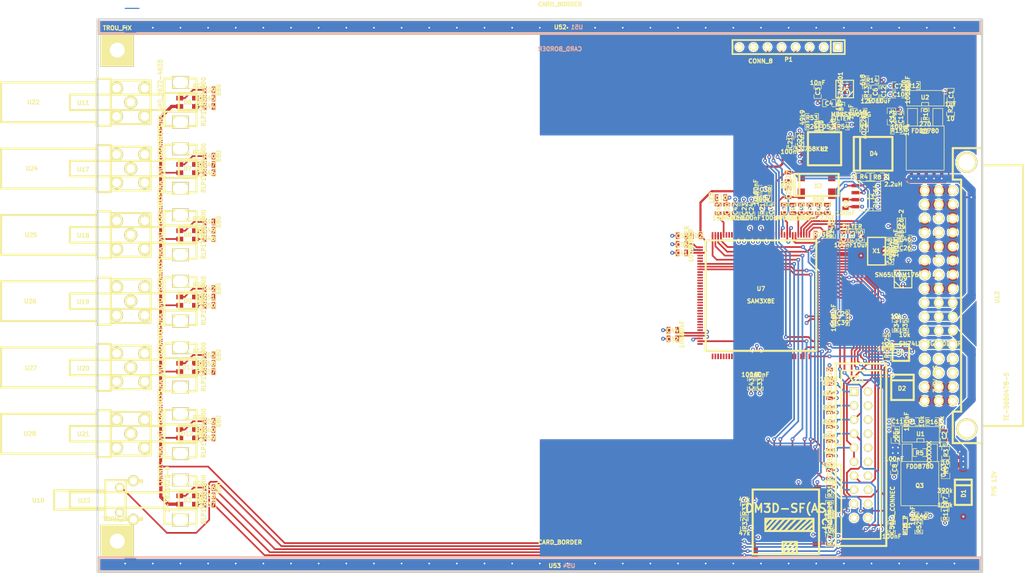
<source format=kicad_pcb>
(kicad_pcb (version 3) (host pcbnew "(2013-07-07 BZR 4022)-stable")
  (title_block (title module_template))
  (layers (15 Dessus signal) (2 Interne3 signal hide) (1 Interne2 signal hide) (0 Dessous signal hide))
  (net 0 "")
  (net 1 +12V)
  (net 2 +3.3V)
  (net 3 +3.3VADC)
  (net 4 +5V)
  (net 5 "/template core easyphi/1.8V_uC")
  (net 6 "/template core easyphi/12V_DETECT")
  (net 7 "/template core easyphi/12V_EN")
  (net 8 "/template core easyphi/12V_POK")
  (net 9 "/template core easyphi/5V_BP")
  (net 10 "/template core easyphi/5V_PGOOD")
  (net 11 "/template core easyphi/CLK10_IN")
  (net 12 "/template core easyphi/CLK_10M")
  (net 13 "/template core easyphi/ERASE_ARD")
  (net 14 "/template core easyphi/EXT_SYNC1")
  (net 15 "/template core easyphi/I2CSCL")
  (net 16 "/template core easyphi/I2CSDA")
  (net 17 "/template core easyphi/PWMH3/UTXD/PA9")
  (net 18 "/template core easyphi/P_SD")
  (net 19 "/template core easyphi/RCB_1")
  (net 20 "/template core easyphi/RCB_2")
  (net 21 "/template core easyphi/RST_ARD")
  (net 22 "/template core easyphi/SYNC_STATE")
  (net 23 "/template core easyphi/SYNC_nOE")
  (net 24 "/template core easyphi/SYNC_nRST")
  (net 25 "/template core easyphi/USB_D+")
  (net 26 "/template core easyphi/USB_D+_CON")
  (net 27 "/template core easyphi/USB_D-")
  (net 28 "/template core easyphi/USB_D-_CON")
  (net 29 "/template core easyphi/USR_BUTTN")
  (net 30 "/template core easyphi/USR_LED1")
  (net 31 "/template core easyphi/USR_LED2")
  (net 32 "/template core easyphi/USR_LED3")
  (net 33 "/template core easyphi/VDD_PLL")
  (net 34 "/template core easyphi/VMCI")
  (net 35 "/template core easyphi/WKUP4/PWMH0/URXD/PA8")
  (net 36 "/template core easyphi/nCLK_10M_CON")
  (net 37 "/template core easyphi/uSD_DET")
  (net 38 GND)
  (net 39 N-00000103)
  (net 40 N-00000104)
  (net 41 N-00000105)
  (net 42 N-00000106)
  (net 43 N-00000109)
  (net 44 N-0000011)
  (net 45 N-00000111)
  (net 46 N-00000115)
  (net 47 N-00000116)
  (net 48 N-00000117)
  (net 49 N-00000118)
  (net 50 N-00000121)
  (net 51 N-00000123)
  (net 52 N-00000129)
  (net 53 N-00000130)
  (net 54 N-00000131)
  (net 55 N-00000132)
  (net 56 N-00000133)
  (net 57 N-00000134)
  (net 58 N-00000136)
  (net 59 N-00000137)
  (net 60 N-00000138)
  (net 61 N-00000139)
  (net 62 N-00000141)
  (net 63 N-00000143)
  (net 64 N-00000147)
  (net 65 N-00000149)
  (net 66 N-00000150)
  (net 67 N-00000151)
  (net 68 N-00000152)
  (net 69 N-00000159)
  (net 70 N-00000160)
  (net 71 N-00000161)
  (net 72 N-00000162)
  (net 73 N-00000163)
  (net 74 N-00000165)
  (net 75 N-00000166)
  (net 76 N-00000169)
  (net 77 N-00000170)
  (net 78 N-00000171)
  (net 79 N-00000172)
  (net 80 N-00000176)
  (net 81 N-00000177)
  (net 82 N-00000178)
  (net 83 N-00000180)
  (net 84 N-00000181)
  (net 85 N-00000182)
  (net 86 N-00000184)
  (net 87 N-00000185)
  (net 88 N-00000186)
  (net 89 N-00000187)
  (net 90 N-00000191)
  (net 91 N-00000192)
  (net 92 N-00000198)
  (net 93 N-00000201)
  (net 94 N-00000210)
  (net 95 N-00000211)
  (net 96 N-000003)
  (net 97 N-000004)
  (net 98 N-000006)
  (net 99 N-000007)
  (net 100 N-000008)
  (module card_border (layer Dessus) (at 130 51.3)
    (fp_text reference U52)
    (fp_text value CARD_BORDER)
    (pad 1 smd rect (at 0 0) (size 159 2) (layers Dessus Dessus.Pate Dessus.Masque) (net 38 GND))
  )
  (module LQFP-144 (layer Dessus) (at 170 100 180)
    (fp_text reference U7)
    (fp_text value SAM3X8E)
    (pad 1 smd rect (at -11 -8.75 180) (size 1 0.3) (layers Dessus Dessus.Pate Dessus.Masque) (net 12 "/template core easyphi/CLK_10M"))
    (pad 2 smd rect (at -11 -8.25 180) (size 1 0.3) (layers Dessus Dessus.Pate Dessus.Masque) (net 17 "/template core easyphi/PWMH3/UTXD/PA9"))
    (pad 3 smd rect (at -11 -7.75 180) (size 1 0.3) (layers Dessus Dessus.Pate Dessus.Masque))
    (pad 4 smd rect (at -11 -7.25 180) (size 1 0.3) (layers Dessus Dessus.Pate Dessus.Masque))
    (pad 5 smd rect (at -11 -6.75 180) (size 1 0.3) (layers Dessus Dessus.Pate Dessus.Masque) (net 30 "/template core easyphi/USR_LED1"))
    (pad 6 smd rect (at -11 -6.25 180) (size 1 0.3) (layers Dessus Dessus.Pate Dessus.Masque) (net 32 "/template core easyphi/USR_LED3"))
    (pad 7 smd rect (at -11 -5.75 180) (size 1 0.3) (layers Dessus Dessus.Pate Dessus.Masque))
    (pad 8 smd rect (at -11 -5.25 180) (size 1 0.3) (layers Dessus Dessus.Pate Dessus.Masque))
    (pad 9 smd rect (at -11 -4.75 180) (size 1 0.3) (layers Dessus Dessus.Pate Dessus.Masque) (net 16 "/template core easyphi/I2CSDA"))
    (pad 10 smd rect (at -11 -4.25 180) (size 1 0.3) (layers Dessus Dessus.Pate Dessus.Masque) (net 5 "/template core easyphi/1.8V_uC"))
    (pad 11 smd rect (at -11 -3.75 180) (size 1 0.3) (layers Dessus Dessus.Pate Dessus.Masque) (net 2 +3.3V))
    (pad 12 smd rect (at -11 -3.25 180) (size 1 0.3) (layers Dessus Dessus.Pate Dessus.Masque) (net 38 GND))
    (pad 13 smd rect (at -11 -2.75 180) (size 1 0.3) (layers Dessus Dessus.Pate Dessus.Masque))
    (pad 14 smd rect (at -11 -2.25 180) (size 1 0.3) (layers Dessus Dessus.Pate Dessus.Masque))
    (pad 15 smd rect (at -11 -1.75 180) (size 1 0.3) (layers Dessus Dessus.Pate Dessus.Masque))
    (pad 16 smd rect (at -11 -1.25 180) (size 1 0.3) (layers Dessus Dessus.Pate Dessus.Masque))
    (pad 17 smd rect (at -11 -0.75 180) (size 1 0.3) (layers Dessus Dessus.Pate Dessus.Masque))
    (pad 18 smd rect (at -11 -0.25 180) (size 1 0.3) (layers Dessus Dessus.Pate Dessus.Masque))
    (pad 19 smd rect (at -11 0.25 180) (size 1 0.3) (layers Dessus Dessus.Pate Dessus.Masque))
    (pad 20 smd rect (at -11 0.75 180) (size 1 0.3) (layers Dessus Dessus.Pate Dessus.Masque) (net 37 "/template core easyphi/uSD_DET"))
    (pad 21 smd rect (at -11 1.25 180) (size 1 0.3) (layers Dessus Dessus.Pate Dessus.Masque) (net 8 "/template core easyphi/12V_POK"))
    (pad 22 smd rect (at -11 1.75 180) (size 1 0.3) (layers Dessus Dessus.Pate Dessus.Masque) (net 7 "/template core easyphi/12V_EN"))
    (pad 23 smd rect (at -11 2.25 180) (size 1 0.3) (layers Dessus Dessus.Pate Dessus.Masque) (net 31 "/template core easyphi/USR_LED2"))
    (pad 24 smd rect (at -11 2.75 180) (size 1 0.3) (layers Dessus Dessus.Pate Dessus.Masque) (net 6 "/template core easyphi/12V_DETECT"))
    (pad 25 smd rect (at -11 3.25 180) (size 1 0.3) (layers Dessus Dessus.Pate Dessus.Masque) (net 24 "/template core easyphi/SYNC_nRST"))
    (pad 26 smd rect (at -11 3.75 180) (size 1 0.3) (layers Dessus Dessus.Pate Dessus.Masque) (net 23 "/template core easyphi/SYNC_nOE"))
    (pad 27 smd rect (at -11 4.25 180) (size 1 0.3) (layers Dessus Dessus.Pate Dessus.Masque) (net 35 "/template core easyphi/WKUP4/PWMH0/URXD/PA8"))
    (pad 28 smd rect (at -11 4.75 180) (size 1 0.3) (layers Dessus Dessus.Pate Dessus.Masque) (net 60 N-00000138))
    (pad 29 smd rect (at -11 5.25 180) (size 1 0.3) (layers Dessus Dessus.Pate Dessus.Masque) (net 61 N-00000139))
    (pad 30 smd rect (at -11 5.75 180) (size 1 0.3) (layers Dessus Dessus.Pate Dessus.Masque) (net 72 N-00000162))
    (pad 31 smd rect (at -11 6.25 180) (size 1 0.3) (layers Dessus Dessus.Pate Dessus.Masque) (net 53 N-00000130))
    (pad 32 smd rect (at -11 6.75 180) (size 1 0.3) (layers Dessus Dessus.Pate Dessus.Masque) (net 22 "/template core easyphi/SYNC_STATE"))
    (pad 33 smd rect (at -11 7.25 180) (size 1 0.3) (layers Dessus Dessus.Pate Dessus.Masque) (net 38 GND))
    (pad 34 smd rect (at -11 7.75 180) (size 1 0.3) (layers Dessus Dessus.Pate Dessus.Masque) (net 33 "/template core easyphi/VDD_PLL"))
    (pad 35 smd rect (at -11 8.25 180) (size 1 0.3) (layers Dessus Dessus.Pate Dessus.Masque) (net 95 N-00000211))
    (pad 36 smd rect (at -11 8.75 180) (size 1 0.3) (layers Dessus Dessus.Pate Dessus.Masque) (net 94 N-00000210))
    (pad 37 smd rect (at -8.75 11 270) (size 1 0.3) (layers Dessus Dessus.Pate Dessus.Masque) (net 25 "/template core easyphi/USB_D+"))
    (pad 38 smd rect (at -8.25 11 270) (size 1 0.3) (layers Dessus Dessus.Pate Dessus.Masque) (net 27 "/template core easyphi/USB_D-"))
    (pad 39 smd rect (at -7.75 11 270) (size 1 0.3) (layers Dessus Dessus.Pate Dessus.Masque) (net 9 "/template core easyphi/5V_BP"))
    (pad 40 smd rect (at -7.25 11 270) (size 1 0.3) (layers Dessus Dessus.Pate Dessus.Masque) (net 73 N-00000163))
    (pad 41 smd rect (at -6.75 11 270) (size 1 0.3) (layers Dessus Dessus.Pate Dessus.Masque) (net 75 N-00000166))
    (pad 42 smd rect (at -6.25 11 270) (size 1 0.3) (layers Dessus Dessus.Pate Dessus.Masque) (net 55 N-00000132))
    (pad 43 smd rect (at -5.75 11 270) (size 1 0.3) (layers Dessus Dessus.Pate Dessus.Masque) (net 85 N-00000182))
    (pad 44 smd rect (at -5.25 11 270) (size 1 0.3) (layers Dessus Dessus.Pate Dessus.Masque) (net 38 GND))
    (pad 45 smd rect (at -4.75 11 270) (size 1 0.3) (layers Dessus Dessus.Pate Dessus.Masque) (net 5 "/template core easyphi/1.8V_uC"))
    (pad 46 smd rect (at -4.25 11 270) (size 1 0.3) (layers Dessus Dessus.Pate Dessus.Masque))
    (pad 47 smd rect (at -3.75 11 270) (size 1 0.3) (layers Dessus Dessus.Pate Dessus.Masque) (net 21 "/template core easyphi/RST_ARD"))
    (pad 48 smd rect (at -3.25 11 270) (size 1 0.3) (layers Dessus Dessus.Pate Dessus.Masque) (net 93 N-00000201))
    (pad 49 smd rect (at -2.75 11 270) (size 1 0.3) (layers Dessus Dessus.Pate Dessus.Masque) (net 92 N-00000198))
    (pad 50 smd rect (at -2.25 11 270) (size 1 0.3) (layers Dessus Dessus.Pate Dessus.Masque))
    (pad 51 smd rect (at -1.75 11 270) (size 1 0.3) (layers Dessus Dessus.Pate Dessus.Masque))
    (pad 52 smd rect (at -1.25 11 270) (size 1 0.3) (layers Dessus Dessus.Pate Dessus.Masque) (net 2 +3.3V))
    (pad 53 smd rect (at -0.75 11 270) (size 1 0.3) (layers Dessus Dessus.Pate Dessus.Masque) (net 52 N-00000129))
    (pad 54 smd rect (at -0.25 11 270) (size 1 0.3) (layers Dessus Dessus.Pate Dessus.Masque) (net 38 GND))
    (pad 55 smd rect (at 0.25 11 270) (size 1 0.3) (layers Dessus Dessus.Pate Dessus.Masque))
    (pad 56 smd rect (at 0.75 11 270) (size 1 0.3) (layers Dessus Dessus.Pate Dessus.Masque) (net 5 "/template core easyphi/1.8V_uC"))
    (pad 57 smd rect (at 1.25 11 270) (size 1 0.3) (layers Dessus Dessus.Pate Dessus.Masque) (net 2 +3.3V))
    (pad 58 smd rect (at 1.75 11 270) (size 1 0.3) (layers Dessus Dessus.Pate Dessus.Masque) (net 38 GND))
    (pad 59 smd rect (at 2.25 11 270) (size 1 0.3) (layers Dessus Dessus.Pate Dessus.Masque))
    (pad 60 smd rect (at 2.75 11 270) (size 1 0.3) (layers Dessus Dessus.Pate Dessus.Masque))
    (pad 61 smd rect (at 3.25 11 270) (size 1 0.3) (layers Dessus Dessus.Pate Dessus.Masque) (net 5 "/template core easyphi/1.8V_uC"))
    (pad 62 smd rect (at 3.75 11 270) (size 1 0.3) (layers Dessus Dessus.Pate Dessus.Masque) (net 2 +3.3V))
    (pad 63 smd rect (at 4.25 11 270) (size 1 0.3) (layers Dessus Dessus.Pate Dessus.Masque))
    (pad 64 smd rect (at 4.75 11 270) (size 1 0.3) (layers Dessus Dessus.Pate Dessus.Masque))
    (pad 65 smd rect (at 5.25 11 270) (size 1 0.3) (layers Dessus Dessus.Pate Dessus.Masque))
    (pad 66 smd rect (at 5.75 11 270) (size 1 0.3) (layers Dessus Dessus.Pate Dessus.Masque))
    (pad 67 smd rect (at 6.25 11 270) (size 1 0.3) (layers Dessus Dessus.Pate Dessus.Masque))
    (pad 68 smd rect (at 6.75 11 270) (size 1 0.3) (layers Dessus Dessus.Pate Dessus.Masque) (net 71 N-00000161))
    (pad 69 smd rect (at 7.25 11 270) (size 1 0.3) (layers Dessus Dessus.Pate Dessus.Masque) (net 59 N-00000137))
    (pad 70 smd rect (at 7.75 11 270) (size 1 0.3) (layers Dessus Dessus.Pate Dessus.Masque) (net 15 "/template core easyphi/I2CSCL"))
    (pad 71 smd rect (at 8.25 11 270) (size 1 0.3) (layers Dessus Dessus.Pate Dessus.Masque) (net 56 N-00000133))
    (pad 72 smd rect (at 8.75 11 270) (size 1 0.3) (layers Dessus Dessus.Pate Dessus.Masque) (net 88 N-00000186))
    (pad 73 smd rect (at 11 8.75 180) (size 1 0.3) (layers Dessus Dessus.Pate Dessus.Masque) (net 74 N-00000165))
    (pad 74 smd rect (at 11 8.25 180) (size 1 0.3) (layers Dessus Dessus.Pate Dessus.Masque) (net 38 GND))
    (pad 75 smd rect (at 11 7.75 180) (size 1 0.3) (layers Dessus Dessus.Pate Dessus.Masque) (net 3 +3.3VADC))
    (pad 76 smd rect (at 11 7.25 180) (size 1 0.3) (layers Dessus Dessus.Pate Dessus.Masque))
    (pad 77 smd rect (at 11 6.75 180) (size 1 0.3) (layers Dessus Dessus.Pate Dessus.Masque))
    (pad 78 smd rect (at 11 6.25 180) (size 1 0.3) (layers Dessus Dessus.Pate Dessus.Masque))
    (pad 79 smd rect (at 11 5.75 180) (size 1 0.3) (layers Dessus Dessus.Pate Dessus.Masque) (net 86 N-00000184))
    (pad 80 smd rect (at 11 5.25 180) (size 1 0.3) (layers Dessus Dessus.Pate Dessus.Masque) (net 66 N-00000150))
    (pad 81 smd rect (at 11 4.75 180) (size 1 0.3) (layers Dessus Dessus.Pate Dessus.Masque) (net 87 N-00000185))
    (pad 82 smd rect (at 11 4.25 180) (size 1 0.3) (layers Dessus Dessus.Pate Dessus.Masque))
    (pad 83 smd rect (at 11 3.75 180) (size 1 0.3) (layers Dessus Dessus.Pate Dessus.Masque))
    (pad 84 smd rect (at 11 3.25 180) (size 1 0.3) (layers Dessus Dessus.Pate Dessus.Masque))
    (pad 85 smd rect (at 11 2.75 180) (size 1 0.3) (layers Dessus Dessus.Pate Dessus.Masque))
    (pad 86 smd rect (at 11 2.25 180) (size 1 0.3) (layers Dessus Dessus.Pate Dessus.Masque))
    (pad 87 smd rect (at 11 1.75 180) (size 1 0.3) (layers Dessus Dessus.Pate Dessus.Masque))
    (pad 88 smd rect (at 11 1.25 180) (size 1 0.3) (layers Dessus Dessus.Pate Dessus.Masque))
    (pad 89 smd rect (at 11 0.75 180) (size 1 0.3) (layers Dessus Dessus.Pate Dessus.Masque))
    (pad 90 smd rect (at 11 0.25 180) (size 1 0.3) (layers Dessus Dessus.Pate Dessus.Masque))
    (pad 91 smd rect (at 11 -0.25 180) (size 1 0.3) (layers Dessus Dessus.Pate Dessus.Masque))
    (pad 92 smd rect (at 11 -0.75 180) (size 1 0.3) (layers Dessus Dessus.Pate Dessus.Masque))
    (pad 93 smd rect (at 11 -1.25 180) (size 1 0.3) (layers Dessus Dessus.Pate Dessus.Masque))
    (pad 94 smd rect (at 11 -1.75 180) (size 1 0.3) (layers Dessus Dessus.Pate Dessus.Masque))
    (pad 95 smd rect (at 11 -2.25 180) (size 1 0.3) (layers Dessus Dessus.Pate Dessus.Masque))
    (pad 96 smd rect (at 11 -2.75 180) (size 1 0.3) (layers Dessus Dessus.Pate Dessus.Masque))
    (pad 97 smd rect (at 11 -3.25 180) (size 1 0.3) (layers Dessus Dessus.Pate Dessus.Masque))
    (pad 98 smd rect (at 11 -3.75 180) (size 1 0.3) (layers Dessus Dessus.Pate Dessus.Masque))
    (pad 99 smd rect (at 11 -4.25 180) (size 1 0.3) (layers Dessus Dessus.Pate Dessus.Masque))
    (pad 100 smd rect (at 11 -4.75 180) (size 1 0.3) (layers Dessus Dessus.Pate Dessus.Masque))
    (pad 101 smd rect (at 11 -5.25 180) (size 1 0.3) (layers Dessus Dessus.Pate Dessus.Masque))
    (pad 102 smd rect (at 11 -5.75 180) (size 1 0.3) (layers Dessus Dessus.Pate Dessus.Masque))
    (pad 103 smd rect (at 11 -6.25 180) (size 1 0.3) (layers Dessus Dessus.Pate Dessus.Masque))
    (pad 104 smd rect (at 11 -6.75 180) (size 1 0.3) (layers Dessus Dessus.Pate Dessus.Masque) (net 5 "/template core easyphi/1.8V_uC"))
    (pad 105 smd rect (at 11 -7.25 180) (size 1 0.3) (layers Dessus Dessus.Pate Dessus.Masque) (net 2 +3.3V))
    (pad 106 smd rect (at 11 -7.75 180) (size 1 0.3) (layers Dessus Dessus.Pate Dessus.Masque) (net 38 GND))
    (pad 107 smd rect (at 11 -8.25 180) (size 1 0.3) (layers Dessus Dessus.Pate Dessus.Masque) (net 65 N-00000149))
    (pad 108 smd rect (at 11 -8.75 180) (size 1 0.3) (layers Dessus Dessus.Pate Dessus.Masque))
    (pad 109 smd rect (at 8.75 -11 270) (size 1 0.3) (layers Dessus Dessus.Pate Dessus.Masque))
    (pad 110 smd rect (at 8.25 -11 270) (size 1 0.3) (layers Dessus Dessus.Pate Dessus.Masque))
    (pad 111 smd rect (at 7.75 -11 270) (size 1 0.3) (layers Dessus Dessus.Pate Dessus.Masque))
    (pad 112 smd rect (at 7.25 -11 270) (size 1 0.3) (layers Dessus Dessus.Pate Dessus.Masque))
    (pad 113 smd rect (at 6.75 -11 270) (size 1 0.3) (layers Dessus Dessus.Pate Dessus.Masque))
    (pad 114 smd rect (at 6.25 -11 270) (size 1 0.3) (layers Dessus Dessus.Pate Dessus.Masque))
    (pad 115 smd rect (at 5.75 -11 270) (size 1 0.3) (layers Dessus Dessus.Pate Dessus.Masque))
    (pad 116 smd rect (at 5.25 -11 270) (size 1 0.3) (layers Dessus Dessus.Pate Dessus.Masque))
    (pad 117 smd rect (at 4.75 -11 270) (size 1 0.3) (layers Dessus Dessus.Pate Dessus.Masque))
    (pad 118 smd rect (at 4.25 -11 270) (size 1 0.3) (layers Dessus Dessus.Pate Dessus.Masque))
    (pad 119 smd rect (at 3.75 -11 270) (size 1 0.3) (layers Dessus Dessus.Pate Dessus.Masque))
    (pad 120 smd rect (at 3.25 -11 270) (size 1 0.3) (layers Dessus Dessus.Pate Dessus.Masque))
    (pad 121 smd rect (at 2.75 -11 270) (size 1 0.3) (layers Dessus Dessus.Pate Dessus.Masque))
    (pad 122 smd rect (at 2.25 -11 270) (size 1 0.3) (layers Dessus Dessus.Pate Dessus.Masque))
    (pad 123 smd rect (at 1.75 -11 270) (size 1 0.3) (layers Dessus Dessus.Pate Dessus.Masque))
    (pad 124 smd rect (at 1.25 -11 270) (size 1 0.3) (layers Dessus Dessus.Pate Dessus.Masque) (net 5 "/template core easyphi/1.8V_uC"))
    (pad 125 smd rect (at 0.75 -11 270) (size 1 0.3) (layers Dessus Dessus.Pate Dessus.Masque) (net 2 +3.3V))
    (pad 126 smd rect (at 0.25 -11 270) (size 1 0.3) (layers Dessus Dessus.Pate Dessus.Masque) (net 38 GND))
    (pad 127 smd rect (at -0.25 -11 270) (size 1 0.3) (layers Dessus Dessus.Pate Dessus.Masque))
    (pad 128 smd rect (at -0.75 -11 270) (size 1 0.3) (layers Dessus Dessus.Pate Dessus.Masque))
    (pad 129 smd rect (at -1.25 -11 270) (size 1 0.3) (layers Dessus Dessus.Pate Dessus.Masque))
    (pad 130 smd rect (at -1.75 -11 270) (size 1 0.3) (layers Dessus Dessus.Pate Dessus.Masque) (net 13 "/template core easyphi/ERASE_ARD"))
    (pad 131 smd rect (at -2.25 -11 270) (size 1 0.3) (layers Dessus Dessus.Pate Dessus.Masque))
    (pad 132 smd rect (at -2.75 -11 270) (size 1 0.3) (layers Dessus Dessus.Pate Dessus.Masque))
    (pad 133 smd rect (at -3.25 -11 270) (size 1 0.3) (layers Dessus Dessus.Pate Dessus.Masque))
    (pad 134 smd rect (at -3.75 -11 270) (size 1 0.3) (layers Dessus Dessus.Pate Dessus.Masque))
    (pad 135 smd rect (at -4.25 -11 270) (size 1 0.3) (layers Dessus Dessus.Pate Dessus.Masque))
    (pad 136 smd rect (at -4.75 -11 270) (size 1 0.3) (layers Dessus Dessus.Pate Dessus.Masque))
    (pad 137 smd rect (at -5.25 -11 270) (size 1 0.3) (layers Dessus Dessus.Pate Dessus.Masque))
    (pad 138 smd rect (at -5.75 -11 270) (size 1 0.3) (layers Dessus Dessus.Pate Dessus.Masque))
    (pad 139 smd rect (at -6.25 -11 270) (size 1 0.3) (layers Dessus Dessus.Pate Dessus.Masque))
    (pad 140 smd rect (at -6.75 -11 270) (size 1 0.3) (layers Dessus Dessus.Pate Dessus.Masque))
    (pad 141 smd rect (at -7.25 -11 270) (size 1 0.3) (layers Dessus Dessus.Pate Dessus.Masque))
    (pad 142 smd rect (at -7.75 -11 270) (size 1 0.3) (layers Dessus Dessus.Pate Dessus.Masque) (net 29 "/template core easyphi/USR_BUTTN"))
    (pad 143 smd rect (at -8.25 -11 270) (size 1 0.3) (layers Dessus Dessus.Pate Dessus.Masque) (net 18 "/template core easyphi/P_SD"))
    (pad 144 smd rect (at -8.75 -11 270) (size 1 0.3) (layers Dessus Dessus.Pate Dessus.Masque) (net 22 "/template core easyphi/SYNC_STATE"))
  )
  (module SM0603_Capa (layer Dessus) (at 192.15 63.1 90)
    (fp_text reference C12)
    (fp_text value 10uF)
    (pad 1 smd rect (at -0.762 0 90) (size 0.635 1.143) (layers Dessus Dessus.Pate Dessus.Masque) (net 3 +3.3VADC))
    (pad 2 smd rect (at 0.762 0 90) (size 0.635 1.143) (layers Dessus Dessus.Pate Dessus.Masque) (net 38 GND))
  )
  (module SM0603_Capa (layer Dessus) (at 182.35 65.15 180)
    (fp_text reference C4)
    (fp_text value 10uF)
    (pad 1 smd rect (at -0.762 0 180) (size 0.635 1.143) (layers Dessus Dessus.Pate Dessus.Masque) (net 80 N-00000176))
    (pad 2 smd rect (at 0.762 0 180) (size 0.635 1.143) (layers Dessus Dessus.Pate Dessus.Masque) (net 38 GND))
  )
  (module SM0603_Capa (layer Dessus) (at 184.95 89.2 90)
    (fp_text reference C51)
    (fp_text value 100nF)
    (pad 1 smd rect (at -0.762 0 90) (size 0.635 1.143) (layers Dessus Dessus.Pate Dessus.Masque) (net 33 "/template core easyphi/VDD_PLL"))
    (pad 2 smd rect (at 0.762 0 90) (size 0.635 1.143) (layers Dessus Dessus.Pate Dessus.Masque) (net 38 GND))
  )
  (module SM0603_Capa (layer Dessus) (at 155.7 89.15 180)
    (fp_text reference C53)
    (fp_text value 10uF)
    (pad 1 smd rect (at -0.762 0 180) (size 0.635 1.143) (layers Dessus Dessus.Pate Dessus.Masque) (net 74 N-00000165))
    (pad 2 smd rect (at 0.762 0 180) (size 0.635 1.143) (layers Dessus Dessus.Pate Dessus.Masque) (net 38 GND))
  )
  (module SM0603_Capa (layer Dessus) (at 178.85 84.3 90)
    (fp_text reference C52)
    (fp_text value 10uF)
    (pad 1 smd rect (at -0.762 0 90) (size 0.635 1.143) (layers Dessus Dessus.Pate Dessus.Masque) (net 75 N-00000166))
    (pad 2 smd rect (at 0.762 0 90) (size 0.635 1.143) (layers Dessus Dessus.Pate Dessus.Masque) (net 38 GND))
  )
  (module SM0603_Resistor (layer Dessus) (at 162.75 82.25)
    (fp_text reference D10)
    (fp_text value LED)
    (pad 1 smd rect (at -0.762 0) (size 0.635 1.143) (layers Dessus Dessus.Pate Dessus.Masque) (net 70 N-00000160))
    (pad 2 smd rect (at 0.762 0) (size 0.635 1.143) (layers Dessus Dessus.Pate Dessus.Masque) (net 38 GND))
  )
  (module SM0603_Resistor (layer Dessus) (at 186.5 89.2 270)
    (fp_text reference FB3)
    (fp_text value FILTER)
    (pad 1 smd rect (at -0.762 0 270) (size 0.635 1.143) (layers Dessus Dessus.Pate Dessus.Masque) (net 5 "/template core easyphi/1.8V_uC"))
    (pad 2 smd rect (at 0.762 0 270) (size 0.635 1.143) (layers Dessus Dessus.Pate Dessus.Masque) (net 33 "/template core easyphi/VDD_PLL"))
  )
  (module SM0603_Resistor (layer Dessus) (at 184.45 66.2 90)
    (fp_text reference FB4)
    (fp_text value FILTER)
    (pad 1 smd rect (at -0.762 0 90) (size 0.635 1.143) (layers Dessus Dessus.Pate Dessus.Masque) (net 4 +5V))
    (pad 2 smd rect (at 0.762 0 90) (size 0.635 1.143) (layers Dessus Dessus.Pate Dessus.Masque) (net 80 N-00000176))
  )
  (module SM0603_Resistor (layer Dessus) (at 158.3 89.15)
    (fp_text reference FB2)
    (fp_text value FILTER)
    (pad 1 smd rect (at -0.762 0) (size 0.635 1.143) (layers Dessus Dessus.Pate Dessus.Masque) (net 74 N-00000165))
    (pad 2 smd rect (at 0.762 0) (size 0.635 1.143) (layers Dessus Dessus.Pate Dessus.Masque) (net 3 +3.3VADC))
  )
  (module SM0603_Resistor (layer Dessus) (at 175.75 84.3 90)
    (fp_text reference FB1)
    (fp_text value FILTER)
    (pad 1 smd rect (at -0.762 0 90) (size 0.635 1.143) (layers Dessus Dessus.Pate Dessus.Masque) (net 75 N-00000166))
    (pad 2 smd rect (at 0.762 0 90) (size 0.635 1.143) (layers Dessus Dessus.Pate Dessus.Masque) (net 2 +3.3V))
  )
  (module SM0603_Capa (layer Dessus) (at 193.65 141.95 90)
    (fp_text reference C50)
    (fp_text value 100nF)
    (pad 1 smd rect (at -0.762 0 90) (size 0.635 1.143) (layers Dessus Dessus.Pate Dessus.Masque) (net 34 "/template core easyphi/VMCI"))
    (pad 2 smd rect (at 0.762 0 90) (size 0.635 1.143) (layers Dessus Dessus.Pate Dessus.Masque) (net 38 GND))
  )
  (module SM0603_Capa (layer Dessus) (at 199.1 139.85)
    (fp_text reference C49)
    (fp_text value 100nF)
    (pad 1 smd rect (at -0.762 0) (size 0.635 1.143) (layers Dessus Dessus.Pate Dessus.Masque) (net 2 +3.3V))
    (pad 2 smd rect (at 0.762 0) (size 0.635 1.143) (layers Dessus Dessus.Pate Dessus.Masque) (net 38 GND))
  )
  (module SM0603_Resistor (layer Dessus) (at 198.55 141.9 270)
    (fp_text reference R52)
    (fp_text value 100k)
    (pad 1 smd rect (at -0.762 0 270) (size 0.635 1.143) (layers Dessus Dessus.Pate Dessus.Masque) (net 2 +3.3V))
    (pad 2 smd rect (at 0.762 0 270) (size 0.635 1.143) (layers Dessus Dessus.Pate Dessus.Masque) (net 18 "/template core easyphi/P_SD"))
  )
  (module SOT23GDS (layer Dessus) (at 196.1 141.6 270)
    (fp_text reference Q1)
    (fp_text value MOS_P)
    (pad S smd rect (at -0.889 -1.016 270) (size 0.9144 0.9144) (layers Dessus Dessus.Pate Dessus.Masque) (net 2 +3.3V))
    (pad G smd rect (at 0.889 -1.016 270) (size 0.9144 0.9144) (layers Dessus Dessus.Pate Dessus.Masque) (net 18 "/template core easyphi/P_SD"))
    (pad D smd rect (at 0 1.016 270) (size 0.9144 0.9144) (layers Dessus Dessus.Pate Dessus.Masque) (net 34 "/template core easyphi/VMCI"))
  )
  (module TVS_SMLVT (layer Dessus) (at 195.59778 116.60124 270)
    (fp_text reference D2)
    (fp_text value "3.3V TVS")
    (pad 2 smd rect (at -2.1209 0 270) (size 1.80086 2.17932) (layers Dessus Dessus.Pate Dessus.Masque) (net 14 "/template core easyphi/EXT_SYNC1"))
    (pad 1 smd rect (at 2.1209 0 270) (size 1.80086 2.17932) (layers Dessus Dessus.Pate Dessus.Masque) (net 38 GND))
  )
  (module ABS25 (layer Dessus) (at 180.05 79.95)
    (fp_text reference X2)
    (fp_text value 32.768KHz)
    (pad 1 smd rect (at -2.75082 1.6002) (size 1.30048 1.89992) (layers Dessus Dessus.Pate Dessus.Masque) (net 93 N-00000201))
    (pad 2 smd rect (at 2.75082 1.6002) (size 1.30048 1.89992) (layers Dessus Dessus.Pate Dessus.Masque))
    (pad 3 smd rect (at 2.75082 -1.6002) (size 1.30048 1.89992) (layers Dessus Dessus.Pate Dessus.Masque))
    (pad 4 smd rect (at -2.75082 -1.6002) (size 1.30048 1.89992) (layers Dessus Dessus.Pate Dessus.Masque) (net 92 N-00000198))
  )
  (module SM0603_Resistor (layer Dessus) (at 182.4 119.35 270)
    (fp_text reference R17)
    (fp_text value 100k)
    (pad 1 smd rect (at -0.762 0 270) (size 0.635 1.143) (layers Dessus Dessus.Pate Dessus.Masque) (net 2 +3.3V))
    (pad 2 smd rect (at 0.762 0 270) (size 0.635 1.143) (layers Dessus Dessus.Pate Dessus.Masque) (net 54 N-00000131))
  )
  (module SM0603_Resistor (layer Dessus) (at 182.4 132.35 270)
    (fp_text reference R22)
    (fp_text value 100k)
    (pad 1 smd rect (at -0.762 0 270) (size 0.635 1.143) (layers Dessus Dessus.Pate Dessus.Masque) (net 2 +3.3V))
    (pad 2 smd rect (at 0.762 0 270) (size 0.635 1.143) (layers Dessus Dessus.Pate Dessus.Masque) (net 59 N-00000137))
  )
  (module SM0603_Resistor (layer Dessus) (at 182.4 127.15 270)
    (fp_text reference R20)
    (fp_text value 100k)
    (pad 1 smd rect (at -0.762 0 270) (size 0.635 1.143) (layers Dessus Dessus.Pate Dessus.Masque) (net 2 +3.3V))
    (pad 2 smd rect (at 0.762 0 270) (size 0.635 1.143) (layers Dessus Dessus.Pate Dessus.Masque) (net 60 N-00000138))
  )
  (module SM0603_Resistor (layer Dessus) (at 182.4 124.55 270)
    (fp_text reference R19)
    (fp_text value 100k)
    (pad 1 smd rect (at -0.762 0 270) (size 0.635 1.143) (layers Dessus Dessus.Pate Dessus.Masque) (net 2 +3.3V))
    (pad 2 smd rect (at 0.762 0 270) (size 0.635 1.143) (layers Dessus Dessus.Pate Dessus.Masque) (net 53 N-00000130))
  )
  (module SM0603_Resistor (layer Dessus) (at 182.4 121.95 270)
    (fp_text reference R18)
    (fp_text value 100k)
    (pad 1 smd rect (at -0.762 0 270) (size 0.635 1.143) (layers Dessus Dessus.Pate Dessus.Masque) (net 2 +3.3V))
    (pad 2 smd rect (at 0.762 0 270) (size 0.635 1.143) (layers Dessus Dessus.Pate Dessus.Masque) (net 61 N-00000139))
  )
  (module uMAX-uSOP_10 (layer Dessus) (at 199.69734 64.26708 90)
    (fp_text reference U2)
    (fp_text value MAX5925D hide)
    (pad 1 smd rect (at -1.00076 2.10058 90) (size 0.24892 1.905) (layers Dessus Dessus.Pate Dessus.Masque) (net 84 N-00000181))
    (pad 2 smd rect (at -0.50038 2.10058 90) (size 0.24892 1.905) (layers Dessus Dessus.Pate Dessus.Masque) (net 58 N-00000136))
    (pad 3 smd rect (at 0 2.10058 90) (size 0.24892 1.905) (layers Dessus Dessus.Pate Dessus.Masque) (net 84 N-00000181))
    (pad 4 smd rect (at 0.50038 2.10058 90) (size 0.24892 1.905) (layers Dessus Dessus.Pate Dessus.Masque) (net 10 "/template core easyphi/5V_PGOOD"))
    (pad 5 smd rect (at 1.00076 2.10058 90) (size 0.24892 1.905) (layers Dessus Dessus.Pate Dessus.Masque) (net 38 GND))
    (pad 6 smd rect (at 1.00076 -2.10058 90) (size 0.24892 1.905) (layers Dessus Dessus.Pate Dessus.Masque) (net 81 N-00000177))
    (pad 7 smd rect (at 0.50038 -2.10058 90) (size 0.24892 1.905) (layers Dessus Dessus.Pate Dessus.Masque) (net 82 N-00000178))
    (pad 8 smd rect (at 0 -2.10058 90) (size 0.24892 1.905) (layers Dessus Dessus.Pate Dessus.Masque) (net 4 +5V))
    (pad 9 smd rect (at -0.50038 -2.10058 90) (size 0.24892 1.905) (layers Dessus Dessus.Pate Dessus.Masque) (net 4 +5V))
    (pad 10 smd rect (at -1.00076 -2.10058 90) (size 0.24892 1.905) (layers Dessus Dessus.Pate Dessus.Masque) (net 83 N-00000180))
  )
  (module uMAX-uSOP_10 (layer Dessus) (at 198.8312 125.11278 90)
    (fp_text reference U1)
    (fp_text value MAX5924D hide)
    (pad 1 smd rect (at -1.00076 2.10058 90) (size 0.24892 1.905) (layers Dessus Dessus.Pate Dessus.Masque) (net 78 N-00000171))
    (pad 2 smd rect (at -0.50038 2.10058 90) (size 0.24892 1.905) (layers Dessus Dessus.Pate Dessus.Masque) (net 78 N-00000171))
    (pad 3 smd rect (at 0 2.10058 90) (size 0.24892 1.905) (layers Dessus Dessus.Pate Dessus.Masque) (net 7 "/template core easyphi/12V_EN"))
    (pad 4 smd rect (at 0.50038 2.10058 90) (size 0.24892 1.905) (layers Dessus Dessus.Pate Dessus.Masque) (net 8 "/template core easyphi/12V_POK"))
    (pad 5 smd rect (at 1.00076 2.10058 90) (size 0.24892 1.905) (layers Dessus Dessus.Pate Dessus.Masque) (net 38 GND))
    (pad 6 smd rect (at 1.00076 -2.10058 90) (size 0.24892 1.905) (layers Dessus Dessus.Pate Dessus.Masque) (net 68 N-00000152))
    (pad 7 smd rect (at 0.50038 -2.10058 90) (size 0.24892 1.905) (layers Dessus Dessus.Pate Dessus.Masque) (net 79 N-00000172))
    (pad 8 smd rect (at 0 -2.10058 90) (size 0.24892 1.905) (layers Dessus Dessus.Pate Dessus.Masque) (net 1 +12V))
    (pad 9 smd rect (at -0.50038 -2.10058 90) (size 0.24892 1.905) (layers Dessus Dessus.Pate Dessus.Masque) (net 67 N-00000151))
    (pad 10 smd rect (at -1.00076 -2.10058 90) (size 0.24892 1.905) (layers Dessus Dessus.Pate Dessus.Masque) (net 20 "/template core easyphi/RCB_2"))
  )
  (module TVS_SMAJ (layer Dessus) (at 206.60106 135.60044 270)
    (fp_text reference D1)
    (fp_text value "TVS 12V")
    (pad 2 smd rect (at -2.1844 0 270) (size 2.159 1.905) (layers Dessus Dessus.Pate Dessus.Masque) (net 19 "/template core easyphi/RCB_1"))
    (pad 1 smd rect (at 2.1844 0 270) (size 2.159 1.905) (layers Dessus Dessus.Pate Dessus.Masque) (net 38 GND))
  )
  (module SOT23_6 (layer Dessus) (at 195.4 87.3 270)
    (fp_text reference U4)
    (fp_text value USBLC6-2)
    (pad 6 smd rect (at -0.9525 -1.27 270) (size 0.70104 1.00076) (layers Dessus Dessus.Pate Dessus.Masque) (net 28 "/template core easyphi/USB_D-_CON"))
    (pad 5 smd rect (at 0 -1.27 270) (size 0.70104 1.00076) (layers Dessus Dessus.Pate Dessus.Masque) (net 9 "/template core easyphi/5V_BP"))
    (pad 4 smd rect (at 0.9525 -1.27 270) (size 0.70104 1.00076) (layers Dessus Dessus.Pate Dessus.Masque) (net 26 "/template core easyphi/USB_D+_CON"))
    (pad 3 smd rect (at 0.9525 1.27 270) (size 0.70104 1.00076) (layers Dessus Dessus.Pate Dessus.Masque) (net 25 "/template core easyphi/USB_D+"))
    (pad 2 smd rect (at 0 1.27 270) (size 0.70104 1.00076) (layers Dessus Dessus.Pate Dessus.Masque) (net 38 GND))
    (pad 1 smd rect (at -0.9525 1.27 270) (size 0.70104 1.00076) (layers Dessus Dessus.Pate Dessus.Masque) (net 27 "/template core easyphi/USB_D-"))
  )
  (module SO8E (layer Dessus) (at 189.75 82 90)
    (fp_text reference U3)
    (fp_text value 24LC64)
    (pad 8 smd rect (at -1.905 -2.667 90) (size 0.59944 1.39954) (layers Dessus Dessus.Pate Dessus.Masque) (net 2 +3.3V))
    (pad 1 smd rect (at -1.905 2.667 90) (size 0.59944 1.39954) (layers Dessus Dessus.Pate Dessus.Masque) (net 38 GND))
    (pad 7 smd rect (at -0.635 -2.667 90) (size 0.59944 1.39954) (layers Dessus Dessus.Pate Dessus.Masque) (net 38 GND))
    (pad 6 smd rect (at 0.635 -2.667 90) (size 0.59944 1.39954) (layers Dessus Dessus.Pate Dessus.Masque) (net 15 "/template core easyphi/I2CSCL"))
    (pad 5 smd rect (at 1.905 -2.667 90) (size 0.59944 1.39954) (layers Dessus Dessus.Pate Dessus.Masque) (net 16 "/template core easyphi/I2CSDA"))
    (pad 2 smd rect (at -0.635 2.667 90) (size 0.59944 1.39954) (layers Dessus Dessus.Pate Dessus.Masque) (net 38 GND))
    (pad 3 smd rect (at 0.635 2.667 90) (size 0.59944 1.39954) (layers Dessus Dessus.Pate Dessus.Masque) (net 38 GND))
    (pad 4 smd rect (at 1.905 2.667 90) (size 0.59944 1.39954) (layers Dessus Dessus.Pate Dessus.Masque) (net 38 GND))
  )
  (module SM0805 (layer Dessus) (at 193.5988 67.56654 90)
    (fp_text reference C13)
    (fp_text value 22uF)
    (pad 1 smd rect (at -0.9525 0 90) (size 0.889 1.397) (layers Dessus Dessus.Pate Dessus.Masque) (net 4 +5V))
    (pad 2 smd rect (at 0.9525 0 90) (size 0.889 1.397) (layers Dessus Dessus.Pate Dessus.Masque) (net 38 GND))
  )
  (module SM0805 (layer Dessus) (at 194.2973 125.20168 90)
    (fp_text reference C5)
    (fp_text value 22uF)
    (pad 1 smd rect (at -0.9525 0 90) (size 0.889 1.397) (layers Dessus Dessus.Pate Dessus.Masque) (net 1 +12V))
    (pad 2 smd rect (at 0.9525 0 90) (size 0.889 1.397) (layers Dessus Dessus.Pate Dessus.Masque) (net 38 GND))
  )
  (module SM0805 (layer Dessus) (at 177 71.95 90)
    (fp_text reference C22)
    (fp_text value 22uF)
    (pad 1 smd rect (at -0.9525 0 90) (size 0.889 1.397) (layers Dessus Dessus.Pate Dessus.Masque) (net 2 +3.3V))
    (pad 2 smd rect (at 0.9525 0 90) (size 0.889 1.397) (layers Dessus Dessus.Pate Dessus.Masque) (net 38 GND))
  )
  (module SM0805 (layer Dessus) (at 203.39558 131.60248 270)
    (fp_text reference R9)
    (fp_text value 0.03)
    (pad 1 smd rect (at -0.9525 0 270) (size 0.889 1.397) (layers Dessus Dessus.Pate Dessus.Masque) (net 19 "/template core easyphi/RCB_1"))
    (pad 2 smd rect (at 0.9525 0 270) (size 0.889 1.397) (layers Dessus Dessus.Pate Dessus.Masque) (net 67 N-00000151))
  )
  (module SM0603_Resistor (layer Dessus) (at 188.5 78.5)
    (fp_text reference R4)
    (fp_text value 2k)
    (pad 1 smd rect (at -0.762 0) (size 0.635 1.143) (layers Dessus Dessus.Pate Dessus.Masque) (net 2 +3.3V))
    (pad 2 smd rect (at 0.762 0) (size 0.635 1.143) (layers Dessus Dessus.Pate Dessus.Masque) (net 16 "/template core easyphi/I2CSDA"))
  )
  (module SM0603_Resistor (layer Dessus) (at 190.1 60.95)
    (fp_text reference R14)
    (fp_text value 6k8)
    (pad 1 smd rect (at -0.762 0) (size 0.635 1.143) (layers Dessus Dessus.Pate Dessus.Masque) (net 89 N-00000187))
    (pad 2 smd rect (at 0.762 0) (size 0.635 1.143) (layers Dessus Dessus.Pate Dessus.Masque) (net 38 GND))
  )
  (module SM0603_Resistor (layer Dessus) (at 189.05 63.1 90)
    (fp_text reference R13)
    (fp_text value 12k)
    (pad 1 smd rect (at -0.762 0 90) (size 0.635 1.143) (layers Dessus Dessus.Pate Dessus.Masque) (net 3 +3.3VADC))
    (pad 2 smd rect (at 0.762 0 90) (size 0.635 1.143) (layers Dessus Dessus.Pate Dessus.Masque) (net 89 N-00000187))
  )
  (module SM0603_Resistor (layer Dessus) (at 197.5993 61.96584)
    (fp_text reference R12)
    (fp_text value 100)
    (pad 1 smd rect (at -0.762 0) (size 0.635 1.143) (layers Dessus Dessus.Pate Dessus.Masque) (net 4 +5V))
    (pad 2 smd rect (at 0.762 0) (size 0.635 1.143) (layers Dessus Dessus.Pate Dessus.Masque) (net 58 N-00000136))
  )
  (module SM0603_Resistor (layer Dessus) (at 203.3 139.6 270)
    (fp_text reference R11)
    (fp_text value 120k)
    (pad 1 smd rect (at -0.762 0 270) (size 0.635 1.143) (layers Dessus Dessus.Pate Dessus.Masque) (net 6 "/template core easyphi/12V_DETECT"))
    (pad 2 smd rect (at 0.762 0 270) (size 0.635 1.143) (layers Dessus Dessus.Pate Dessus.Masque) (net 38 GND))
  )
  (module SM0603_Resistor (layer Dessus) (at 199.69734 67.26682 90)
    (fp_text reference R10)
    (fp_text value 270)
    (pad 1 smd rect (at -0.762 0 90) (size 0.635 1.143) (layers Dessus Dessus.Pate Dessus.Masque) (net 9 "/template core easyphi/5V_BP"))
    (pad 2 smd rect (at 0.762 0 90) (size 0.635 1.143) (layers Dessus Dessus.Pate Dessus.Masque) (net 83 N-00000180))
  )
  (module SM0603_Resistor (layer Dessus) (at 191.1 78.5 180)
    (fp_text reference R8)
    (fp_text value 2k)
    (pad 1 smd rect (at -0.762 0 180) (size 0.635 1.143) (layers Dessus Dessus.Pate Dessus.Masque) (net 2 +3.3V))
    (pad 2 smd rect (at 0.762 0 180) (size 0.635 1.143) (layers Dessus Dessus.Pate Dessus.Masque) (net 15 "/template core easyphi/I2CSCL"))
  )
  (module SM0603_Resistor (layer Dessus) (at 203.29652 137.00252 270)
    (fp_text reference R7)
    (fp_text value 390k)
    (pad 1 smd rect (at -0.762 0 270) (size 0.635 1.143) (layers Dessus Dessus.Pate Dessus.Masque) (net 19 "/template core easyphi/RCB_1"))
    (pad 2 smd rect (at 0.762 0 270) (size 0.635 1.143) (layers Dessus Dessus.Pate Dessus.Masque) (net 6 "/template core easyphi/12V_DETECT"))
  )
  (module SM0603_Resistor (layer Dessus) (at 192.75 110.55 270)
    (fp_text reference R6)
    (fp_text value 10k)
    (pad 1 smd rect (at -0.762 0 270) (size 0.635 1.143) (layers Dessus Dessus.Pate Dessus.Masque) (net 2 +3.3V))
    (pad 2 smd rect (at 0.762 0 270) (size 0.635 1.143) (layers Dessus Dessus.Pate Dessus.Masque) (net 24 "/template core easyphi/SYNC_nRST"))
  )
  (module SM0603_Resistor (layer Dessus) (at 198.73214 128.41224 180)
    (fp_text reference R5)
    (fp_text value XXXXXX)
    (pad 1 smd rect (at -0.762 0 180) (size 0.635 1.143) (layers Dessus Dessus.Pate Dessus.Masque) (net 19 "/template core easyphi/RCB_1"))
    (pad 2 smd rect (at 0.762 0 180) (size 0.635 1.143) (layers Dessus Dessus.Pate Dessus.Masque) (net 20 "/template core easyphi/RCB_2"))
  )
  (module SM0603_Resistor (layer Dessus) (at 203.39812 128.50114 90)
    (fp_text reference R3)
    (fp_text value 10)
    (pad 1 smd rect (at -0.762 0 90) (size 0.635 1.143) (layers Dessus Dessus.Pate Dessus.Masque) (net 19 "/template core easyphi/RCB_1"))
    (pad 2 smd rect (at 0.762 0 90) (size 0.635 1.143) (layers Dessus Dessus.Pate Dessus.Masque) (net 78 N-00000171))
  )
  (module SM0603_Resistor (layer Dessus) (at 204.29728 66.26606 90)
    (fp_text reference R2)
    (fp_text value 10)
    (pad 1 smd rect (at -0.762 0 90) (size 0.635 1.143) (layers Dessus Dessus.Pate Dessus.Masque) (net 9 "/template core easyphi/5V_BP"))
    (pad 2 smd rect (at 0.762 0 90) (size 0.635 1.143) (layers Dessus Dessus.Pate Dessus.Masque) (net 84 N-00000181))
  )
  (module SM0603_Resistor (layer Dessus) (at 197.3961 122.80138 180)
    (fp_text reference R1)
    (fp_text value 10k)
    (pad 1 smd rect (at -0.762 0 180) (size 0.635 1.143) (layers Dessus Dessus.Pate Dessus.Masque) (net 7 "/template core easyphi/12V_EN"))
    (pad 2 smd rect (at 0.762 0 180) (size 0.635 1.143) (layers Dessus Dessus.Pate Dessus.Masque) (net 38 GND))
  )
  (module SM0603_Resistor (layer Dessus) (at 181.8 69.3)
    (fp_text reference D5)
    (fp_text value LED)
    (pad 1 smd rect (at -0.762 0) (size 0.635 1.143) (layers Dessus Dessus.Pate Dessus.Masque) (net 57 N-00000134))
    (pad 2 smd rect (at 0.762 0) (size 0.635 1.143) (layers Dessus Dessus.Pate Dessus.Masque) (net 38 GND))
  )
  (module SM0603_Resistor (layer Dessus) (at 194.65 70.05 180)
    (fp_text reference R15)
    (fp_text value 10k)
    (pad 1 smd rect (at -0.762 0 180) (size 0.635 1.143) (layers Dessus Dessus.Pate Dessus.Masque) (net 4 +5V))
    (pad 2 smd rect (at 0.762 0 180) (size 0.635 1.143) (layers Dessus Dessus.Pate Dessus.Masque) (net 10 "/template core easyphi/5V_PGOOD"))
  )
  (module SM0603_Resistor (layer Dessus) (at 167 138.6 270)
    (fp_text reference R33)
    (fp_text value 47k)
    (pad 1 smd rect (at -0.762 0 270) (size 0.635 1.143) (layers Dessus Dessus.Pate Dessus.Masque) (net 2 +3.3V))
    (pad 2 smd rect (at 0.762 0 270) (size 0.635 1.143) (layers Dessus Dessus.Pate Dessus.Masque) (net 66 N-00000150))
  )
  (module SM0603_Resistor (layer Dessus) (at 167 141.3 90)
    (fp_text reference R32)
    (fp_text value 47k)
    (pad 1 smd rect (at -0.762 0 90) (size 0.635 1.143) (layers Dessus Dessus.Pate Dessus.Masque) (net 2 +3.3V))
    (pad 2 smd rect (at 0.762 0 90) (size 0.635 1.143) (layers Dessus Dessus.Pate Dessus.Masque) (net 86 N-00000184))
  )
  (module SM0603_Resistor (layer Dessus) (at 182.4 135.4 270)
    (fp_text reference R31)
    (fp_text value 47k)
    (pad 1 smd rect (at -0.762 0 270) (size 0.635 1.143) (layers Dessus Dessus.Pate Dessus.Masque) (net 2 +3.3V))
    (pad 2 smd rect (at 0.762 0 270) (size 0.635 1.143) (layers Dessus Dessus.Pate Dessus.Masque) (net 65 N-00000149))
  )
  (module SM0603_Resistor (layer Dessus) (at 182.4 129.75 270)
    (fp_text reference R30)
    (fp_text value 47k)
    (pad 1 smd rect (at -0.762 0 270) (size 0.635 1.143) (layers Dessus Dessus.Pate Dessus.Masque) (net 2 +3.3V))
    (pad 2 smd rect (at 0.762 0 270) (size 0.635 1.143) (layers Dessus Dessus.Pate Dessus.Masque) (net 87 N-00000185))
  )
  (module SM0603_Resistor (layer Dessus) (at 182.4 140.9 270)
    (fp_text reference R29)
    (fp_text value 10k)
    (pad 1 smd rect (at -0.762 0 270) (size 0.635 1.143) (layers Dessus Dessus.Pate Dessus.Masque) (net 2 +3.3V))
    (pad 2 smd rect (at 0.762 0 270) (size 0.635 1.143) (layers Dessus Dessus.Pate Dessus.Masque) (net 88 N-00000186))
  )
  (module SM0603_Resistor (layer Dessus) (at 182.4 138.3 90)
    (fp_text reference R28)
    (fp_text value 10k)
    (pad 1 smd rect (at -0.762 0 90) (size 0.635 1.143) (layers Dessus Dessus.Pate Dessus.Masque) (net 2 +3.3V))
    (pad 2 smd rect (at 0.762 0 90) (size 0.635 1.143) (layers Dessus Dessus.Pate Dessus.Masque) (net 56 N-00000133))
  )
  (module SM0603_Resistor (layer Dessus) (at 182.4 144.2 270)
    (fp_text reference R27)
    (fp_text value 10k)
    (pad 1 smd rect (at -0.762 0 270) (size 0.635 1.143) (layers Dessus Dessus.Pate Dessus.Masque) (net 2 +3.3V))
    (pad 2 smd rect (at 0.762 0 270) (size 0.635 1.143) (layers Dessus Dessus.Pate Dessus.Masque) (net 37 "/template core easyphi/uSD_DET"))
  )
  (module SM0603_Resistor (layer Dessus) (at 179.2 69.3 180)
    (fp_text reference R26)
    (fp_text value 100)
    (pad 1 smd rect (at -0.762 0 180) (size 0.635 1.143) (layers Dessus Dessus.Pate Dessus.Masque) (net 57 N-00000134))
    (pad 2 smd rect (at 0.762 0 180) (size 0.635 1.143) (layers Dessus Dessus.Pate Dessus.Masque) (net 2 +3.3V))
  )
  (module SM0603_Resistor (layer Dessus) (at 180.4 84.3 270)
    (fp_text reference R25)
    (fp_text value 6k8)
    (pad 1 smd rect (at -0.762 0 270) (size 0.635 1.143) (layers Dessus Dessus.Pate Dessus.Masque) (net 38 GND))
    (pad 2 smd rect (at 0.762 0 270) (size 0.635 1.143) (layers Dessus Dessus.Pate Dessus.Masque) (net 73 N-00000163))
  )
  (module SM0603_Resistor (layer Dessus) (at 182.75 88.4 270)
    (fp_text reference R24)
    (fp_text value 39)
    (pad 1 smd rect (at -0.762 0 270) (size 0.635 1.143) (layers Dessus Dessus.Pate Dessus.Masque) (net 27 "/template core easyphi/USB_D-"))
    (pad 2 smd rect (at 0.762 0 270) (size 0.635 1.143) (layers Dessus Dessus.Pate Dessus.Masque) (net 85 N-00000182))
  )
  (module SM0603_Resistor (layer Dessus) (at 180.65 88.9 180)
    (fp_text reference R23)
    (fp_text value 39)
    (pad 1 smd rect (at -0.762 0 180) (size 0.635 1.143) (layers Dessus Dessus.Pate Dessus.Masque) (net 25 "/template core easyphi/USB_D+"))
    (pad 2 smd rect (at 0.762 0 180) (size 0.635 1.143) (layers Dessus Dessus.Pate Dessus.Masque) (net 55 N-00000132))
  )
  (module SM0603_Resistor (layer Dessus) (at 170.25 84.3 270)
    (fp_text reference R21)
    (fp_text value 100k)
    (pad 1 smd rect (at -0.762 0 270) (size 0.635 1.143) (layers Dessus Dessus.Pate Dessus.Masque) (net 2 +3.3V))
    (pad 2 smd rect (at 0.762 0 270) (size 0.635 1.143) (layers Dessus Dessus.Pate Dessus.Masque) (net 52 N-00000129))
  )
  (module SM0603_Resistor (layer Dessus) (at 201 122.8 180)
    (fp_text reference R16)
    (fp_text value 10k)
    (pad 1 smd rect (at -0.762 0 180) (size 0.635 1.143) (layers Dessus Dessus.Pate Dessus.Masque) (net 2 +3.3V))
    (pad 2 smd rect (at 0.762 0 180) (size 0.635 1.143) (layers Dessus Dessus.Pate Dessus.Masque) (net 8 "/template core easyphi/12V_POK"))
  )
  (module SM0603_Capa (layer Dessus) (at 185.3 83.4 90)
    (fp_text reference C9)
    (fp_text value 100nF)
    (pad 1 smd rect (at -0.762 0 90) (size 0.635 1.143) (layers Dessus Dessus.Pate Dessus.Masque) (net 2 +3.3V))
    (pad 2 smd rect (at 0.762 0 90) (size 0.635 1.143) (layers Dessus Dessus.Pate Dessus.Masque) (net 38 GND))
  )
  (module SM0603_Capa (layer Dessus) (at 180.25 63.1 270)
    (fp_text reference C3)
    (fp_text value 10nF)
    (pad 1 smd rect (at -0.762 0 270) (size 0.635 1.143) (layers Dessus Dessus.Pate Dessus.Masque) (net 64 N-00000147))
    (pad 2 smd rect (at 0.762 0 270) (size 0.635 1.143) (layers Dessus Dessus.Pate Dessus.Masque) (net 38 GND))
  )
  (module SM0603_Capa (layer Dessus) (at 203.1 125.3 90)
    (fp_text reference C2)
    (fp_text value 1uF)
    (pad 1 smd rect (at -0.762 0 90) (size 0.635 1.143) (layers Dessus Dessus.Pate Dessus.Masque) (net 78 N-00000171))
    (pad 2 smd rect (at 0.762 0 90) (size 0.635 1.143) (layers Dessus Dessus.Pate Dessus.Masque) (net 38 GND))
  )
  (module SM0603_Capa (layer Dessus) (at 175.3 72.3 90)
    (fp_text reference C21)
    (fp_text value 100nF)
    (pad 1 smd rect (at -0.762 0 90) (size 0.635 1.143) (layers Dessus Dessus.Pate Dessus.Masque) (net 2 +3.3V))
    (pad 2 smd rect (at 0.762 0 90) (size 0.635 1.143) (layers Dessus Dessus.Pate Dessus.Masque) (net 38 GND))
  )
  (module SM0603_Capa (layer Dessus) (at 154.05 107.8 180)
    (fp_text reference C32)
    (fp_text value 100nF)
    (pad 1 smd rect (at -0.762 0 180) (size 0.635 1.143) (layers Dessus Dessus.Pate Dessus.Masque) (net 2 +3.3V))
    (pad 2 smd rect (at 0.762 0 180) (size 0.635 1.143) (layers Dessus Dessus.Pate Dessus.Masque) (net 38 GND))
  )
  (module SM0603_Capa (layer Dessus) (at 182 84.3 90)
    (fp_text reference C31)
    (fp_text value 22pF)
    (pad 1 smd rect (at -0.762 0 90) (size 0.635 1.143) (layers Dessus Dessus.Pate Dessus.Masque) (net 73 N-00000163))
    (pad 2 smd rect (at 0.762 0 90) (size 0.635 1.143) (layers Dessus Dessus.Pate Dessus.Masque) (net 38 GND))
  )
  (module SM0603_Capa (layer Dessus) (at 163.8 84.3 90)
    (fp_text reference C30)
    (fp_text value 100nF)
    (pad 1 smd rect (at -0.762 0 90) (size 0.635 1.143) (layers Dessus Dessus.Pate Dessus.Masque) (net 2 +3.3V))
    (pad 2 smd rect (at 0.762 0 90) (size 0.635 1.143) (layers Dessus Dessus.Pate Dessus.Masque) (net 38 GND))
  )
  (module SM0603_Capa (layer Dessus) (at 184.8 103.25)
    (fp_text reference C29)
    (fp_text value 100nF)
    (pad 1 smd rect (at -0.762 0) (size 0.635 1.143) (layers Dessus Dessus.Pate Dessus.Masque) (net 2 +3.3V))
    (pad 2 smd rect (at 0.762 0) (size 0.635 1.143) (layers Dessus Dessus.Pate Dessus.Masque) (net 38 GND))
  )
  (module SM0603_Capa (layer Dessus) (at 174.9 81.4 270)
    (fp_text reference C28)
    (fp_text value 22pF)
    (pad 1 smd rect (at -0.762 0 270) (size 0.635 1.143) (layers Dessus Dessus.Pate Dessus.Masque) (net 38 GND))
    (pad 2 smd rect (at 0.762 0 270) (size 0.635 1.143) (layers Dessus Dessus.Pate Dessus.Masque) (net 93 N-00000201))
  )
  (module SM0603_Capa (layer Dessus) (at 174.9 78.5 90)
    (fp_text reference C27)
    (fp_text value 22pF)
    (pad 1 smd rect (at -0.762 0 90) (size 0.635 1.143) (layers Dessus Dessus.Pate Dessus.Masque) (net 38 GND))
    (pad 2 smd rect (at 0.762 0 90) (size 0.635 1.143) (layers Dessus Dessus.Pate Dessus.Masque) (net 92 N-00000198))
  )
  (module SM0603_Capa (layer Dessus) (at 196.1 91.3)
    (fp_text reference C26)
    (fp_text value 100nF)
    (pad 1 smd rect (at -0.762 0) (size 0.635 1.143) (layers Dessus Dessus.Pate Dessus.Masque) (net 2 +3.3V))
    (pad 2 smd rect (at 0.762 0) (size 0.635 1.143) (layers Dessus Dessus.Pate Dessus.Masque) (net 38 GND))
  )
  (module SM0603_Capa (layer Dessus) (at 192.75 108 90)
    (fp_text reference C25)
    (fp_text value 100nF)
    (pad 1 smd rect (at -0.762 0 90) (size 0.635 1.143) (layers Dessus Dessus.Pate Dessus.Masque) (net 2 +3.3V))
    (pad 2 smd rect (at 0.762 0 90) (size 0.635 1.143) (layers Dessus Dessus.Pate Dessus.Masque) (net 38 GND))
  )
  (module SM0603_Capa (layer Dessus) (at 168.25 84.3 90)
    (fp_text reference C24)
    (fp_text value 100nF)
    (pad 1 smd rect (at -0.762 0 90) (size 0.635 1.143) (layers Dessus Dessus.Pate Dessus.Masque) (net 2 +3.3V))
    (pad 2 smd rect (at 0.762 0 90) (size 0.635 1.143) (layers Dessus Dessus.Pate Dessus.Masque) (net 38 GND))
  )
  (module SM0603_Capa (layer Dessus) (at 166.9 84.3 90)
    (fp_text reference C23)
    (fp_text value 10uF)
    (pad 1 smd rect (at -0.762 0 90) (size 0.635 1.143) (layers Dessus Dessus.Pate Dessus.Masque) (net 2 +3.3V))
    (pad 2 smd rect (at 0.762 0 90) (size 0.635 1.143) (layers Dessus Dessus.Pate Dessus.Masque) (net 38 GND))
  )
  (module SM0603_Capa (layer Dessus) (at 169.75 115.95 270)
    (fp_text reference C33)
    (fp_text value 100nF)
    (pad 1 smd rect (at -0.762 0 270) (size 0.635 1.143) (layers Dessus Dessus.Pate Dessus.Masque) (net 2 +3.3V))
    (pad 2 smd rect (at 0.762 0 270) (size 0.635 1.143) (layers Dessus Dessus.Pate Dessus.Masque) (net 38 GND))
  )
  (module SM0603_Capa (layer Dessus) (at 182.4 114.15 90)
    (fp_text reference C19)
    (fp_text value 10uF)
    (pad 1 smd rect (at -0.762 0 90) (size 0.635 1.143) (layers Dessus Dessus.Pate Dessus.Masque) (net 2 +3.3V))
    (pad 2 smd rect (at 0.762 0 90) (size 0.635 1.143) (layers Dessus Dessus.Pate Dessus.Masque) (net 38 GND))
  )
  (module SM0603_Capa (layer Dessus) (at 187.95 66.75)
    (fp_text reference C18)
    (fp_text value 10nF)
    (pad 1 smd rect (at -0.762 0) (size 0.635 1.143) (layers Dessus Dessus.Pate Dessus.Masque) (net 77 N-00000170))
    (pad 2 smd rect (at 0.762 0) (size 0.635 1.143) (layers Dessus Dessus.Pate Dessus.Masque) (net 76 N-00000169))
  )
  (module SM0603_Capa (layer Dessus) (at 182.4 116.75 270)
    (fp_text reference C17)
    (fp_text value 100nF)
    (pad 1 smd rect (at -0.762 0 270) (size 0.635 1.143) (layers Dessus Dessus.Pate Dessus.Masque) (net 2 +3.3V))
    (pad 2 smd rect (at 0.762 0 270) (size 0.635 1.143) (layers Dessus Dessus.Pate Dessus.Masque) (net 38 GND))
  )
  (module SM0603_Capa (layer Dessus) (at 195.199 67.818 90)
    (fp_text reference C14)
    (fp_text value 100nF)
    (pad 1 smd rect (at -0.762 0 90) (size 0.635 1.143) (layers Dessus Dessus.Pate Dessus.Masque) (net 4 +5V))
    (pad 2 smd rect (at 0.762 0 90) (size 0.635 1.143) (layers Dessus Dessus.Pate Dessus.Masque) (net 38 GND))
  )
  (module SM0603_Capa (layer Dessus) (at 194.69608 122.80138 180)
    (fp_text reference C11)
    (fp_text value 100nF)
    (pad 1 smd rect (at -0.762 0 180) (size 0.635 1.143) (layers Dessus Dessus.Pate Dessus.Masque) (net 68 N-00000152))
    (pad 2 smd rect (at 0.762 0 180) (size 0.635 1.143) (layers Dessus Dessus.Pate Dessus.Masque) (net 38 GND))
  )
  (module SM0603_Capa (layer Dessus) (at 194.89928 63.56604 180)
    (fp_text reference C10)
    (fp_text value 100nF)
    (pad 1 smd rect (at -0.762 0 180) (size 0.635 1.143) (layers Dessus Dessus.Pate Dessus.Masque) (net 81 N-00000177))
    (pad 2 smd rect (at 0.762 0 180) (size 0.635 1.143) (layers Dessus Dessus.Pate Dessus.Masque) (net 38 GND))
  )
  (module SM0603_Capa (layer Dessus) (at 155.7 92.25 180)
    (fp_text reference C41)
    (fp_text value 100nF)
    (pad 1 smd rect (at -0.762 0 180) (size 0.635 1.143) (layers Dessus Dessus.Pate Dessus.Masque) (net 3 +3.3VADC))
    (pad 2 smd rect (at 0.762 0 180) (size 0.635 1.143) (layers Dessus Dessus.Pate Dessus.Masque) (net 38 GND))
  )
  (module SM0603_Capa (layer Dessus) (at 204.29728 63.66764 90)
    (fp_text reference C1)
    (fp_text value 1uF)
    (pad 1 smd rect (at -0.762 0 90) (size 0.635 1.143) (layers Dessus Dessus.Pate Dessus.Masque) (net 84 N-00000181))
    (pad 2 smd rect (at 0.762 0 90) (size 0.635 1.143) (layers Dessus Dessus.Pate Dessus.Masque) (net 38 GND))
  )
  (module SM0603_Capa (layer Dessus) (at 190.6 63.1 90)
    (fp_text reference C6)
    (fp_text value 10nF)
    (pad 1 smd rect (at -0.762 0 90) (size 0.635 1.143) (layers Dessus Dessus.Pate Dessus.Masque) (net 3 +3.3VADC))
    (pad 2 smd rect (at 0.762 0 90) (size 0.635 1.143) (layers Dessus Dessus.Pate Dessus.Masque) (net 89 N-00000187))
  )
  (module SM0603_Capa (layer Dessus) (at 194.89928 61.96584 180)
    (fp_text reference C7)
    (fp_text value 100nF)
    (pad 1 smd rect (at -0.762 0 180) (size 0.635 1.143) (layers Dessus Dessus.Pate Dessus.Masque) (net 81 N-00000177))
    (pad 2 smd rect (at 0.762 0 180) (size 0.635 1.143) (layers Dessus Dessus.Pate Dessus.Masque) (net 38 GND))
  )
  (module SM0603_Capa (layer Dessus) (at 194.09664 131.20116 270)
    (fp_text reference C8)
    (fp_text value 100nF)
    (pad 1 smd rect (at -0.762 0 270) (size 0.635 1.143) (layers Dessus Dessus.Pate Dessus.Masque) (net 1 +12V))
    (pad 2 smd rect (at 0.762 0 270) (size 0.635 1.143) (layers Dessus Dessus.Pate Dessus.Masque) (net 38 GND))
  )
  (module SM0603_Capa (layer Dessus) (at 188.05 89.2 90)
    (fp_text reference C45)
    (fp_text value 10uF)
    (pad 1 smd rect (at -0.762 0 90) (size 0.635 1.143) (layers Dessus Dessus.Pate Dessus.Masque) (net 33 "/template core easyphi/VDD_PLL"))
    (pad 2 smd rect (at 0.762 0 90) (size 0.635 1.143) (layers Dessus Dessus.Pate Dessus.Masque) (net 38 GND))
  )
  (module SM0603_Capa (layer Dessus) (at 154.05 106.25 180)
    (fp_text reference C44)
    (fp_text value 100nF)
    (pad 1 smd rect (at -0.762 0 180) (size 0.635 1.143) (layers Dessus Dessus.Pate Dessus.Masque) (net 5 "/template core easyphi/1.8V_uC"))
    (pad 2 smd rect (at 0.762 0 180) (size 0.635 1.143) (layers Dessus Dessus.Pate Dessus.Masque) (net 38 GND))
  )
  (module SM0603_Capa (layer Dessus) (at 168.2 115.95 270)
    (fp_text reference C43)
    (fp_text value 100nF)
    (pad 1 smd rect (at -0.762 0 270) (size 0.635 1.143) (layers Dessus Dessus.Pate Dessus.Masque) (net 5 "/template core easyphi/1.8V_uC"))
    (pad 2 smd rect (at 0.762 0 270) (size 0.635 1.143) (layers Dessus Dessus.Pate Dessus.Masque) (net 38 GND))
  )
  (module SM0603_Capa (layer Dessus) (at 165.35 84.3 90)
    (fp_text reference C42)
    (fp_text value 100nF)
    (pad 1 smd rect (at -0.762 0 90) (size 0.635 1.143) (layers Dessus Dessus.Pate Dessus.Masque) (net 5 "/template core easyphi/1.8V_uC"))
    (pad 2 smd rect (at 0.762 0 90) (size 0.635 1.143) (layers Dessus Dessus.Pate Dessus.Masque) (net 38 GND))
  )
  (module SM0603_Capa (layer Dessus) (at 174.2 84.3 90)
    (fp_text reference C40)
    (fp_text value 100nF)
    (pad 1 smd rect (at -0.762 0 90) (size 0.635 1.143) (layers Dessus Dessus.Pate Dessus.Masque) (net 5 "/template core easyphi/1.8V_uC"))
    (pad 2 smd rect (at 0.762 0 90) (size 0.635 1.143) (layers Dessus Dessus.Pate Dessus.Masque) (net 38 GND))
  )
  (module SM0603_Capa (layer Dessus) (at 184.8 104.8)
    (fp_text reference C39)
    (fp_text value 100nF)
    (pad 1 smd rect (at -0.762 0) (size 0.635 1.143) (layers Dessus Dessus.Pate Dessus.Masque) (net 5 "/template core easyphi/1.8V_uC"))
    (pad 2 smd rect (at 0.762 0) (size 0.635 1.143) (layers Dessus Dessus.Pate Dessus.Masque) (net 38 GND))
  )
  (module SM0603_Capa (layer Dessus) (at 170.75 80.7)
    (fp_text reference C38)
    (fp_text value 100nF)
    (pad 1 smd rect (at -0.762 0) (size 0.635 1.143) (layers Dessus Dessus.Pate Dessus.Masque) (net 5 "/template core easyphi/1.8V_uC"))
    (pad 2 smd rect (at 0.762 0) (size 0.635 1.143) (layers Dessus Dessus.Pate Dessus.Masque) (net 38 GND))
  )
  (module SM0603_Capa (layer Dessus) (at 170.75 82.25)
    (fp_text reference C37)
    (fp_text value 10uF)
    (pad 1 smd rect (at -0.762 0) (size 0.635 1.143) (layers Dessus Dessus.Pate Dessus.Masque) (net 5 "/template core easyphi/1.8V_uC"))
    (pad 2 smd rect (at 0.762 0) (size 0.635 1.143) (layers Dessus Dessus.Pate Dessus.Masque) (net 38 GND))
  )
  (module SM0603_Capa (layer Dessus) (at 155.7 90.7 180)
    (fp_text reference C36)
    (fp_text value 100nF)
    (pad 1 smd rect (at -0.762 0 180) (size 0.635 1.143) (layers Dessus Dessus.Pate Dessus.Masque) (net 74 N-00000165))
    (pad 2 smd rect (at 0.762 0 180) (size 0.635 1.143) (layers Dessus Dessus.Pate Dessus.Masque) (net 38 GND))
  )
  (module SM0603_Capa (layer Dessus) (at 177.3 84.3 90)
    (fp_text reference C35)
    (fp_text value 100nF)
    (pad 1 smd rect (at -0.762 0 90) (size 0.635 1.143) (layers Dessus Dessus.Pate Dessus.Masque) (net 75 N-00000166))
    (pad 2 smd rect (at 0.762 0 90) (size 0.635 1.143) (layers Dessus Dessus.Pate Dessus.Masque) (net 38 GND))
  )
  (module SM0603_Capa (layer Dessus) (at 171.8 84.3 90)
    (fp_text reference C34)
    (fp_text value 100nF)
    (pad 1 smd rect (at -0.762 0 90) (size 0.635 1.143) (layers Dessus Dessus.Pate Dessus.Masque) (net 2 +3.3V))
    (pad 2 smd rect (at 0.762 0 90) (size 0.635 1.143) (layers Dessus Dessus.Pate Dessus.Masque) (net 38 GND))
  )
  (module SCHOTTKY_MBRS340 (layer Dessus) (at 190.35014 74.31786)
    (fp_text reference D4)
    (fp_text value MBRS340T3G)
    (pad 2 smd rect (at -3.57124 0) (size 2.79908 3.85064) (layers Dessus Dessus.Pate Dessus.Masque) (net 76 N-00000169))
    (pad 1 smd rect (at 3.57124 0) (size 2.79908 3.85064) (layers Dessus Dessus.Pate Dessus.Masque) (net 38 GND))
  )
  (module JTAG_20 (layer Dessus) (at 188.09716 128.8034 270)
    (fp_text reference J1)
    (fp_text value JTAG_CONNEC)
    (pad 1 thru_hole rect (at -11.43 1.27 270) (size 1.524 1.524) (drill 0.9144) (layers *.Cu *.Mask Dessus.SilkS) (net 2 +3.3V))
    (pad 2 thru_hole circle (at -11.43 -1.27 270) (size 1.524 1.524) (drill 0.9144) (layers *.Cu *.Mask Dessus.SilkS) (net 2 +3.3V))
    (pad 3 thru_hole circle (at -8.89 1.27 270) (size 1.524 1.524) (drill 0.9144) (layers *.Cu *.Mask Dessus.SilkS) (net 54 N-00000131))
    (pad 4 thru_hole circle (at -8.89 -1.27 270) (size 1.524 1.524) (drill 0.9144) (layers *.Cu *.Mask Dessus.SilkS) (net 38 GND))
    (pad 5 thru_hole circle (at -6.35 1.27 270) (size 1.524 1.524) (drill 0.9144) (layers *.Cu *.Mask Dessus.SilkS) (net 61 N-00000139))
    (pad 6 thru_hole circle (at -6.35 -1.27 270) (size 1.524 1.524) (drill 0.9144) (layers *.Cu *.Mask Dessus.SilkS) (net 38 GND))
    (pad 7 thru_hole circle (at -3.81 1.27 270) (size 1.524 1.524) (drill 0.9144) (layers *.Cu *.Mask Dessus.SilkS) (net 53 N-00000130))
    (pad 8 thru_hole circle (at -3.81 -1.27 270) (size 1.524 1.524) (drill 0.9144) (layers *.Cu *.Mask Dessus.SilkS) (net 38 GND))
    (pad 9 thru_hole circle (at -1.27 1.27 270) (size 1.524 1.524) (drill 0.9144) (layers *.Cu *.Mask Dessus.SilkS) (net 60 N-00000138))
    (pad 10 thru_hole circle (at -1.27 -1.27 270) (size 1.524 1.524) (drill 0.9144) (layers *.Cu *.Mask Dessus.SilkS) (net 38 GND))
    (pad 11 thru_hole circle (at 1.27 1.27 270) (size 1.524 1.524) (drill 0.9144) (layers *.Cu *.Mask Dessus.SilkS) (net 60 N-00000138))
    (pad 12 thru_hole circle (at 1.27 -1.27 270) (size 1.524 1.524) (drill 0.9144) (layers *.Cu *.Mask Dessus.SilkS) (net 38 GND))
    (pad 13 thru_hole circle (at 3.81 1.27 270) (size 1.524 1.524) (drill 0.9144) (layers *.Cu *.Mask Dessus.SilkS) (net 72 N-00000162))
    (pad 14 thru_hole circle (at 3.81 -1.27 270) (size 1.524 1.524) (drill 0.9144) (layers *.Cu *.Mask Dessus.SilkS) (net 38 GND))
    (pad 15 thru_hole circle (at 6.35 1.27 270) (size 1.524 1.524) (drill 0.9144) (layers *.Cu *.Mask Dessus.SilkS) (net 59 N-00000137))
    (pad 16 thru_hole circle (at 6.35 -1.27 270) (size 1.524 1.524) (drill 0.9144) (layers *.Cu *.Mask Dessus.SilkS) (net 38 GND))
    (pad 17 thru_hole circle (at 8.89 1.27 270) (size 1.524 1.524) (drill 0.9144) (layers *.Cu *.Mask Dessus.SilkS))
    (pad 18 thru_hole circle (at 8.89 -1.27 270) (size 1.524 1.524) (drill 0.9144) (layers *.Cu *.Mask Dessus.SilkS) (net 38 GND))
    (pad 19 thru_hole circle (at 11.43 1.27 270) (size 1.524 1.524) (drill 0.9144) (layers *.Cu *.Mask Dessus.SilkS))
    (pad 20 thru_hole circle (at 11.43 -1.27 270) (size 1.524 1.524) (drill 0.9144) (layers *.Cu *.Mask Dessus.SilkS) (net 38 GND))
  )
  (module DPAKGDS (layer Dessus) (at 198.73214 128.51384 180)
    (fp_text reference Q3)
    (fp_text value FDD8780)
    (pad G smd rect (at -2.286 0 180) (size 1.651 3.048) (layers Dessus Dessus.Pate Dessus.Masque) (net 79 N-00000172))
    (pad D smd rect (at 0 -6.35 180) (size 6.096 6.096) (layers Dessus Dessus.Pate Dessus.Masque) (net 67 N-00000151))
    (pad S smd rect (at 2.286 0 180) (size 1.651 3.048) (layers Dessus Dessus.Pate Dessus.Masque) (net 1 +12V))
  )
  (module DPAKGDS (layer Dessus) (at 199.69988 67.7672 180)
    (fp_text reference Q2)
    (fp_text value FDD8780)
    (pad G smd rect (at -2.286 0 180) (size 1.651 3.048) (layers Dessus Dessus.Pate Dessus.Masque) (net 82 N-00000178))
    (pad D smd rect (at 0 -6.35 180) (size 6.096 6.096) (layers Dessus Dessus.Pate Dessus.Masque) (net 9 "/template core easyphi/5V_BP"))
    (pad S smd rect (at 2.286 0 180) (size 1.651 3.048) (layers Dessus Dessus.Pate Dessus.Masque) (net 4 +5V))
  )
  (module SM8 (layer Dessus) (at 195.29806 110.30204)
    (fp_text reference U8)
    (fp_text value SN74LVC2G240DCTR)
    (pad 1 smd rect (at -0.97536 1.89992) (size 0.39878 1.50114) (layers Dessus Dessus.Pate Dessus.Masque) (net 24 "/template core easyphi/SYNC_nRST"))
    (pad 2 smd rect (at -0.32512 1.89992) (size 0.39878 1.50114) (layers Dessus Dessus.Pate Dessus.Masque) (net 14 "/template core easyphi/EXT_SYNC1"))
    (pad 3 smd rect (at 0.32512 1.89992) (size 0.39878 1.50114) (layers Dessus Dessus.Pate Dessus.Masque) (net 14 "/template core easyphi/EXT_SYNC1"))
    (pad 4 smd rect (at 0.97536 1.89992) (size 0.39878 1.50114) (layers Dessus Dessus.Pate Dessus.Masque) (net 38 GND))
    (pad 5 smd rect (at 0.97536 -1.89992) (size 0.39878 1.50114) (layers Dessus Dessus.Pate Dessus.Masque) (net 62 N-00000141))
    (pad 6 smd rect (at 0.32512 -1.89992) (size 0.39878 1.50114) (layers Dessus Dessus.Pate Dessus.Masque) (net 22 "/template core easyphi/SYNC_STATE"))
    (pad 7 smd rect (at -0.32512 -1.89992) (size 0.39878 1.50114) (layers Dessus Dessus.Pate Dessus.Masque) (net 23 "/template core easyphi/SYNC_nOE"))
    (pad 8 smd rect (at -0.97536 -1.89992) (size 0.39878 1.50114) (layers Dessus Dessus.Pate Dessus.Masque) (net 2 +3.3V))
  )
  (module SM0603_Resistor (layer Dessus) (at 194.45 105.4 270)
    (fp_text reference R34)
    (fp_text value 10k)
    (pad 1 smd rect (at -0.762 0 270) (size 0.635 1.143) (layers Dessus Dessus.Pate Dessus.Masque) (net 2 +3.3V))
    (pad 2 smd rect (at 0.762 0 270) (size 0.635 1.143) (layers Dessus Dessus.Pate Dessus.Masque) (net 23 "/template core easyphi/SYNC_nOE"))
  )
  (module SM0603_Resistor (layer Dessus) (at 195.9991 105.40238 90)
    (fp_text reference R35)
    (fp_text value 10k)
    (pad 1 smd rect (at -0.762 0 90) (size 0.635 1.143) (layers Dessus Dessus.Pate Dessus.Masque) (net 62 N-00000141))
    (pad 2 smd rect (at 0.762 0 90) (size 0.635 1.143) (layers Dessus Dessus.Pate Dessus.Masque) (net 2 +3.3V))
  )
  (module 2-1825027-0 (layer Dessus) (at 54 137 270)
    (fp_text reference U10)
    (fp_text value 2-1825027-0)
    (pad 1 thru_hole circle (at -3.50012 -2.4892 270) (size 1.99898 1.99898) (drill 1.30048) (layers *.Cu *.Mask Dessus.SilkS) (net 38 GND))
    (pad 2 thru_hole circle (at 3.50012 -2.4892 270) (size 1.99898 1.99898) (drill 1.30048) (layers *.Cu *.Mask Dessus.SilkS) (net 38 GND))
    (pad 3 thru_hole circle (at -2.25044 0 270) (size 1.6002 1.6002) (drill 1.00076) (layers *.Cu *.Mask Dessus.SilkS) (net 29 "/template core easyphi/USR_BUTTN"))
    (pad 4 thru_hole circle (at 2.25044 0 270) (size 1.6002 1.6002) (drill 1.00076) (layers *.Cu *.Mask Dessus.SilkS) (net 38 GND))
  )
  (module SM0603_Resistor (layer Dessus) (at 70.2 134.75 180)
    (fp_text reference R36)
    (fp_text value 680)
    (pad 1 smd rect (at -0.762 0 180) (size 0.635 1.143) (layers Dessus Dessus.Pate Dessus.Masque) (net 30 "/template core easyphi/USR_LED1"))
    (pad 2 smd rect (at 0.762 0 180) (size 0.635 1.143) (layers Dessus Dessus.Pate Dessus.Masque) (net 91 N-00000192))
  )
  (module SM0603_Resistor (layer Dessus) (at 70.2 137.75)
    (fp_text reference R37)
    (fp_text value 220)
    (pad 1 smd rect (at -0.762 0) (size 0.635 1.143) (layers Dessus Dessus.Pate Dessus.Masque) (net 69 N-00000159))
    (pad 2 smd rect (at 0.762 0) (size 0.635 1.143) (layers Dessus Dessus.Pate Dessus.Masque) (net 31 "/template core easyphi/USR_LED2"))
  )
  (module SM0603_Resistor (layer Dessus) (at 70.2 136.25)
    (fp_text reference R38)
    (fp_text value 680)
    (pad 1 smd rect (at -0.762 0) (size 0.635 1.143) (layers Dessus Dessus.Pate Dessus.Masque) (net 90 N-00000191))
    (pad 2 smd rect (at 0.762 0) (size 0.635 1.143) (layers Dessus Dessus.Pate Dessus.Masque) (net 32 "/template core easyphi/USR_LED3"))
  )
  (module CLV1A-FKB-CJ1M1F1BB7R4S3 (layer Dessus) (at 66.3 137)
    (fp_text reference D3)
    (fp_text value LED_RGB)
    (pad 1 smd rect (at -1.42494 -0.7493) (size 1.24968 0.8509) (layers Dessus Dessus.Pate Dessus.Masque) (net 91 N-00000192))
    (pad 2 smd rect (at -1.42494 0.7493) (size 1.24968 0.8509) (layers Dessus Dessus.Pate Dessus.Masque) (net 2 +3.3V))
    (pad 3 smd rect (at 1.42494 0.7493) (size 1.24968 0.8509) (layers Dessus Dessus.Pate Dessus.Masque) (net 69 N-00000159))
    (pad 4 smd rect (at 1.42494 -0.7493) (size 1.24968 0.8509) (layers Dessus Dessus.Pate Dessus.Masque) (net 90 N-00000191))
  )
  (module TE-5650478-5 (layer Dessus) (at 204.7 100 90)
    (fp_text reference U12)
    (fp_text value TE-5650478-5)
    (pad A1 thru_hole circle (at 19.05 0 90) (size 1.80086 1.80086) (drill 1.09982) (layers *.Cu *.Mask Dessus.SilkS) (net 38 GND))
    (pad A2 thru_hole circle (at 16.51 0 90) (size 1.80086 1.80086) (drill 1.09982) (layers *.Cu *.Mask Dessus.SilkS) (net 38 GND))
    (pad A3 thru_hole circle (at 13.97 0 90) (size 1.80086 1.80086) (drill 1.09982) (layers *.Cu *.Mask Dessus.SilkS) (net 38 GND))
    (pad A4 thru_hole circle (at 11.43 0 90) (size 1.80086 1.80086) (drill 1.09982) (layers *.Cu *.Mask Dessus.SilkS) (net 38 GND))
    (pad A5 thru_hole circle (at 8.89 0 90) (size 1.80086 1.80086) (drill 1.09982) (layers *.Cu *.Mask Dessus.SilkS) (net 38 GND))
    (pad A6 thru_hole circle (at 6.35 0 90) (size 1.80086 1.80086) (drill 1.09982) (layers *.Cu *.Mask Dessus.SilkS) (net 38 GND))
    (pad A7 thru_hole circle (at 3.81 0 90) (size 1.80086 1.80086) (drill 1.09982) (layers *.Cu *.Mask Dessus.SilkS) (net 38 GND))
    (pad A8 thru_hole circle (at 1.27 0 90) (size 1.80086 1.80086) (drill 1.09982) (layers *.Cu *.Mask Dessus.SilkS) (net 38 GND))
    (pad A9 thru_hole circle (at -1.27 0 90) (size 1.80086 1.80086) (drill 1.09982) (layers *.Cu *.Mask Dessus.SilkS) (net 9 "/template core easyphi/5V_BP"))
    (pad A10 thru_hole circle (at -3.81 0 90) (size 1.80086 1.80086) (drill 1.09982) (layers *.Cu *.Mask Dessus.SilkS) (net 9 "/template core easyphi/5V_BP"))
    (pad A11 thru_hole circle (at -6.35 0 90) (size 1.80086 1.80086) (drill 1.09982) (layers *.Cu *.Mask Dessus.SilkS) (net 19 "/template core easyphi/RCB_1"))
    (pad A12 thru_hole circle (at -8.89 0 90) (size 1.80086 1.80086) (drill 1.09982) (layers *.Cu *.Mask Dessus.SilkS) (net 19 "/template core easyphi/RCB_1"))
    (pad A13 thru_hole circle (at -11.43 0 90) (size 1.80086 1.80086) (drill 1.09982) (layers *.Cu *.Mask Dessus.SilkS) (net 14 "/template core easyphi/EXT_SYNC1"))
    (pad A14 thru_hole circle (at -13.97 0 90) (size 1.80086 1.80086) (drill 1.09982) (layers *.Cu *.Mask Dessus.SilkS))
    (pad A15 thru_hole circle (at -16.51 0 90) (size 1.80086 1.80086) (drill 1.09982) (layers *.Cu *.Mask Dessus.SilkS) (net 38 GND))
    (pad A16 thru_hole circle (at -19.05 0 90) (size 1.80086 1.80086) (drill 1.09982) (layers *.Cu *.Mask Dessus.SilkS) (net 38 GND))
    (pad B1 thru_hole circle (at 19.05 -2.54 90) (size 1.80086 1.80086) (drill 1.09982) (layers *.Cu *.Mask Dessus.SilkS) (net 38 GND))
    (pad B2 thru_hole circle (at 16.51 -2.54 90) (size 1.80086 1.80086) (drill 1.09982) (layers *.Cu *.Mask Dessus.SilkS) (net 38 GND))
    (pad B3 thru_hole circle (at 13.97 -2.54 90) (size 1.80086 1.80086) (drill 1.09982) (layers *.Cu *.Mask Dessus.SilkS) (net 28 "/template core easyphi/USB_D-_CON"))
    (pad B4 thru_hole circle (at 11.43 -2.54 90) (size 1.80086 1.80086) (drill 1.09982) (layers *.Cu *.Mask Dessus.SilkS) (net 26 "/template core easyphi/USB_D+_CON"))
    (pad B5 thru_hole circle (at 8.89 -2.54 90) (size 1.80086 1.80086) (drill 1.09982) (layers *.Cu *.Mask Dessus.SilkS) (net 38 GND))
    (pad B6 thru_hole circle (at 6.35 -2.54 90) (size 1.80086 1.80086) (drill 1.09982) (layers *.Cu *.Mask Dessus.SilkS) (net 36 "/template core easyphi/nCLK_10M_CON"))
    (pad B7 thru_hole circle (at 3.81 -2.54 90) (size 1.80086 1.80086) (drill 1.09982) (layers *.Cu *.Mask Dessus.SilkS) (net 11 "/template core easyphi/CLK10_IN"))
    (pad B8 thru_hole circle (at 1.27 -2.54 90) (size 1.80086 1.80086) (drill 1.09982) (layers *.Cu *.Mask Dessus.SilkS) (net 38 GND))
    (pad B9 thru_hole circle (at -1.27 -2.54 90) (size 1.80086 1.80086) (drill 1.09982) (layers *.Cu *.Mask Dessus.SilkS) (net 9 "/template core easyphi/5V_BP"))
    (pad B10 thru_hole circle (at -3.81 -2.54 90) (size 1.80086 1.80086) (drill 1.09982) (layers *.Cu *.Mask Dessus.SilkS) (net 9 "/template core easyphi/5V_BP"))
    (pad B11 thru_hole circle (at -6.35 -2.54 90) (size 1.80086 1.80086) (drill 1.09982) (layers *.Cu *.Mask Dessus.SilkS) (net 19 "/template core easyphi/RCB_1"))
    (pad B12 thru_hole circle (at -8.89 -2.54 90) (size 1.80086 1.80086) (drill 1.09982) (layers *.Cu *.Mask Dessus.SilkS) (net 19 "/template core easyphi/RCB_1"))
    (pad B13 thru_hole circle (at -11.43 -2.54 90) (size 1.80086 1.80086) (drill 1.09982) (layers *.Cu *.Mask Dessus.SilkS))
    (pad B14 thru_hole circle (at -13.97 -2.54 90) (size 1.80086 1.80086) (drill 1.09982) (layers *.Cu *.Mask Dessus.SilkS))
    (pad B15 thru_hole circle (at -16.51 -2.54 90) (size 1.80086 1.80086) (drill 1.09982) (layers *.Cu *.Mask Dessus.SilkS) (net 38 GND))
    (pad B16 thru_hole circle (at -19.05 -2.54 90) (size 1.80086 1.80086) (drill 1.09982) (layers *.Cu *.Mask Dessus.SilkS) (net 38 GND))
    (pad C1 thru_hole circle (at 19.05 -5.08 90) (size 1.80086 1.80086) (drill 1.09982) (layers *.Cu *.Mask Dessus.SilkS) (net 38 GND))
    (pad C2 thru_hole circle (at 16.51 -5.08 90) (size 1.80086 1.80086) (drill 1.09982) (layers *.Cu *.Mask Dessus.SilkS) (net 38 GND))
    (pad C3 thru_hole circle (at 13.97 -5.08 90) (size 1.80086 1.80086) (drill 1.09982) (layers *.Cu *.Mask Dessus.SilkS) (net 38 GND))
    (pad C4 thru_hole circle (at 11.43 -5.08 90) (size 1.80086 1.80086) (drill 1.09982) (layers *.Cu *.Mask Dessus.SilkS) (net 38 GND))
    (pad C5 thru_hole circle (at 8.89 -5.08 90) (size 1.80086 1.80086) (drill 1.09982) (layers *.Cu *.Mask Dessus.SilkS) (net 38 GND))
    (pad C6 thru_hole circle (at 6.35 -5.08 90) (size 1.80086 1.80086) (drill 1.09982) (layers *.Cu *.Mask Dessus.SilkS) (net 38 GND))
    (pad C7 thru_hole circle (at 3.81 -5.08 90) (size 1.80086 1.80086) (drill 1.09982) (layers *.Cu *.Mask Dessus.SilkS) (net 38 GND))
    (pad C8 thru_hole circle (at 1.27 -5.08 90) (size 1.80086 1.80086) (drill 1.09982) (layers *.Cu *.Mask Dessus.SilkS) (net 38 GND))
    (pad C9 thru_hole circle (at -1.27 -5.08 90) (size 1.80086 1.80086) (drill 1.09982) (layers *.Cu *.Mask Dessus.SilkS) (net 9 "/template core easyphi/5V_BP"))
    (pad C10 thru_hole circle (at -3.81 -5.08 90) (size 1.80086 1.80086) (drill 1.09982) (layers *.Cu *.Mask Dessus.SilkS) (net 9 "/template core easyphi/5V_BP"))
    (pad C11 thru_hole circle (at -6.35 -5.08 90) (size 1.80086 1.80086) (drill 1.09982) (layers *.Cu *.Mask Dessus.SilkS) (net 19 "/template core easyphi/RCB_1"))
    (pad C12 thru_hole circle (at -8.89 -5.08 90) (size 1.80086 1.80086) (drill 1.09982) (layers *.Cu *.Mask Dessus.SilkS) (net 19 "/template core easyphi/RCB_1"))
    (pad C13 thru_hole circle (at -11.43 -5.08 90) (size 1.80086 1.80086) (drill 1.09982) (layers *.Cu *.Mask Dessus.SilkS))
    (pad C14 thru_hole circle (at -13.97 -5.08 90) (size 1.80086 1.80086) (drill 1.09982) (layers *.Cu *.Mask Dessus.SilkS) (net 38 GND))
    (pad C15 thru_hole circle (at -16.51 -5.08 90) (size 1.80086 1.80086) (drill 1.09982) (layers *.Cu *.Mask Dessus.SilkS) (net 38 GND))
    (pad C16 thru_hole circle (at -19.05 -5.08 90) (size 1.80086 1.80086) (drill 1.09982) (layers *.Cu *.Mask Dessus.SilkS) (net 38 GND))
    (pad D1 thru_hole circle (at 24.13 2.54 90) (size 3.79984 3.79984) (drill 2.99974) (layers *.Cu *.Mask Dessus.SilkS) (net 38 GND))
    (pad D2 thru_hole circle (at -24.13 2.54 90) (size 3.79984 3.79984) (drill 2.99974) (layers *.Cu *.Mask Dessus.SilkS) (net 38 GND))
  )
  (module SM0603_Capa (layer Dessus) (at 196.1 89.7)
    (fp_text reference C46)
    (fp_text value 100nF)
    (pad 1 smd rect (at -0.762 0) (size 0.635 1.143) (layers Dessus Dessus.Pate Dessus.Masque) (net 9 "/template core easyphi/5V_BP"))
    (pad 2 smd rect (at 0.762 0) (size 0.635 1.143) (layers Dessus Dessus.Pate Dessus.Masque) (net 38 GND))
  )
  (module SM0603_Resistor (layer Dessus) (at 70.2 65.75)
    (fp_text reference R44)
    (fp_text value 220)
    (pad 1 smd rect (at -0.762 0) (size 0.635 1.143) (layers Dessus Dessus.Pate Dessus.Masque) (net 43 N-00000109))
    (pad 2 smd rect (at 0.762 0) (size 0.635 1.143) (layers Dessus Dessus.Pate Dessus.Masque))
  )
  (module SM0603_Resistor (layer Dessus) (at 70.2 100.25)
    (fp_text reference R51)
    (fp_text value 680)
    (pad 1 smd rect (at -0.762 0) (size 0.635 1.143) (layers Dessus Dessus.Pate Dessus.Masque) (net 46 N-00000115))
    (pad 2 smd rect (at 0.762 0) (size 0.635 1.143) (layers Dessus Dessus.Pate Dessus.Masque))
  )
  (module SM0603_Resistor (layer Dessus) (at 70.2 101.75)
    (fp_text reference R50)
    (fp_text value 220)
    (pad 1 smd rect (at -0.762 0) (size 0.635 1.143) (layers Dessus Dessus.Pate Dessus.Masque) (net 47 N-00000116))
    (pad 2 smd rect (at 0.762 0) (size 0.635 1.143) (layers Dessus Dessus.Pate Dessus.Masque))
  )
  (module SM0603_Resistor (layer Dessus) (at 70.1977 88.1517)
    (fp_text reference R49)
    (fp_text value 680)
    (pad 1 smd rect (at -0.762 0) (size 0.635 1.143) (layers Dessus Dessus.Pate Dessus.Masque) (net 51 N-00000123))
    (pad 2 smd rect (at 0.762 0) (size 0.635 1.143) (layers Dessus Dessus.Pate Dessus.Masque))
  )
  (module SM0603_Resistor (layer Dessus) (at 70.1977 89.65284)
    (fp_text reference R48)
    (fp_text value 220)
    (pad 1 smd rect (at -0.762 0) (size 0.635 1.143) (layers Dessus Dessus.Pate Dessus.Masque) (net 50 N-00000121))
    (pad 2 smd rect (at 0.762 0) (size 0.635 1.143) (layers Dessus Dessus.Pate Dessus.Masque))
  )
  (module SM0603_Resistor (layer Dessus) (at 70.2 76.25)
    (fp_text reference R47)
    (fp_text value 680)
    (pad 1 smd rect (at -0.762 0) (size 0.635 1.143) (layers Dessus Dessus.Pate Dessus.Masque) (net 39 N-00000103))
    (pad 2 smd rect (at 0.762 0) (size 0.635 1.143) (layers Dessus Dessus.Pate Dessus.Masque))
  )
  (module SM0603_Resistor (layer Dessus) (at 70.2 77.75)
    (fp_text reference R46)
    (fp_text value 220)
    (pad 1 smd rect (at -0.762 0) (size 0.635 1.143) (layers Dessus Dessus.Pate Dessus.Masque) (net 40 N-00000104))
    (pad 2 smd rect (at 0.762 0) (size 0.635 1.143) (layers Dessus Dessus.Pate Dessus.Masque))
  )
  (module SM0603_Resistor (layer Dessus) (at 70.2 64.25)
    (fp_text reference R45)
    (fp_text value 680)
    (pad 1 smd rect (at -0.762 0) (size 0.635 1.143) (layers Dessus Dessus.Pate Dessus.Masque) (net 45 N-00000111))
    (pad 2 smd rect (at 0.762 0) (size 0.635 1.143) (layers Dessus Dessus.Pate Dessus.Masque))
  )
  (module SM0603_Resistor (layer Dessus) (at 70.2 98.75 180)
    (fp_text reference R42)
    (fp_text value 680)
    (pad 1 smd rect (at -0.762 0 180) (size 0.635 1.143) (layers Dessus Dessus.Pate Dessus.Masque))
    (pad 2 smd rect (at 0.762 0 180) (size 0.635 1.143) (layers Dessus Dessus.Pate Dessus.Masque) (net 48 N-00000117))
  )
  (module SM0603_Resistor (layer Dessus) (at 70.2 86.65 180)
    (fp_text reference R41)
    (fp_text value 680)
    (pad 1 smd rect (at -0.762 0 180) (size 0.635 1.143) (layers Dessus Dessus.Pate Dessus.Masque))
    (pad 2 smd rect (at 0.762 0 180) (size 0.635 1.143) (layers Dessus Dessus.Pate Dessus.Masque) (net 49 N-00000118))
  )
  (module SM0603_Resistor (layer Dessus) (at 70.2 74.75 180)
    (fp_text reference R40)
    (fp_text value 680)
    (pad 1 smd rect (at -0.762 0 180) (size 0.635 1.143) (layers Dessus Dessus.Pate Dessus.Masque))
    (pad 2 smd rect (at 0.762 0 180) (size 0.635 1.143) (layers Dessus Dessus.Pate Dessus.Masque) (net 41 N-00000105))
  )
  (module SM0603_Resistor (layer Dessus) (at 70.2 62.75 180)
    (fp_text reference R39)
    (fp_text value 680)
    (pad 1 smd rect (at -0.762 0 180) (size 0.635 1.143) (layers Dessus Dessus.Pate Dessus.Masque))
    (pad 2 smd rect (at 0.762 0 180) (size 0.635 1.143) (layers Dessus Dessus.Pate Dessus.Masque) (net 42 N-00000106))
  )
  (module CLV1A-FKB-CJ1M1F1BB7R4S3 (layer Dessus) (at 66.3 65)
    (fp_text reference D6)
    (fp_text value LED_RGB)
    (pad 1 smd rect (at -1.42494 -0.7493) (size 1.24968 0.8509) (layers Dessus Dessus.Pate Dessus.Masque) (net 42 N-00000106))
    (pad 2 smd rect (at -1.42494 0.7493) (size 1.24968 0.8509) (layers Dessus Dessus.Pate Dessus.Masque) (net 2 +3.3V))
    (pad 3 smd rect (at 1.42494 0.7493) (size 1.24968 0.8509) (layers Dessus Dessus.Pate Dessus.Masque) (net 43 N-00000109))
    (pad 4 smd rect (at 1.42494 -0.7493) (size 1.24968 0.8509) (layers Dessus Dessus.Pate Dessus.Masque) (net 45 N-00000111))
  )
  (module CLV1A-FKB-CJ1M1F1BB7R4S3 (layer Dessus) (at 66.3 101)
    (fp_text reference D9)
    (fp_text value LED_RGB)
    (pad 1 smd rect (at -1.42494 -0.7493) (size 1.24968 0.8509) (layers Dessus Dessus.Pate Dessus.Masque) (net 48 N-00000117))
    (pad 2 smd rect (at -1.42494 0.7493) (size 1.24968 0.8509) (layers Dessus Dessus.Pate Dessus.Masque) (net 2 +3.3V))
    (pad 3 smd rect (at 1.42494 0.7493) (size 1.24968 0.8509) (layers Dessus Dessus.Pate Dessus.Masque) (net 47 N-00000116))
    (pad 4 smd rect (at 1.42494 -0.7493) (size 1.24968 0.8509) (layers Dessus Dessus.Pate Dessus.Masque) (net 46 N-00000115))
  )
  (module CLV1A-FKB-CJ1M1F1BB7R4S3 (layer Dessus) (at 66.3 89)
    (fp_text reference D8)
    (fp_text value LED_RGB)
    (pad 1 smd rect (at -1.42494 -0.7493) (size 1.24968 0.8509) (layers Dessus Dessus.Pate Dessus.Masque) (net 49 N-00000118))
    (pad 2 smd rect (at -1.42494 0.7493) (size 1.24968 0.8509) (layers Dessus Dessus.Pate Dessus.Masque) (net 2 +3.3V))
    (pad 3 smd rect (at 1.42494 0.7493) (size 1.24968 0.8509) (layers Dessus Dessus.Pate Dessus.Masque) (net 50 N-00000121))
    (pad 4 smd rect (at 1.42494 -0.7493) (size 1.24968 0.8509) (layers Dessus Dessus.Pate Dessus.Masque) (net 51 N-00000123))
  )
  (module CLV1A-FKB-CJ1M1F1BB7R4S3 (layer Dessus) (at 66.3 77)
    (fp_text reference D7)
    (fp_text value LED_RGB)
    (pad 1 smd rect (at -1.42494 -0.7493) (size 1.24968 0.8509) (layers Dessus Dessus.Pate Dessus.Masque) (net 41 N-00000105))
    (pad 2 smd rect (at -1.42494 0.7493) (size 1.24968 0.8509) (layers Dessus Dessus.Pate Dessus.Masque) (net 2 +3.3V))
    (pad 3 smd rect (at 1.42494 0.7493) (size 1.24968 0.8509) (layers Dessus Dessus.Pate Dessus.Masque) (net 40 N-00000104))
    (pad 4 smd rect (at 1.42494 -0.7493) (size 1.24968 0.8509) (layers Dessus Dessus.Pate Dessus.Masque) (net 39 N-00000103))
  )
  (module SM0603_Capa (layer Dessus) (at 193.35 93.2 270)
    (fp_text reference C47)
    (fp_text value 22pF)
    (pad 1 smd rect (at -0.762 0 270) (size 0.635 1.143) (layers Dessus Dessus.Pate Dessus.Masque) (net 38 GND))
    (pad 2 smd rect (at 0.762 0 270) (size 0.635 1.143) (layers Dessus Dessus.Pate Dessus.Masque) (net 95 N-00000211))
  )
  (module SM0603_Capa (layer Dessus) (at 193.35 90.65 90)
    (fp_text reference C48)
    (fp_text value 22pF)
    (pad 1 smd rect (at -0.762 0 90) (size 0.635 1.143) (layers Dessus Dessus.Pate Dessus.Masque) (net 38 GND))
    (pad 2 smd rect (at 0.762 0 90) (size 0.635 1.143) (layers Dessus Dessus.Pate Dessus.Masque) (net 94 N-00000210))
  )
  (module 7A-12MHz (layer Dessus) (at 190.9 91.95 270)
    (fp_text reference X1)
    (fp_text value 12MHz)
    (pad 1 smd rect (at -1.84912 0 270) (size 1.69926 2.4003) (layers Dessus Dessus.Pate Dessus.Masque) (net 94 N-00000210))
    (pad 2 smd rect (at 1.84912 0 270) (size 1.69926 2.4003) (layers Dessus Dessus.Pate Dessus.Masque) (net 95 N-00000211))
  )
  (module SM0603_Resistor (layer Dessus) (at 162.25 84.3 90)
    (fp_text reference R43)
    (fp_text value 100)
    (pad 1 smd rect (at -0.762 0 90) (size 0.635 1.143) (layers Dessus Dessus.Pate Dessus.Masque) (net 71 N-00000161))
    (pad 2 smd rect (at 0.762 0 90) (size 0.635 1.143) (layers Dessus Dessus.Pate Dessus.Masque) (net 70 N-00000160))
  )
  (module RLP1-600-800 (layer Dessus) (at 65 137 270)
    (fp_text reference U23)
    (fp_text value RLP1-600-800)
    (pad 1 thru_hole rect (at -3.59918 0 270) (size 2.30124 2.99974) (drill oval 1.99898 2.70002) (layers *.Cu *.Mask Dessus.SilkS) (net 38 GND))
    (pad 2 thru_hole rect (at 3.59918 0 270) (size 2.30124 2.99974) (drill oval 1.99898 2.70002) (layers *.Cu *.Mask Dessus.SilkS) (net 38 GND))
  )
  (module RLP1-600-800 (layer Dessus) (at 65 65 270)
    (fp_text reference U11)
    (fp_text value RLP1-600-800)
    (pad 1 thru_hole rect (at -3.59918 0 270) (size 2.30124 2.99974) (drill oval 1.99898 2.70002) (layers *.Cu *.Mask Dessus.SilkS) (net 38 GND))
    (pad 2 thru_hole rect (at 3.59918 0 270) (size 2.30124 2.99974) (drill oval 1.99898 2.70002) (layers *.Cu *.Mask Dessus.SilkS) (net 38 GND))
  )
  (module MSOP_8 (layer Dessus) (at 195.7 97)
    (fp_text reference U9)
    (fp_text value SN65LVDM176DGK)
    (pad 1 smd rect (at -0.97536 2.159) (size 0.381 1.27) (layers Dessus Dessus.Pate Dessus.Masque) (net 12 "/template core easyphi/CLK_10M"))
    (pad 2 smd rect (at -0.32512 2.159) (size 0.381 1.27) (layers Dessus Dessus.Pate Dessus.Masque) (net 38 GND))
    (pad 3 smd rect (at 0.32512 2.159) (size 0.381 1.27) (layers Dessus Dessus.Pate Dessus.Masque) (net 38 GND))
    (pad 4 smd rect (at 0.97536 2.159) (size 0.381 1.27) (layers Dessus Dessus.Pate Dessus.Masque))
    (pad 5 smd rect (at 0.97536 -2.159) (size 0.381 1.27) (layers Dessus Dessus.Pate Dessus.Masque) (net 38 GND))
    (pad 6 smd rect (at 0.32512 -2.159) (size 0.381 1.27) (layers Dessus Dessus.Pate Dessus.Masque) (net 11 "/template core easyphi/CLK10_IN"))
    (pad 7 smd rect (at -0.32512 -2.159) (size 0.381 1.27) (layers Dessus Dessus.Pate Dessus.Masque) (net 36 "/template core easyphi/nCLK_10M_CON"))
    (pad 8 smd rect (at -0.97536 -2.159) (size 0.381 1.27) (layers Dessus Dessus.Pate Dessus.Masque) (net 2 +3.3V))
  )
  (module MSOP_8_PP (layer Dessus) (at 185.15 62.6 90)
    (fp_text reference U5)
    (fp_text value TPS7A4901)
    (pad 9 thru_hole circle (at 0 0 90) (size 0.70104 0.70104) (drill 0.29972) (layers *.Cu) (net 38 GND))
    (pad 9 thru_hole circle (at 0.59944 0.44958 90) (size 0.70104 0.70104) (drill 0.29972) (layers *.Cu) (net 38 GND))
    (pad 9 thru_hole circle (at -0.59944 -0.44958 90) (size 0.70104 0.70104) (drill 0.29972) (layers *.Cu) (net 38 GND))
    (pad 9 thru_hole circle (at 0.59944 -0.44958 90) (size 0.70104 0.70104) (drill 0.29972) (layers *.Cu) (net 38 GND))
    (pad 1 smd rect (at -0.97536 2.10058 90) (size 0.39878 1.6002) (layers Dessus Dessus.Pate Dessus.Masque) (net 3 +3.3VADC))
    (pad 2 smd rect (at -0.32512 2.10058 90) (size 0.39878 1.6002) (layers Dessus Dessus.Pate Dessus.Masque) (net 89 N-00000187))
    (pad 3 smd rect (at 0.32512 2.10058 90) (size 0.39878 1.6002) (layers Dessus Dessus.Pate Dessus.Masque) (net 38 GND))
    (pad 4 smd rect (at 0.97536 2.10058 90) (size 0.39878 1.6002) (layers Dessus Dessus.Pate Dessus.Masque) (net 38 GND))
    (pad 5 smd rect (at 0.97536 -2.10058 90) (size 0.39878 1.6002) (layers Dessus Dessus.Pate Dessus.Masque) (net 10 "/template core easyphi/5V_PGOOD"))
    (pad 6 smd rect (at 0.32512 -2.10058 90) (size 0.39878 1.6002) (layers Dessus Dessus.Pate Dessus.Masque) (net 64 N-00000147))
    (pad 7 smd rect (at -0.32512 -2.10058 90) (size 0.39878 1.6002) (layers Dessus Dessus.Pate Dessus.Masque))
    (pad 8 smd rect (at -0.97536 -2.10058 90) (size 0.39878 1.6002) (layers Dessus Dessus.Pate Dessus.Masque) (net 80 N-00000176))
    (pad 9 smd rect (at 0 0 90) (size 1.88976 1.56972) (layers Dessus Dessus.Pate Dessus.Masque) (net 38 GND))
    (pad 9 thru_hole circle (at -0.59944 0.44958 90) (size 0.70104 0.70104) (drill 0.29972) (layers *.Cu) (net 38 GND))
  )
  (module card_border (layer Dessus) (at 130 148.7)
    (fp_text reference U53)
    (fp_text value CARD_BORDER)
    (pad 1 smd rect (at 0 0) (size 159 2) (layers Dessus Dessus.Pate Dessus.Masque) (net 38 GND))
  )
  (module card_border (layer Dessous) (at 130 148.7)
    (fp_text reference U54)
    (fp_text value CARD_BORDER)
    (pad 1 smd rect (at 0 0) (size 159 2) (layers Dessous Dessous.Pate Dessous.Masque) (net 38 GND))
  )
  (module card_border (layer Dessous) (at 130 51.3)
    (fp_text reference U51)
    (fp_text value CARD_BORDER)
    (pad 1 smd rect (at 0 0) (size 159 2) (layers Dessous Dessous.Pate Dessous.Masque) (net 38 GND))
  )
  (module SIL-8 (layer Dessus) (at 175 55 180)
    (fp_text reference P1)
    (fp_text value CONN_8)
    (pad 1 thru_hole rect (at -8.89 0 180) (size 1.397 1.397) (drill 0.8128) (layers *.Cu *.Mask Dessus.SilkS) (net 2 +3.3V))
    (pad 2 thru_hole circle (at -6.35 0 180) (size 1.397 1.397) (drill 0.8128) (layers *.Cu *.Mask Dessus.SilkS) (net 38 GND))
    (pad 3 thru_hole circle (at -3.81 0 180) (size 1.397 1.397) (drill 0.8128) (layers *.Cu *.Mask Dessus.SilkS) (net 35 "/template core easyphi/WKUP4/PWMH0/URXD/PA8"))
    (pad 4 thru_hole circle (at -1.27 0 180) (size 1.397 1.397) (drill 0.8128) (layers *.Cu *.Mask Dessus.SilkS) (net 21 "/template core easyphi/RST_ARD"))
    (pad 5 thru_hole circle (at 1.27 0 180) (size 1.397 1.397) (drill 0.8128) (layers *.Cu *.Mask Dessus.SilkS) (net 13 "/template core easyphi/ERASE_ARD"))
    (pad 6 thru_hole circle (at 3.81 0 180) (size 1.397 1.397) (drill 0.8128) (layers *.Cu *.Mask Dessus.SilkS) (net 17 "/template core easyphi/PWMH3/UTXD/PA9"))
    (pad 7 thru_hole circle (at 6.35 0 180) (size 1.397 1.397) (drill 0.8128) (layers *.Cu *.Mask Dessus.SilkS))
    (pad 8 thru_hole circle (at 8.89 0 180) (size 1.397 1.397) (drill 0.8128) (layers *.Cu *.Mask Dessus.SilkS) (net 38 GND))
  )
  (module SM0603_Resistor (layer Dessus) (at 179.2 67.75)
    (fp_text reference R53)
    (fp_text value 49k9)
    (pad 1 smd rect (at -0.762 0) (size 0.635 1.143) (layers Dessus Dessus.Pate Dessus.Masque) (net 2 +3.3V))
    (pad 2 smd rect (at 0.762 0) (size 0.635 1.143) (layers Dessus Dessus.Pate Dessus.Masque) (net 63 N-00000143))
  )
  (module SM0603_Resistor (layer Dessus) (at 184.75 69.3)
    (fp_text reference R54)
    (fp_text value 15k8)
    (pad 1 smd rect (at -0.762 0) (size 0.635 1.143) (layers Dessus Dessus.Pate Dessus.Masque) (net 38 GND))
    (pad 2 smd rect (at 0.762 0) (size 0.635 1.143) (layers Dessus Dessus.Pate Dessus.Masque) (net 63 N-00000143))
  )
  (module IND_NR6028 (layer Dessus) (at 181.5 73.4 180)
    (fp_text reference L2)
    (fp_text value 2.2uH)
    (pad 1 smd rect (at -2.35 0 180) (size 2 5.7) (layers Dessus Dessus.Pate Dessus.Masque) (net 76 N-00000169))
    (pad 2 smd rect (at 2.35 0 180) (size 2 5.7) (layers Dessus Dessus.Pate Dessus.Masque) (net 2 +3.3V))
  )
  (module SOT23_6 (layer Dessus) (at 188.65 69.05 270)
    (fp_text reference U6)
    (fp_text value AOZ1280)
    (pad 6 smd rect (at -0.9525 -1.27 270) (size 0.70104 1.00076) (layers Dessus Dessus.Pate Dessus.Masque) (net 76 N-00000169))
    (pad 5 smd rect (at 0 -1.27 270) (size 0.70104 1.00076) (layers Dessus Dessus.Pate Dessus.Masque) (net 4 +5V))
    (pad 4 smd rect (at 0.9525 -1.27 270) (size 0.70104 1.00076) (layers Dessus Dessus.Pate Dessus.Masque) (net 10 "/template core easyphi/5V_PGOOD"))
    (pad 3 smd rect (at 0.9525 1.27 270) (size 0.70104 1.00076) (layers Dessus Dessus.Pate Dessus.Masque) (net 63 N-00000143))
    (pad 2 smd rect (at 0 1.27 270) (size 0.70104 1.00076) (layers Dessus Dessus.Pate Dessus.Masque) (net 38 GND))
    (pad 1 smd rect (at -0.9525 1.27 270) (size 0.70104 1.00076) (layers Dessus Dessus.Pate Dessus.Masque) (net 77 N-00000170))
  )
  (module SM0603_Resistor (layer Dessus) (at 70.2 110.75 180)
    (fp_text reference R55)
    (fp_text value 680)
    (pad 1 smd rect (at -0.762 0 180) (size 0.635 1.143) (layers Dessus Dessus.Pate Dessus.Masque))
    (pad 2 smd rect (at 0.762 0 180) (size 0.635 1.143) (layers Dessus Dessus.Pate Dessus.Masque) (net 99 N-000007))
  )
  (module SM0603_Resistor (layer Dessus) (at 70.2 113.75)
    (fp_text reference R57)
    (fp_text value 220)
    (pad 1 smd rect (at -0.762 0) (size 0.635 1.143) (layers Dessus Dessus.Pate Dessus.Masque) (net 98 N-000006))
    (pad 2 smd rect (at 0.762 0) (size 0.635 1.143) (layers Dessus Dessus.Pate Dessus.Masque))
  )
  (module SM0603_Resistor (layer Dessus) (at 70.2 112.25)
    (fp_text reference R58)
    (fp_text value 680)
    (pad 1 smd rect (at -0.762 0) (size 0.635 1.143) (layers Dessus Dessus.Pate Dessus.Masque) (net 100 N-000008))
    (pad 2 smd rect (at 0.762 0) (size 0.635 1.143) (layers Dessus Dessus.Pate Dessus.Masque))
  )
  (module SM0603_Resistor (layer Dessus) (at 70.2 122.75 180)
    (fp_text reference R56)
    (fp_text value 680)
    (pad 1 smd rect (at -0.762 0 180) (size 0.635 1.143) (layers Dessus Dessus.Pate Dessus.Masque))
    (pad 2 smd rect (at 0.762 0 180) (size 0.635 1.143) (layers Dessus Dessus.Pate Dessus.Masque) (net 44 N-0000011))
  )
  (module SM0603_Resistor (layer Dessus) (at 70.2 125.75)
    (fp_text reference R59)
    (fp_text value 220)
    (pad 1 smd rect (at -0.762 0) (size 0.635 1.143) (layers Dessus Dessus.Pate Dessus.Masque) (net 97 N-000004))
    (pad 2 smd rect (at 0.762 0) (size 0.635 1.143) (layers Dessus Dessus.Pate Dessus.Masque))
  )
  (module SM0603_Resistor (layer Dessus) (at 70.2 124.25)
    (fp_text reference R60)
    (fp_text value 680)
    (pad 1 smd rect (at -0.762 0) (size 0.635 1.143) (layers Dessus Dessus.Pate Dessus.Masque) (net 96 N-000003))
    (pad 2 smd rect (at 0.762 0) (size 0.635 1.143) (layers Dessus Dessus.Pate Dessus.Masque))
  )
  (module connec_QMA (layer Dessus) (at 56 65 90)
    (fp_text reference U22)
    (fp_text value CONNEC_QMA_ANO_2622-4035)
    (pad 1 thru_hole circle (at -2.55016 -2.55016 90) (size 2.3495 2.3495) (drill 1.5494) (layers *.Cu *.Mask Dessus.SilkS) (net 38 GND))
    (pad 2 thru_hole circle (at 2.55016 -2.55016 90) (size 2.3495 2.3495) (drill 1.5494) (layers *.Cu *.Mask Dessus.SilkS) (net 38 GND))
    (pad 3 thru_hole circle (at 2.55016 2.55016 90) (size 2.3495 2.3495) (drill 1.5494) (layers *.Cu *.Mask Dessus.SilkS) (net 38 GND))
    (pad 4 thru_hole circle (at -2.55016 2.55016 90) (size 2.3495 2.3495) (drill 1.5494) (layers *.Cu *.Mask Dessus.SilkS) (net 38 GND))
    (pad 5 thru_hole circle (at 0 0 90) (size 2.3495 2.3495) (drill 1.5494) (layers *.Cu *.Mask Dessus.SilkS))
  )
  (module connec_QMA (layer Dessus) (at 56 113 90)
    (fp_text reference U27)
    (fp_text value CONNEC_QMA_ANO_2622-4035)
    (pad 1 thru_hole circle (at -2.55016 -2.55016 90) (size 2.3495 2.3495) (drill 1.5494) (layers *.Cu *.Mask Dessus.SilkS) (net 38 GND))
    (pad 2 thru_hole circle (at 2.55016 -2.55016 90) (size 2.3495 2.3495) (drill 1.5494) (layers *.Cu *.Mask Dessus.SilkS) (net 38 GND))
    (pad 3 thru_hole circle (at 2.55016 2.55016 90) (size 2.3495 2.3495) (drill 1.5494) (layers *.Cu *.Mask Dessus.SilkS) (net 38 GND))
    (pad 4 thru_hole circle (at -2.55016 2.55016 90) (size 2.3495 2.3495) (drill 1.5494) (layers *.Cu *.Mask Dessus.SilkS) (net 38 GND))
    (pad 5 thru_hole circle (at 0 0 90) (size 2.3495 2.3495) (drill 1.5494) (layers *.Cu *.Mask Dessus.SilkS))
  )
  (module connec_QMA (layer Dessus) (at 56 125 90)
    (fp_text reference U28)
    (fp_text value CONNEC_QMA_ANO_2622-4035)
    (pad 1 thru_hole circle (at -2.55016 -2.55016 90) (size 2.3495 2.3495) (drill 1.5494) (layers *.Cu *.Mask Dessus.SilkS) (net 38 GND))
    (pad 2 thru_hole circle (at 2.55016 -2.55016 90) (size 2.3495 2.3495) (drill 1.5494) (layers *.Cu *.Mask Dessus.SilkS) (net 38 GND))
    (pad 3 thru_hole circle (at 2.55016 2.55016 90) (size 2.3495 2.3495) (drill 1.5494) (layers *.Cu *.Mask Dessus.SilkS) (net 38 GND))
    (pad 4 thru_hole circle (at -2.55016 2.55016 90) (size 2.3495 2.3495) (drill 1.5494) (layers *.Cu *.Mask Dessus.SilkS) (net 38 GND))
    (pad 5 thru_hole circle (at 0 0 90) (size 2.3495 2.3495) (drill 1.5494) (layers *.Cu *.Mask Dessus.SilkS))
  )
  (module CLV1A-FKB-CJ1M1F1BB7R4S3 (layer Dessus) (at 66.3 113)
    (fp_text reference D11)
    (fp_text value LED_RGB)
    (pad 1 smd rect (at -1.42494 -0.7493) (size 1.24968 0.8509) (layers Dessus Dessus.Pate Dessus.Masque) (net 99 N-000007))
    (pad 2 smd rect (at -1.42494 0.7493) (size 1.24968 0.8509) (layers Dessus Dessus.Pate Dessus.Masque) (net 2 +3.3V))
    (pad 3 smd rect (at 1.42494 0.7493) (size 1.24968 0.8509) (layers Dessus Dessus.Pate Dessus.Masque) (net 98 N-000006))
    (pad 4 smd rect (at 1.42494 -0.7493) (size 1.24968 0.8509) (layers Dessus Dessus.Pate Dessus.Masque) (net 100 N-000008))
  )
  (module CLV1A-FKB-CJ1M1F1BB7R4S3 (layer Dessus) (at 66.3 125)
    (fp_text reference D12)
    (fp_text value LED_RGB)
    (pad 1 smd rect (at -1.42494 -0.7493) (size 1.24968 0.8509) (layers Dessus Dessus.Pate Dessus.Masque) (net 44 N-0000011))
    (pad 2 smd rect (at -1.42494 0.7493) (size 1.24968 0.8509) (layers Dessus Dessus.Pate Dessus.Masque) (net 2 +3.3V))
    (pad 3 smd rect (at 1.42494 0.7493) (size 1.24968 0.8509) (layers Dessus Dessus.Pate Dessus.Masque) (net 97 N-000004))
    (pad 4 smd rect (at 1.42494 -0.7493) (size 1.24968 0.8509) (layers Dessus Dessus.Pate Dessus.Masque) (net 96 N-000003))
  )
  (module connec_QMA (layer Dessus) (at 56 101 90)
    (fp_text reference U26)
    (fp_text value CONNEC_QMA_ANO_2622-4035)
    (pad 1 thru_hole circle (at -2.55016 -2.55016 90) (size 2.3495 2.3495) (drill 1.5494) (layers *.Cu *.Mask Dessus.SilkS) (net 38 GND))
    (pad 2 thru_hole circle (at 2.55016 -2.55016 90) (size 2.3495 2.3495) (drill 1.5494) (layers *.Cu *.Mask Dessus.SilkS) (net 38 GND))
    (pad 3 thru_hole circle (at 2.55016 2.55016 90) (size 2.3495 2.3495) (drill 1.5494) (layers *.Cu *.Mask Dessus.SilkS) (net 38 GND))
    (pad 4 thru_hole circle (at -2.55016 2.55016 90) (size 2.3495 2.3495) (drill 1.5494) (layers *.Cu *.Mask Dessus.SilkS) (net 38 GND))
    (pad 5 thru_hole circle (at 0 0 90) (size 2.3495 2.3495) (drill 1.5494) (layers *.Cu *.Mask Dessus.SilkS))
  )
  (module RLP1-600-800 (layer Dessus) (at 65 77 270)
    (fp_text reference U17)
    (fp_text value RLP1-600-800)
    (pad 1 thru_hole rect (at -3.59918 0 270) (size 2.30124 2.99974) (drill oval 1.99898 2.70002) (layers *.Cu *.Mask Dessus.SilkS) (net 38 GND))
    (pad 2 thru_hole rect (at 3.59918 0 270) (size 2.30124 2.99974) (drill oval 1.99898 2.70002) (layers *.Cu *.Mask Dessus.SilkS) (net 38 GND))
  )
  (module RLP1-600-800 (layer Dessus) (at 65 125 270)
    (fp_text reference U21)
    (fp_text value RLP1-600-800)
    (pad 1 thru_hole rect (at -3.59918 0 270) (size 2.30124 2.99974) (drill oval 1.99898 2.70002) (layers *.Cu *.Mask Dessus.SilkS) (net 38 GND))
    (pad 2 thru_hole rect (at 3.59918 0 270) (size 2.30124 2.99974) (drill oval 1.99898 2.70002) (layers *.Cu *.Mask Dessus.SilkS) (net 38 GND))
  )
  (module RLP1-600-800 (layer Dessus) (at 65 101 270)
    (fp_text reference U19)
    (fp_text value RLP1-600-800)
    (pad 1 thru_hole rect (at -3.59918 0 270) (size 2.30124 2.99974) (drill oval 1.99898 2.70002) (layers *.Cu *.Mask Dessus.SilkS) (net 38 GND))
    (pad 2 thru_hole rect (at 3.59918 0 270) (size 2.30124 2.99974) (drill oval 1.99898 2.70002) (layers *.Cu *.Mask Dessus.SilkS) (net 38 GND))
  )
  (module connec_QMA (layer Dessus) (at 56 77 90)
    (fp_text reference U24)
    (fp_text value CONNEC_QMA_ANO_2622-4035)
    (pad 1 thru_hole circle (at -2.55016 -2.55016 90) (size 2.3495 2.3495) (drill 1.5494) (layers *.Cu *.Mask Dessus.SilkS) (net 38 GND))
    (pad 2 thru_hole circle (at 2.55016 -2.55016 90) (size 2.3495 2.3495) (drill 1.5494) (layers *.Cu *.Mask Dessus.SilkS) (net 38 GND))
    (pad 3 thru_hole circle (at 2.55016 2.55016 90) (size 2.3495 2.3495) (drill 1.5494) (layers *.Cu *.Mask Dessus.SilkS) (net 38 GND))
    (pad 4 thru_hole circle (at -2.55016 2.55016 90) (size 2.3495 2.3495) (drill 1.5494) (layers *.Cu *.Mask Dessus.SilkS) (net 38 GND))
    (pad 5 thru_hole circle (at 0 0 90) (size 2.3495 2.3495) (drill 1.5494) (layers *.Cu *.Mask Dessus.SilkS))
  )
  (module connec_QMA (layer Dessus) (at 56 89 90)
    (fp_text reference U25)
    (fp_text value CONNEC_QMA_ANO_2622-4035)
    (pad 1 thru_hole circle (at -2.55016 -2.55016 90) (size 2.3495 2.3495) (drill 1.5494) (layers *.Cu *.Mask Dessus.SilkS) (net 38 GND))
    (pad 2 thru_hole circle (at 2.55016 -2.55016 90) (size 2.3495 2.3495) (drill 1.5494) (layers *.Cu *.Mask Dessus.SilkS) (net 38 GND))
    (pad 3 thru_hole circle (at 2.55016 2.55016 90) (size 2.3495 2.3495) (drill 1.5494) (layers *.Cu *.Mask Dessus.SilkS) (net 38 GND))
    (pad 4 thru_hole circle (at -2.55016 2.55016 90) (size 2.3495 2.3495) (drill 1.5494) (layers *.Cu *.Mask Dessus.SilkS) (net 38 GND))
    (pad 5 thru_hole circle (at 0 0 90) (size 2.3495 2.3495) (drill 1.5494) (layers *.Cu *.Mask Dessus.SilkS))
  )
  (module RLP1-600-800 (layer Dessus) (at 65 89 270)
    (fp_text reference U18)
    (fp_text value RLP1-600-800)
    (pad 1 thru_hole rect (at -3.59918 0 270) (size 2.30124 2.99974) (drill oval 1.99898 2.70002) (layers *.Cu *.Mask Dessus.SilkS) (net 38 GND))
    (pad 2 thru_hole rect (at 3.59918 0 270) (size 2.30124 2.99974) (drill oval 1.99898 2.70002) (layers *.Cu *.Mask Dessus.SilkS) (net 38 GND))
  )
  (module RLP1-600-800 (layer Dessus) (at 65 113 270)
    (fp_text reference U20)
    (fp_text value RLP1-600-800)
    (pad 1 thru_hole rect (at -3.59918 0 270) (size 2.30124 2.99974) (drill oval 1.99898 2.70002) (layers *.Cu *.Mask Dessus.SilkS) (net 38 GND))
    (pad 2 thru_hole rect (at 3.59918 0 270) (size 2.30124 2.99974) (drill oval 1.99898 2.70002) (layers *.Cu *.Mask Dessus.SilkS) (net 38 GND))
  )
  (module TROU_FIX_FP (layer Dessus) (at 53.57 144.45)
    (fp_text reference U15)
    (fp_text value TROU_FIX)
    (pad FIX thru_hole rect (at 0 0) (size 6 6) (drill 2.70002) (layers *.Cu *.Mask Dessus.SilkS) (net 38 GND))
  )
  (module TROU_FIX_FP (layer Dessus) (at 53.57 55.55)
    (fp_text reference U16)
    (fp_text value TROU_FIX)
    (pad FIX thru_hole rect (at 0 0) (size 6 6) (drill 2.70002) (layers *.Cu *.Mask Dessus.SilkS) (net 38 GND))
  )
  (module Logo (layer Dessus) (at 161.5 68.25)
    (fp_text reference VAL hide)
    (fp_text value Logo hide)
  )
  (module DMD3D-SF (layer Dessus) (at 179 136.5 180)
    (fp_text reference J2)
    (fp_text value "DM3D-SF(AS)")
    (pad 8 smd rect (at 0 1.09982 180) (size 0.7493 2.19964) (layers Dessus Dessus.Pate Dessus.Masque) (net 87 N-00000185))
    (pad 7 smd rect (at 1.09982 1.09982 180) (size 0.8509 2.19964) (layers Dessus Dessus.Pate Dessus.Masque) (net 65 N-00000149))
    (pad 6 smd rect (at 2.19964 1.09982 180) (size 0.8509 2.19964) (layers Dessus Dessus.Pate Dessus.Masque) (net 38 GND))
    (pad 5 smd rect (at 3.29946 1.09982 180) (size 0.8509 2.19964) (layers Dessus Dessus.Pate Dessus.Masque) (net 56 N-00000133))
    (pad 4 smd rect (at 4.39928 1.09982 180) (size 0.8509 2.19964) (layers Dessus Dessus.Pate Dessus.Masque) (net 34 "/template core easyphi/VMCI"))
    (pad 3 smd rect (at 5.4991 1.09982 180) (size 0.8509 2.19964) (layers Dessus Dessus.Pate Dessus.Masque) (net 88 N-00000186))
    (pad 2 smd rect (at 6.59892 1.09982 180) (size 0.8509 2.19964) (layers Dessus Dessus.Pate Dessus.Masque) (net 86 N-00000184))
    (pad 1 smd rect (at 7.69874 1.09982 180) (size 0.8509 2.19964) (layers Dessus Dessus.Pate Dessus.Masque) (net 66 N-00000150))
    (pad 12 smd rect (at -1.23 1.09982 180) (size 1.30048 2.19964) (layers Dessus Dessus.Pate Dessus.Masque) (net 38 GND))
    (pad 13 smd rect (at 10.14984 1.09982 180) (size 1.6002 2.19964) (layers Dessus Dessus.Pate Dessus.Masque) (net 38 GND))
    (pad 11 smd rect (at -1.45034 -6.74878 180) (size 0.89916 1.6002) (layers Dessus Dessus.Pate Dessus.Masque) (net 38 GND))
    (pad 10 smd rect (at -1.12522 -8.34898 180) (size 1.5494 1.09982) (layers Dessus Dessus.Pate Dessus.Masque) (net 37 "/template core easyphi/uSD_DET"))
    (pad 9 smd rect (at 10.09904 -9.92378 180) (size 1.09982 1.651) (layers Dessus Dessus.Pate Dessus.Masque) (net 38 GND))
    (pad 14 smd rect (at 10.50036 -7.50062 180) (size 0.89916 1.50114) (layers Dessus Dessus.Pate Dessus.Masque) (net 38 GND))
  )
  (segment (start 195 50) (end 200 50) (width 0.2) (layer Dessous) (net 0))
  (segment (start 185 50) (end 190 50) (width 0.2) (layer Dessous) (net 0))
  (segment (start 175 50) (end 180 50) (width 0.2) (layer Dessous) (net 0))
  (segment (start 165 50) (end 170 50) (width 0.2) (layer Dessous) (net 0))
  (segment (start 155 50) (end 160 50) (width 0.2) (layer Dessous) (net 0))
  (segment (start 145 50) (end 150 50) (width 0.2) (layer Dessous) (net 0))
  (segment (start 135 50) (end 140 50) (width 0.2) (layer Dessous) (net 0))
  (segment (start 125 50) (end 130 50) (width 0.2) (layer Dessous) (net 0))
  (segment (start 115 50) (end 120 50) (width 0.2) (layer Dessous) (net 0))
  (segment (start 105 50) (end 110 50) (width 0.2) (layer Dessous) (net 0))
  (segment (start 95 50) (end 100 50) (width 0.2) (layer Dessous) (net 0))
  (segment (start 85 50) (end 90 50) (width 0.2) (layer Dessous) (net 0))
  (segment (start 75 50) (end 80 50) (width 0.2) (layer Dessous) (net 0))
  (segment (start 65 50) (end 70 50) (width 0.2) (layer Dessous) (net 0))
  (segment (start 55 50) (end 60 50) (width 0.2) (layer Dessous) (net 0))
  (segment (start 55 48) (end 57.5 48) (width 0.2) (layer Dessous) (net 0))
  (segment (start 194.8 129.5) (end 194.8 128.5) (width 1) (layer Dessus) (net 1))
  (segment (start 194.8 129.7358) (end 194.8 128.5) (width 1) (layer Dessus) (net 1))
  (via (at 194.8 128.5) (size 0.7) (layers Dessus Dessous) (net 1))
  (segment (start 194.8 129.7358) (end 194.09664 130.43916) (width 1) (layer Dessus) (net 1))
  (via (at 194.8 129.5) (size 0.7) (layers Dessus Dessous) (net 1))
  (segment (start 194.2973 126.15418) (end 194.8 126.65688) (width 1) (layer Dessus) (net 1))
  (via (at 194.8 127.5) (size 0.7) (layers Dessus Dessous) (net 1))
  (segment (start 194.8 126.65688) (end 194.8 127.5) (width 1) (layer Dessus) (net 1))
  (segment (start 196.44614 128.51384) (end 195.45998 129.5) (width 1) (layer Dessus) (net 1))
  (via (at 193.85 129.5) (size 0.7) (layers Dessus Dessous) (net 1))
  (segment (start 195.45998 129.5) (end 193.85 129.5) (width 1) (layer Dessus) (net 1))
  (segment (start 196.44614 128.51384) (end 196.4323 128.5) (width 1) (layer Dessus) (net 1))
  (via (at 193.85 128.5) (size 0.7) (layers Dessus Dessous) (net 1))
  (segment (start 196.4323 128.5) (end 193.85 128.5) (width 1) (layer Dessus) (net 1))
  (segment (start 196.44614 128.51384) (end 195.4323 127.5) (width 1) (layer Dessus) (net 1))
  (via (at 193.85 127.5) (size 0.7) (layers Dessus Dessous) (net 1))
  (segment (start 195.4323 127.5) (end 193.85 127.5) (width 1) (layer Dessus) (net 1))
  (segment (start 195.48602 125.11278) (end 194.44462 126.15418) (width 0.24892) (layer Dessus) (net 1))
  (segment (start 194.44462 126.15418) (end 194.2973 126.15418) (width 0.24892) (layer Dessus) (net 1))
  (segment (start 196.73062 125.11278) (end 195.48602 125.11278) (width 0.24892) (layer Dessus) (net 1))
  (segment (start 196.44614 128.12522) (end 196.44614 128.51384) (width 1.00076) (layer Dessus) (net 1))
  (segment (start 64.87506 125.7493) (end 61.45 125.7493) (width 0.3) (layer Dessus) (net 2))
  (segment (start 64.87506 101.7493) (end 61.45 101.7493) (width 0.3) (layer Dessus) (net 2))
  (segment (start 61.45 101.7493) (end 61.45 101.65) (width 0.3) (layer Dessus) (net 2))
  (segment (start 64.87506 77.7493) (end 61.45 77.7493) (width 0.3) (layer Dessus) (net 2))
  (segment (start 61.45 77.7493) (end 61.45 77.7) (width 0.3) (layer Dessus) (net 2))
  (segment (start 64.87506 89.7493) (end 61.45 89.7493) (width 0.3) (layer Dessus) (net 2))
  (segment (start 61.45 89.7493) (end 61.45 89.75) (width 0.3) (layer Dessus) (net 2))
  (segment (start 64.87506 113.7493) (end 61.45 113.7493) (width 0.3) (layer Dessus) (net 2))
  (segment (start 61.45 113.7493) (end 61.45 113.9) (width 0.3) (layer Dessus) (net 2))
  (segment (start 61.85 130.95) (end 61.45 130.95) (width 0.3) (layer Dessus) (net 2))
  (segment (start 61.45 130.95) (end 61.45 131) (width 0.3) (layer Dessus) (net 2))
  (segment (start 64.87506 65.7493) (end 63.4007 65.7493) (width 0.6) (layer Dessus) (net 2))
  (segment (start 63.4007 65.7493) (end 61.45 67.7) (width 0.6) (layer Dessus) (net 2))
  (segment (start 61.45 67.7) (end 61.45 77.7) (width 0.6) (layer Dessus) (net 2))
  (segment (start 61.45 77.7) (end 61.45 89.75) (width 0.6) (layer Dessus) (net 2))
  (segment (start 61.45 89.75) (end 61.45 101.65) (width 0.6) (layer Dessus) (net 2))
  (segment (start 61.45 101.65) (end 61.45 113.9) (width 0.6) (layer Dessus) (net 2))
  (segment (start 61.45 113.9) (end 61.45 125.7493) (width 0.6) (layer Dessus) (net 2))
  (segment (start 61.45 125.7493) (end 61.45 131) (width 0.6) (layer Dessus) (net 2))
  (segment (start 62.7493 137.7493) (end 64.87506 137.7493) (width 0.6) (layer Dessus) (net 2))
  (segment (start 61.45 131) (end 61.45 136.45) (width 0.6) (layer Dessus) (net 2))
  (segment (start 61.45 136.45) (end 62.7493 137.7493) (width 0.6) (layer Dessus) (net 2))
  (segment (start 167 142.062) (end 167 142.5) (width 0.3) (layer Dessus) (net 2))
  (segment (start 70 130.95) (end 61.85 130.95) (width 0.3) (layer Dessus) (net 2))
  (segment (start 61.85 130.95) (end 61.9 130.95) (width 0.3) (layer Dessus) (net 2))
  (segment (start 83.85 144.8) (end 70 130.95) (width 0.3) (layer Dessus) (net 2))
  (segment (start 164.7 144.8) (end 83.85 144.8) (width 0.3) (layer Dessus) (net 2))
  (segment (start 167 142.5) (end 164.7 144.8) (width 0.3) (layer Dessus) (net 2))
  (segment (start 175.3 73.062) (end 176.8405 73.062) (width 0.6) (layer Dessus) (net 2))
  (segment (start 176.8405 73.062) (end 177 72.9025) (width 0.6) (layer Dessus) (net 2))
  (segment (start 177 72.9025) (end 178.6525 72.9025) (width 0.6) (layer Dessus) (net 2))
  (segment (start 178.6525 72.9025) (end 179.15 73.4) (width 0.6) (layer Dessus) (net 2))
  (segment (start 177 72.9025) (end 177 73.8) (width 0.6) (layer Dessus) (net 2))
  (via (at 177 73.8) (size 0.7) (layers Dessus Dessous) (net 2))
  (segment (start 179.15 73.4) (end 178.4 73.4) (width 0.6) (layer Dessus) (net 2))
  (segment (start 178.4 73.4) (end 177 74.8) (width 0.6) (layer Dessus) (net 2))
  (via (at 177 74.8) (size 0.7) (layers Dessus Dessous) (net 2))
  (segment (start 179.15 73.4) (end 179.15 74.15) (width 0.6) (layer Dessus) (net 2))
  (segment (start 179.15 74.15) (end 177.55 75.75) (width 0.6) (layer Dessus) (net 2))
  (segment (start 177.55 75.75) (end 177 75.75) (width 0.6) (layer Dessus) (net 2))
  (via (at 177 75.75) (size 0.7) (layers Dessus Dessous) (net 2))
  (segment (start 178.438 67.75) (end 178.438 69.3) (width 0.4) (layer Dessus) (net 2))
  (segment (start 178.438 69.3) (end 178.438 72.688) (width 0.4) (layer Dessus) (net 2))
  (segment (start 178.438 72.688) (end 179.15 73.4) (width 0.4) (layer Dessus) (net 2))
  (segment (start 187.738 78.5) (end 187.338 78.1) (width 0.3) (layer Dessus) (net 2))
  (via (at 186.75 78.1) (size 0.7) (layers Dessus Dessous) (net 2))
  (segment (start 187.338 78.1) (end 186.75 78.1) (width 0.3) (layer Dessus) (net 2))
  (segment (start 191.862 78.5) (end 192.6 78.5) (width 0.3) (layer Dessus) (net 2))
  (via (at 192.6 78.5) (size 0.7) (layers Dessus Dessous) (net 2))
  (segment (start 167 137.838) (end 167 136.95) (width 0.3) (layer Dessus) (net 2))
  (via (at 167 136.95) (size 0.7) (layers Dessus Dessous) (net 2))
  (segment (start 167 142.062) (end 168.138 142.062) (width 0.3) (layer Dessus) (net 2))
  (via (at 168.15 142.05) (size 0.7) (layers Dessus Dessous) (net 2))
  (segment (start 168.138 142.062) (end 168.15 142.05) (width 0.3) (layer Dessus) (net 2))
  (segment (start 182.4 134.638) (end 183.588 134.638) (width 0.3) (layer Dessus) (net 2))
  (via (at 183.6 134.65) (size 0.7) (layers Dessus Dessous) (net 2))
  (segment (start 183.588 134.638) (end 183.6 134.65) (width 0.3) (layer Dessus) (net 2))
  (segment (start 182.4 131.588) (end 183.688 131.588) (width 0.3) (layer Dessus) (net 2))
  (via (at 183.7 131.6) (size 0.7) (layers Dessus Dessous) (net 2))
  (segment (start 183.688 131.588) (end 183.7 131.6) (width 0.3) (layer Dessus) (net 2))
  (segment (start 182.4 126.388) (end 183.688 126.388) (width 0.3) (layer Dessus) (net 2))
  (via (at 183.7 126.4) (size 0.7) (layers Dessus Dessous) (net 2))
  (segment (start 183.688 126.388) (end 183.7 126.4) (width 0.3) (layer Dessus) (net 2))
  (segment (start 182.4 123.788) (end 183.688 123.788) (width 0.3) (layer Dessus) (net 2))
  (via (at 183.7 123.8) (size 0.7) (layers Dessus Dessous) (net 2))
  (segment (start 183.688 123.788) (end 183.7 123.8) (width 0.3) (layer Dessus) (net 2))
  (segment (start 182.4 121.188) (end 183.662 121.188) (width 0.3) (layer Dessus) (net 2))
  (via (at 183.7 121.15) (size 0.7) (layers Dessus Dessous) (net 2))
  (segment (start 183.662 121.188) (end 183.7 121.15) (width 0.3) (layer Dessus) (net 2))
  (segment (start 182.4 118.588) (end 183.662 118.588) (width 0.3) (layer Dessus) (net 2))
  (via (at 183.7 118.55) (size 0.7) (layers Dessus Dessous) (net 2))
  (segment (start 183.662 118.588) (end 183.7 118.55) (width 0.3) (layer Dessus) (net 2))
  (segment (start 182.4 143.438) (end 182.4 144.1) (width 0.3) (layer Dessus) (net 2))
  (via (at 182.4 144.1) (size 0.7) (layers Dessus Dessous) (net 2))
  (segment (start 182.4 140.138) (end 183.012 140.138) (width 0.3) (layer Dessus) (net 2))
  (segment (start 183.012 140.138) (end 183.5 139.65) (width 0.3) (layer Dessus) (net 2))
  (segment (start 182.912 139.062) (end 182.4 139.062) (width 0.3) (layer Dessus) (net 2))
  (via (at 183.5 139.65) (size 0.7) (layers Dessus Dessous) (net 2))
  (segment (start 182.912 139.062) (end 183.5 139.65) (width 0.3) (layer Dessus) (net 2))
  (segment (start 166.25 89) (end 166.25 90) (width 0.3) (layer Dessus) (net 2))
  (via (at 166 90.25) (size 0.7) (layers Dessus Dessous) (net 2))
  (segment (start 166.25 90) (end 166 90.25) (width 0.3) (layer Dessus) (net 2))
  (segment (start 171.25 89) (end 171.25 90.05) (width 0.3) (layer Dessus) (net 2))
  (via (at 171.05 90.25) (size 0.7) (layers Dessus Dessous) (net 2))
  (segment (start 171.25 90.05) (end 171.05 90.25) (width 0.3) (layer Dessus) (net 2))
  (segment (start 168.75 89) (end 168.75 90.05) (width 0.3) (layer Dessus) (net 2))
  (via (at 168.55 90.25) (size 0.7) (layers Dessus Dessous) (net 2))
  (segment (start 168.75 90.05) (end 168.55 90.25) (width 0.3) (layer Dessus) (net 2))
  (segment (start 159 107.25) (end 160.05 107.25) (width 0.3) (layer Dessus) (net 2))
  (via (at 160.25 107.45) (size 0.7) (layers Dessus Dessous) (net 2))
  (segment (start 160.05 107.25) (end 160.25 107.45) (width 0.3) (layer Dessus) (net 2))
  (segment (start 169.25 111) (end 169.25 109.1) (width 0.3) (layer Dessus) (net 2))
  (via (at 169.25 109.1) (size 0.7) (layers Dessus Dessous) (net 2))
  (segment (start 159 107.25) (end 155.362 107.25) (width 0.3) (layer Dessus) (net 2))
  (segment (start 155.362 107.25) (end 154.812 107.8) (width 0.3) (layer Dessus) (net 2))
  (segment (start 169.25 111) (end 169.25 114.688) (width 0.3) (layer Dessus) (net 2))
  (segment (start 169.25 114.688) (end 169.75 115.188) (width 0.3) (layer Dessus) (net 2))
  (segment (start 181 103.75) (end 178.25 103.75) (width 0.3) (layer Dessus) (net 2))
  (via (at 178.25 103.75) (size 0.7) (layers Dessus Dessous) (net 2))
  (segment (start 197.35 139.7) (end 197.35 139.938) (width 0.3) (layer Dessus) (net 2))
  (via (at 197.35 139.7) (size 0.7) (layers Dessus Dessous) (net 2))
  (segment (start 197.35 139.938) (end 198.55 141.138) (width 0.3) (layer Dessus) (net 2))
  (segment (start 197.35 139.7) (end 198.188 139.7) (width 0.3) (layer Dessus) (net 2))
  (segment (start 197.116 139.934) (end 197.35 139.7) (width 0.3) (layer Dessus) (net 2))
  (segment (start 197.116 140.711) (end 197.116 139.934) (width 0.3) (layer Dessus) (net 2))
  (segment (start 198.188 139.7) (end 198.338 139.85) (width 0.3) (layer Dessus) (net 2))
  (via (at 193.7 108.6) (size 0.7) (layers Dessus Dessous) (net 2))
  (segment (start 193.7 108.762) (end 193.7 108.6) (width 0.3) (layer Dessus) (net 2))
  (segment (start 193.7 108.762) (end 193.96282 108.762) (width 0.3) (layer Dessus) (net 2))
  (segment (start 181 103.75) (end 183.538 103.75) (width 0.3) (layer Dessus) (net 2))
  (segment (start 183.538 103.75) (end 184.038 103.25) (width 0.3) (layer Dessus) (net 2))
  (segment (start 166.25 89) (end 166.25 87.5) (width 0.3) (layer Dessus) (net 2))
  (segment (start 163.8 85.05) (end 163.8 85.062) (width 0.3) (layer Dessus) (net 2))
  (segment (start 166.25 87.5) (end 163.8 85.05) (width 0.3) (layer Dessus) (net 2))
  (segment (start 168.25 85.062) (end 166.9 85.062) (width 0.3) (layer Dessus) (net 2))
  (segment (start 168.75 89) (end 168.75 86.1) (width 0.3) (layer Dessus) (net 2))
  (segment (start 168.25 85.6) (end 168.25 85.062) (width 0.3) (layer Dessus) (net 2))
  (segment (start 168.75 86.1) (end 168.25 85.6) (width 0.3) (layer Dessus) (net 2))
  (segment (start 170.25 83.538) (end 170.25 84.2) (width 0.3) (layer Dessus) (net 2))
  (via (at 170.25 84.2) (size 0.7) (layers Dessus Dessous) (net 2))
  (segment (start 171.25 89) (end 171.25 85.612) (width 0.3) (layer Dessus) (net 2))
  (segment (start 171.25 85.612) (end 171.8 85.062) (width 0.3) (layer Dessus) (net 2))
  (segment (start 175.75 83.538) (end 175.75 84.2) (width 0.3) (layer Dessus) (net 2))
  (via (at 175.75 84.2) (size 0.7) (layers Dessus Dessous) (net 2))
  (segment (start 182.4 128.988) (end 183.538 128.988) (width 0.3) (layer Dessus) (net 2))
  (via (at 183.55 129) (size 0.7) (layers Dessus Dessous) (net 2))
  (segment (start 183.538 128.988) (end 183.55 129) (width 0.3) (layer Dessus) (net 2))
  (segment (start 187.083 83.905) (end 188.295 83.905) (width 0.3) (layer Dessus) (net 2))
  (via (at 188.3 83.9) (size 0.7) (layers Dessus Dessous) (net 2))
  (segment (start 188.295 83.905) (end 188.3 83.9) (width 0.3) (layer Dessus) (net 2))
  (segment (start 187.083 83.905) (end 185.557 83.905) (width 0.3) (layer Dessus) (net 2))
  (segment (start 185.557 83.905) (end 185.3 84.162) (width 0.3) (layer Dessus) (net 2))
  (segment (start 182.4 114.912) (end 182.612 114.912) (width 0.3) (layer Dessus) (net 2))
  (segment (start 182.612 114.912) (end 183.7 116) (width 0.3) (layer Dessus) (net 2))
  (segment (start 182.4 115.988) (end 183.688 115.988) (width 0.3) (layer Dessus) (net 2))
  (segment (start 185.0734 117.3734) (end 186.82716 117.3734) (width 0.3) (layer Dessous) (net 2))
  (segment (start 183.7 116) (end 185.0734 117.3734) (width 0.3) (layer Dessous) (net 2))
  (via (at 183.7 116) (size 0.7) (layers Dessus Dessous) (net 2))
  (segment (start 183.688 115.988) (end 183.7 116) (width 0.3) (layer Dessus) (net 2))
  (segment (start 201.762 122.8) (end 202.55 122.8) (width 0.3) (layer Dessus) (net 2))
  (via (at 202.55 122.8) (size 0.7) (layers Dessus Dessous) (net 2))
  (segment (start 192.75 108.762) (end 192.75 109.788) (width 0.3) (layer Dessus) (net 2))
  (segment (start 192.75 108.762) (end 193.7 108.762) (width 0.3) (layer Dessus) (net 2))
  (segment (start 193.96282 108.762) (end 194.3227 108.40212) (width 0.3) (layer Dessus) (net 2))
  (segment (start 194.45 104.638) (end 194.45 103.85) (width 0.3) (layer Dessus) (net 2))
  (via (at 194.45 103.85) (size 0.7) (layers Dessus Dessous) (net 2))
  (segment (start 194.72464 94.841) (end 194.72464 91.91336) (width 0.3) (layer Dessus) (net 2))
  (segment (start 194.72464 91.91336) (end 195.338 91.3) (width 0.3) (layer Dessus) (net 2))
  (segment (start 194.72464 94.841) (end 194.72464 95.97464) (width 0.4) (layer Dessus) (net 2))
  (via (at 194.75 96) (size 0.7) (layers Dessus Dessous) (net 2))
  (segment (start 194.72464 95.97464) (end 194.75 96) (width 0.4) (layer Dessus) (net 2))
  (segment (start 195.9991 104.64038) (end 195.9991 103.8509) (width 0.3) (layer Dessus) (net 2))
  (via (at 196 103.85) (size 0.7) (layers Dessus Dessous) (net 2))
  (segment (start 195.9991 103.8509) (end 196 103.85) (width 0.3) (layer Dessus) (net 2))
  (segment (start 181.4 66.5) (end 183.25 66.5) (width 0.4) (layer Dessus) (net 3))
  (segment (start 159.062 83.138) (end 161.1 81.1) (width 0.4) (layer Dessus) (net 3))
  (segment (start 161.1 81.1) (end 166.35 81.1) (width 0.4) (layer Dessus) (net 3))
  (segment (start 166.35 81.1) (end 170.8 76.65) (width 0.4) (layer Dessus) (net 3))
  (segment (start 170.8 76.65) (end 173.35 76.65) (width 0.4) (layer Dessus) (net 3))
  (segment (start 173.35 76.65) (end 173.9 76.1) (width 0.4) (layer Dessus) (net 3))
  (segment (start 173.9 76.1) (end 173.9 68.8) (width 0.4) (layer Dessus) (net 3))
  (segment (start 173.9 68.8) (end 176.2 66.5) (width 0.4) (layer Dessus) (net 3))
  (segment (start 176.2 66.5) (end 181.4 66.5) (width 0.4) (layer Dessus) (net 3))
  (segment (start 159.062 89.15) (end 159.062 83.138) (width 0.4) (layer Dessus) (net 3))
  (segment (start 187.588 63.862) (end 189.05 63.862) (width 0.4) (layer Dessus) (net 3))
  (segment (start 185.25 66.2) (end 187.588 63.862) (width 0.4) (layer Dessus) (net 3))
  (segment (start 183.55 66.2) (end 185.25 66.2) (width 0.4) (layer Dessus) (net 3))
  (segment (start 183.25 66.5) (end 183.55 66.2) (width 0.4) (layer Dessus) (net 3))
  (segment (start 190.6 63.862) (end 192.15 63.862) (width 0.4) (layer Dessus) (net 3))
  (segment (start 189.05 63.862) (end 190.6 63.862) (width 0.4) (layer Dessus) (net 3))
  (segment (start 187.25058 63.57536) (end 188.76336 63.57536) (width 0.4) (layer Dessus) (net 3))
  (segment (start 188.76336 63.57536) (end 189.05 63.862) (width 0.4) (layer Dessus) (net 3))
  (segment (start 159 92.25) (end 159.75 92.25) (width 0.3) (layer Dessus) (net 3))
  (segment (start 160.05 90.138) (end 159.062 89.15) (width 0.3) (layer Dessus) (net 3))
  (segment (start 160.05 91.95) (end 160.05 90.138) (width 0.3) (layer Dessus) (net 3))
  (segment (start 159.75 92.25) (end 160.05 91.95) (width 0.3) (layer Dessus) (net 3))
  (segment (start 159 92.25) (end 156.462 92.25) (width 0.3) (layer Dessus) (net 3))
  (segment (start 184.45 66.962) (end 185.388 66.962) (width 0.4) (layer Dessus) (net 4))
  (segment (start 187.28154 65.06846) (end 195.5 65.06846) (width 0.4) (layer Dessus) (net 4))
  (segment (start 185.388 66.962) (end 187.28154 65.06846) (width 0.4) (layer Dessus) (net 4))
  (segment (start 196.05 65.61846) (end 195.5 65.06846) (width 0.4) (layer Dessus) (net 4))
  (segment (start 195.5 65.06846) (end 194.9 64.46846) (width 0.4) (layer Dessus) (net 4))
  (segment (start 196.8373 61.4873) (end 196.8373 61.96584) (width 0.4) (layer Dessus) (net 4))
  (segment (start 196.2 60.85) (end 196.8373 61.4873) (width 0.4) (layer Dessus) (net 4))
  (segment (start 195.15 60.85) (end 196.2 60.85) (width 0.4) (layer Dessus) (net 4))
  (segment (start 194.9 61.1) (end 195.15 60.85) (width 0.4) (layer Dessus) (net 4))
  (segment (start 194.9 64.46846) (end 194.9 61.1) (width 0.4) (layer Dessus) (net 4))
  (segment (start 195.412 70.05) (end 195.412 68.793) (width 0.4) (layer Dessus) (net 4))
  (segment (start 195.412 68.793) (end 195.199 68.58) (width 0.4) (layer Dessus) (net 4))
  (segment (start 195.199 68.58) (end 196.60108 68.58) (width 0.6) (layer Dessus) (net 4))
  (segment (start 196.60108 68.58) (end 197.41388 67.7672) (width 0.6) (layer Dessus) (net 4))
  (segment (start 193.5988 68.51904) (end 195.13804 68.51904) (width 0.6) (layer Dessus) (net 4))
  (segment (start 195.13804 68.51904) (end 195.199 68.58) (width 0.6) (layer Dessus) (net 4))
  (segment (start 189.92 69.05) (end 193.06784 69.05) (width 0.6) (layer Dessus) (net 4))
  (segment (start 193.06784 69.05) (end 193.5988 68.51904) (width 0.6) (layer Dessus) (net 4))
  (segment (start 196.29882 64.76746) (end 196.09562 64.76746) (width 0.39878) (layer Dessus) (net 4))
  (segment (start 197.59676 64.76746) (end 196.29882 64.76746) (width 0.24892) (layer Dessus) (net 4))
  (segment (start 197.41388 66.98234) (end 197.41388 67.7672) (width 0.39878) (layer Dessus) (net 4))
  (segment (start 195.8975 65.46596) (end 196.05 65.61846) (width 0.39878) (layer Dessus) (net 4))
  (segment (start 196.05 65.61846) (end 197.41388 66.98234) (width 0.39878) (layer Dessus) (net 4))
  (segment (start 195.99656 64.86652) (end 195.8975 64.96558) (width 0.24892) (layer Dessus) (net 4))
  (segment (start 195.8975 64.96558) (end 195.8975 64.96558) (width 0.39878) (layer Dessus) (net 4))
  (segment (start 196.596 64.26708) (end 195.99656 64.86652) (width 0.24892) (layer Dessus) (net 4))
  (segment (start 196.09562 64.76746) (end 195.8975 64.96558) (width 0.39878) (layer Dessus) (net 4))
  (segment (start 197.59676 64.26708) (end 196.596 64.26708) (width 0.24892) (layer Dessus) (net 4))
  (segment (start 195.8975 64.96558) (end 195.8975 65.46596) (width 0.39878) (layer Dessus) (net 4))
  (segment (start 195.8975 65.46596) (end 195.8975 65.46596) (width 0.39878) (layer Dessus) (net 4))
  (segment (start 178.95 104.25) (end 181 104.25) (width 0.3) (layer Dessus) (net 5))
  (via (at 178.25 104.95) (size 0.7) (layers Dessus Dessous) (net 5))
  (segment (start 178.95 104.25) (end 178.25 104.95) (width 0.3) (layer Dessus) (net 5))
  (segment (start 166.75 90.05) (end 166.95 90.25) (width 0.3) (layer Dessus) (net 5))
  (via (at 166.95 90.25) (size 0.7) (layers Dessus Dessous) (net 5))
  (segment (start 166.75 89) (end 166.75 90.05) (width 0.3) (layer Dessus) (net 5))
  (via (at 186.5 89.1) (size 0.7) (layers Dessus Dessous) (net 5))
  (segment (start 186.5 88.438) (end 186.5 89.1) (width 0.3) (layer Dessus) (net 5))
  (segment (start 174.75 90.05) (end 174.95 90.25) (width 0.3) (layer Dessus) (net 5))
  (via (at 174.95 90.25) (size 0.7) (layers Dessus Dessous) (net 5))
  (segment (start 174.75 89) (end 174.75 90.05) (width 0.3) (layer Dessus) (net 5))
  (segment (start 169.25 90.05) (end 169.45 90.25) (width 0.3) (layer Dessus) (net 5))
  (via (at 169.45 90.25) (size 0.7) (layers Dessus Dessous) (net 5))
  (segment (start 169.25 90.05) (end 169.25 89) (width 0.3) (layer Dessus) (net 5))
  (segment (start 168.75 109.95) (end 168.55 109.75) (width 0.3) (layer Dessus) (net 5))
  (via (at 168.55 109.75) (size 0.7) (layers Dessus Dessous) (net 5))
  (segment (start 168.75 111) (end 168.75 109.95) (width 0.3) (layer Dessus) (net 5))
  (segment (start 160.05 106.75) (end 160.25 106.55) (width 0.3) (layer Dessus) (net 5))
  (via (at 160.25 106.55) (size 0.7) (layers Dessus Dessous) (net 5))
  (segment (start 160.05 106.75) (end 159 106.75) (width 0.3) (layer Dessus) (net 5))
  (segment (start 159 106.75) (end 155.312 106.75) (width 0.3) (layer Dessus) (net 5))
  (segment (start 155.312 106.75) (end 154.812 106.25) (width 0.3) (layer Dessus) (net 5))
  (segment (start 168.75 111) (end 168.75 114.638) (width 0.3) (layer Dessus) (net 5))
  (segment (start 168.75 114.638) (end 168.2 115.188) (width 0.3) (layer Dessus) (net 5))
  (segment (start 181 104.25) (end 183.488 104.25) (width 0.3) (layer Dessus) (net 5))
  (segment (start 183.488 104.25) (end 184.038 104.8) (width 0.3) (layer Dessus) (net 5))
  (segment (start 169.988 80.7) (end 169.988 82.25) (width 0.3) (layer Dessus) (net 5))
  (segment (start 166.75 89) (end 166.75 86.95) (width 0.3) (layer Dessus) (net 5))
  (segment (start 165.35 85.55) (end 165.35 85.062) (width 0.3) (layer Dessus) (net 5))
  (segment (start 166.75 86.95) (end 165.35 85.55) (width 0.3) (layer Dessus) (net 5))
  (segment (start 169.25 89) (end 169.25 82.65) (width 0.3) (layer Dessus) (net 5))
  (segment (start 169.25 82.65) (end 169.65 82.25) (width 0.3) (layer Dessus) (net 5))
  (segment (start 169.65 82.25) (end 169.988 82.25) (width 0.3) (layer Dessus) (net 5))
  (segment (start 174.75 89) (end 174.75 86.75) (width 0.3) (layer Dessus) (net 5))
  (segment (start 174.2 86.2) (end 174.2 85.062) (width 0.3) (layer Dessus) (net 5))
  (segment (start 174.75 86.75) (end 174.2 86.2) (width 0.3) (layer Dessus) (net 5))
  (segment (start 188.8 110.75) (end 188.8 110.75) (width 0.3) (layer Dessus) (net 6))
  (segment (start 192.25 111.65) (end 189.7 111.65) (width 0.3) (layer Dessous) (net 6))
  (segment (start 189.7 111.65) (end 188.8 110.75) (width 0.3) (layer Dessous) (net 6))
  (via (at 188.8 110.75) (size 0.7) (layers Dessus Dessous) (net 6))
  (segment (start 192.3 119.65) (end 192.3 113.1) (width 0.3) (layer Dessus) (net 6))
  (segment (start 202.438 138.838) (end 201.95 138.35) (width 0.3) (layer Dessus) (net 6))
  (segment (start 201.95 138.35) (end 195.25 138.35) (width 0.3) (layer Dessus) (net 6))
  (segment (start 195.25 138.35) (end 192.3 135.4) (width 0.3) (layer Dessus) (net 6))
  (segment (start 192.3 135.4) (end 192.3 119.65) (width 0.3) (layer Dessus) (net 6))
  (segment (start 203.3 138.838) (end 202.438 138.838) (width 0.3) (layer Dessus) (net 6))
  (via (at 193 112.4) (size 0.7) (layers Dessus Dessous) (net 6))
  (segment (start 192.3 113.1) (end 193 112.4) (width 0.3) (layer Dessus) (net 6))
  (segment (start 193 112.4) (end 192.25 111.65) (width 0.3) (layer Dessous) (net 6))
  (segment (start 184 97.25) (end 181 97.25) (width 0.3) (layer Dessus) (net 6))
  (segment (start 184.95 98.2) (end 184 97.25) (width 0.3) (layer Dessus) (net 6))
  (segment (start 187.7 98.2) (end 184.95 98.2) (width 0.3) (layer Dessus) (net 6))
  (segment (start 189 99.5) (end 187.7 98.2) (width 0.3) (layer Dessus) (net 6))
  (segment (start 189 110.55) (end 189 99.5) (width 0.3) (layer Dessus) (net 6))
  (segment (start 188.8 110.75) (end 189 110.55) (width 0.3) (layer Dessus) (net 6))
  (segment (start 203.3 138.838) (end 203.3 137.768) (width 0.4) (layer Dessus) (net 6))
  (segment (start 203.3 137.768) (end 203.29652 137.76452) (width 0.4) (layer Dessus) (net 6))
  (segment (start 188.1 112.45) (end 187.5 111.85) (width 0.3) (layer Dessus) (net 7))
  (segment (start 189.1 113.45) (end 188.1 112.45) (width 0.3) (layer Dessous) (net 7))
  (via (at 188.1 112.45) (size 0.7) (layers Dessus Dessous) (net 7))
  (segment (start 192.85 119.8) (end 192.85 113.85) (width 0.3) (layer Dessus) (net 7))
  (segment (start 198.1581 121.9581) (end 197.5 121.3) (width 0.3) (layer Dessus) (net 7))
  (segment (start 197.5 121.3) (end 194 121.3) (width 0.3) (layer Dessus) (net 7))
  (segment (start 194 121.3) (end 192.85 120.15) (width 0.3) (layer Dessus) (net 7))
  (segment (start 192.85 120.15) (end 192.85 119.8) (width 0.3) (layer Dessus) (net 7))
  (segment (start 198.1581 122.80138) (end 198.1581 121.9581) (width 0.3) (layer Dessus) (net 7))
  (via (at 193.25 113.45) (size 0.7) (layers Dessus Dessous) (net 7))
  (segment (start 192.85 113.85) (end 193.25 113.45) (width 0.3) (layer Dessus) (net 7))
  (segment (start 193.25 113.45) (end 189.1 113.45) (width 0.3) (layer Dessous) (net 7))
  (segment (start 181 98.240002) (end 181 98.25) (width 0.3) (layer Dessus) (net 7))
  (segment (start 183.490002 98.240002) (end 181 98.240002) (width 0.3) (layer Dessus) (net 7))
  (segment (start 184.55 99.3) (end 183.490002 98.240002) (width 0.3) (layer Dessus) (net 7))
  (segment (start 187.05 99.3) (end 184.55 99.3) (width 0.3) (layer Dessus) (net 7))
  (segment (start 187.9 100.15) (end 187.05 99.3) (width 0.3) (layer Dessus) (net 7))
  (segment (start 187.9 109.85) (end 187.9 100.15) (width 0.3) (layer Dessus) (net 7))
  (segment (start 187.5 110.25) (end 187.9 109.85) (width 0.3) (layer Dessus) (net 7))
  (segment (start 187.5 111.85) (end 187.5 110.25) (width 0.3) (layer Dessus) (net 7))
  (segment (start 198.39686 124.10186) (end 198.39686 123.04014) (width 0.24892) (layer Dessus) (net 7))
  (segment (start 200.93178 125.11278) (end 199.40778 125.11278) (width 0.24892) (layer Dessus) (net 7))
  (segment (start 199.40778 125.11278) (end 198.39686 124.10186) (width 0.24892) (layer Dessus) (net 7))
  (segment (start 198.39686 123.04014) (end 198.1581 122.80138) (width 0.24892) (layer Dessus) (net 7))
  (segment (start 181 98.75) (end 183.25 98.75) (width 0.3) (layer Dessus) (net 8))
  (segment (start 188.65 114.4) (end 187.4 113.15) (width 0.3) (layer Dessous) (net 8))
  (via (at 187.4 113.15) (size 0.7) (layers Dessus Dessous) (net 8))
  (segment (start 199.15 121.9) (end 199.15 122.75) (width 0.3) (layer Dessus) (net 8))
  (via (at 193.65 114.4) (size 0.7) (layers Dessus Dessous) (net 8))
  (segment (start 193.4 114.65) (end 193.65 114.4) (width 0.3) (layer Dessus) (net 8))
  (segment (start 193.4 119.4) (end 193.4 114.65) (width 0.3) (layer Dessus) (net 8))
  (segment (start 194.55 120.55) (end 193.4 119.4) (width 0.3) (layer Dessus) (net 8))
  (segment (start 197.8 120.55) (end 194.55 120.55) (width 0.3) (layer Dessus) (net 8))
  (segment (start 199.15 121.9) (end 197.8 120.55) (width 0.3) (layer Dessus) (net 8))
  (segment (start 193.65 114.4) (end 188.65 114.4) (width 0.3) (layer Dessous) (net 8))
  (segment (start 186.95 112.7) (end 187.4 113.15) (width 0.3) (layer Dessus) (net 8))
  (segment (start 186.95 110.05) (end 186.95 112.7) (width 0.3) (layer Dessus) (net 8))
  (segment (start 187.35 109.65) (end 186.95 110.05) (width 0.3) (layer Dessus) (net 8))
  (segment (start 187.35 100.45) (end 187.35 109.65) (width 0.3) (layer Dessus) (net 8))
  (segment (start 186.75 99.85) (end 187.35 100.45) (width 0.3) (layer Dessus) (net 8))
  (segment (start 184.35 99.85) (end 186.75 99.85) (width 0.3) (layer Dessus) (net 8))
  (segment (start 183.25 98.75) (end 184.35 99.85) (width 0.3) (layer Dessus) (net 8))
  (segment (start 200.238 122.8) (end 200.188 122.75) (width 0.25) (layer Dessus) (net 8))
  (segment (start 200.188 122.75) (end 199.15 122.75) (width 0.25) (layer Dessus) (net 8))
  (segment (start 199.15 122.75) (end 199.15 123.95584) (width 0.25) (layer Dessus) (net 8))
  (segment (start 200.93178 124.6124) (end 199.80656 124.6124) (width 0.24892) (layer Dessus) (net 8))
  (segment (start 199.15 123.95584) (end 199.29602 124.10186) (width 0.24892) (layer Dessus) (net 8))
  (segment (start 199.80656 124.6124) (end 199.29602 124.10186) (width 0.24892) (layer Dessus) (net 8))
  (segment (start 180.6 86.5) (end 191.75 86.5) (width 0.3) (layer Dessus) (net 9))
  (segment (start 191.75 86.5) (end 192.825 85.425) (width 0.3) (layer Dessus) (net 9))
  (segment (start 195.625 85.425) (end 192.825 85.425) (width 0.3) (layer Dessus) (net 9))
  (segment (start 177.75 87.95) (end 177.75 89) (width 0.3) (layer Dessus) (net 9))
  (segment (start 179.2 86.5) (end 177.75 87.95) (width 0.3) (layer Dessus) (net 9))
  (segment (start 180.6 86.5) (end 179.2 86.5) (width 0.3) (layer Dessus) (net 9))
  (segment (start 180.6 86.5) (end 180.6 86.5) (width 0.3) (layer Dessus) (net 9))
  (segment (start 208.05 82.2) (end 198.85 82.2) (width 0.3) (layer Dessus) (net 9))
  (segment (start 198.85 82.2) (end 195.625 85.425) (width 0.3) (layer Dessus) (net 9))
  (segment (start 195.625 85.425) (end 195.338 85.712) (width 0.3) (layer Dessus) (net 9))
  (segment (start 196.67 87.3) (end 195.338 87.3) (width 0.3) (layer Dessus) (net 9))
  (segment (start 195.338 89.7) (end 195.338 87.3) (width 0.3) (layer Dessus) (net 9))
  (segment (start 195.338 87.3) (end 195.338 85.712) (width 0.3) (layer Dessus) (net 9))
  (via (at 208.05 82.2) (size 0.7) (layers Dessus Dessous) (net 9))
  (segment (start 208.05 82.2) (end 208.09712 82.2) (width 0.3) (layer Dessous) (net 9))
  (segment (start 208.09712 82.2) (end 208.09712 82.20202) (width 0.3) (layer Dessous) (net 9))
  (segment (start 205.99654 78.80096) (end 204.19822 78.80096) (width 1.50114) (layer Dessous) (net 9))
  (segment (start 208.09712 80.90154) (end 205.99654 78.80096) (width 1.50114) (layer Dessous) (net 9))
  (segment (start 208.09712 82.20202) (end 208.09712 80.90154) (width 1.50114) (layer Dessous) (net 9))
  (segment (start 199.898 74.31532) (end 199.69988 74.1172) (width 0.59944) (layer Dessus) (net 9))
  (segment (start 198.49846 78.80096) (end 198.49846 75.31862) (width 0.59944) (layer Dessus) (net 9))
  (segment (start 206.72806 101.27234) (end 208.09712 99.90328) (width 1.50114) (layer Dessous) (net 9))
  (segment (start 204.19822 78.80096) (end 202.69708 78.80096) (width 1.50114) (layer Dessous) (net 9))
  (segment (start 204.19822 78.80096) (end 204.19568 78.80096) (width 1.50114) (layer Dessous) (net 9))
  (segment (start 201.29754 78.80096) (end 201.29754 75.71486) (width 0.59944) (layer Dessus) (net 9))
  (segment (start 199.898 78.80096) (end 199.898 74.31532) (width 0.59944) (layer Dessus) (net 9))
  (segment (start 201.29754 78.80096) (end 199.898 78.80096) (width 1.50114) (layer Dessous) (net 9))
  (via (at 197.19798 78.80096) (size 0.70104) (layers Dessus Dessous) (net 9))
  (segment (start 198.49846 75.31862) (end 199.69988 74.1172) (width 1.50114) (layer Dessus) (net 9))
  (segment (start 202.1586 101.27234) (end 204.6986 101.27234) (width 1.50114) (layer Dessous) (net 9))
  (segment (start 202.69708 77.1144) (end 199.69988 74.1172) (width 0.59944) (layer Dessus) (net 9))
  (segment (start 197.19798 78.80096) (end 197.09892 78.80096) (width 1.50114) (layer Dessous) (net 9))
  (segment (start 204.6986 103.81234) (end 208.09712 100.41382) (width 1.50114) (layer Dessous) (net 9))
  (segment (start 198.49846 78.80096) (end 197.19798 78.80096) (width 1.50114) (layer Dessous) (net 9))
  (segment (start 202.1586 103.81234) (end 204.6986 103.81234) (width 1.50114) (layer Dessous) (net 9))
  (segment (start 202.69708 78.80096) (end 202.69708 77.1144) (width 0.59944) (layer Dessus) (net 9))
  (segment (start 204.29728 67.02806) (end 204.29728 69.5198) (width 0.29972) (layer Dessus) (net 9))
  (segment (start 199.6186 101.27234) (end 202.1586 101.27234) (width 1.50114) (layer Dessous) (net 9))
  (segment (start 199.69734 74.11466) (end 199.69988 74.1172) (width 0.39878) (layer Dessus) (net 9))
  (via (at 201.29754 78.80096) (size 0.70104) (layers Dessus Dessous) (net 9))
  (via (at 199.898 78.80096) (size 0.70104) (layers Dessus Dessous) (net 9))
  (segment (start 208.09712 100.41382) (end 208.09712 99.90328) (width 1.50114) (layer Dessous) (net 9))
  (segment (start 202.69708 78.80096) (end 201.29754 78.80096) (width 1.50114) (layer Dessous) (net 9))
  (via (at 198.49846 78.80096) (size 0.70104) (layers Dessus Dessous) (net 9))
  (segment (start 198.49846 75.31862) (end 199.69988 74.1172) (width 0.59944) (layer Dessus) (net 9))
  (via (at 202.69708 78.80096) (size 0.70104) (layers Dessus Dessous) (net 9))
  (segment (start 199.898 78.80096) (end 198.49846 78.80096) (width 1.50114) (layer Dessous) (net 9))
  (segment (start 208.09712 99.90328) (end 208.09712 82.20202) (width 1.50114) (layer Dessous) (net 9))
  (segment (start 197.19798 76.6191) (end 199.69988 74.1172) (width 0.59944) (layer Dessus) (net 9))
  (segment (start 204.29728 69.5198) (end 199.69988 74.1172) (width 0.29972) (layer Dessus) (net 9))
  (segment (start 201.29754 75.71486) (end 199.69988 74.1172) (width 0.59944) (layer Dessus) (net 9))
  (segment (start 199.6186 103.81234) (end 202.1586 103.81234) (width 1.50114) (layer Dessous) (net 9))
  (segment (start 199.69734 68.02882) (end 199.69734 74.11466) (width 0.39878) (layer Dessus) (net 9))
  (segment (start 197.19798 78.80096) (end 197.19798 76.6191) (width 0.59944) (layer Dessus) (net 9))
  (segment (start 204.6986 101.27234) (end 206.72806 101.27234) (width 1.50114) (layer Dessous) (net 9))
  (segment (start 204.5 63.7667) (end 205.1833 63.7667) (width 0.25) (layer Dessus) (net 10))
  (segment (start 184.72406 59.95) (end 183.04942 61.62464) (width 0.25) (layer Dessus) (net 10))
  (segment (start 203.05 59.95) (end 184.72406 59.95) (width 0.25) (layer Dessus) (net 10))
  (segment (start 205.55 62.45) (end 203.05 59.95) (width 0.25) (layer Dessus) (net 10))
  (segment (start 205.55 63.4) (end 205.55 62.45) (width 0.25) (layer Dessus) (net 10))
  (segment (start 205.1833 63.7667) (end 205.55 63.4) (width 0.25) (layer Dessus) (net 10))
  (segment (start 193.85 70.75) (end 193.85 70.088) (width 0.25) (layer Dessus) (net 10))
  (segment (start 193.85 70.088) (end 193.888 70.05) (width 0.25) (layer Dessus) (net 10))
  (segment (start 201.79792 63.7667) (end 204.5 63.7667) (width 0.25) (layer Dessus) (net 10))
  (segment (start 204.5 63.7667) (end 205.2167 63.7667) (width 0.25) (layer Dessus) (net 10))
  (segment (start 190.6675 70.75) (end 189.92 70.0025) (width 0.25) (layer Dessus) (net 10))
  (segment (start 194.55 70.75) (end 193.85 70.75) (width 0.25) (layer Dessus) (net 10))
  (segment (start 193.85 70.75) (end 190.6675 70.75) (width 0.25) (layer Dessus) (net 10))
  (segment (start 196 72.2) (end 194.55 70.75) (width 0.25) (layer Dessus) (net 10))
  (segment (start 196 78.7) (end 196 72.2) (width 0.25) (layer Dessus) (net 10))
  (segment (start 196.8 79.5) (end 196 78.7) (width 0.25) (layer Dessus) (net 10))
  (segment (start 203.4 79.5) (end 196.8 79.5) (width 0.25) (layer Dessus) (net 10))
  (segment (start 203.95 78.95) (end 203.4 79.5) (width 0.25) (layer Dessus) (net 10))
  (segment (start 203.95 72.7) (end 203.95 78.95) (width 0.25) (layer Dessus) (net 10))
  (segment (start 205.55 71.1) (end 203.95 72.7) (width 0.25) (layer Dessus) (net 10))
  (segment (start 205.55 64.1) (end 205.55 71.1) (width 0.25) (layer Dessus) (net 10))
  (segment (start 205.2167 63.7667) (end 205.55 64.1) (width 0.25) (layer Dessus) (net 10))
  (segment (start 202.1586 96.19234) (end 201.80766 96.19234) (width 0.3) (layer Dessus) (net 11))
  (segment (start 196.02512 95.62512) (end 196.02512 94.841) (width 0.3) (layer Dessus) (net 11))
  (segment (start 197.85 97.45) (end 196.02512 95.62512) (width 0.3) (layer Dessus) (net 11))
  (segment (start 200.55 97.45) (end 197.85 97.45) (width 0.3) (layer Dessus) (net 11))
  (segment (start 201.80766 96.19234) (end 200.55 97.45) (width 0.3) (layer Dessus) (net 11))
  (segment (start 184.55 109.45) (end 182.9 109.45) (width 0.3) (layer Dessous) (net 12))
  (segment (start 182.9 109.45) (end 182.4 108.95) (width 0.3) (layer Dessous) (net 12))
  (segment (start 181 108.75) (end 182.2 108.75) (width 0.3) (layer Dessus) (net 12))
  (segment (start 182.2 108.75) (end 182.4 108.95) (width 0.3) (layer Dessus) (net 12))
  (via (at 182.4 108.95) (size 0.7) (layers Dessus Dessous) (net 12))
  (segment (start 194.72464 99.159) (end 194.72464 100.62464) (width 0.3) (layer Dessus) (net 12))
  (segment (start 196.65 109.45) (end 184.55 109.45) (width 0.3) (layer Dessous) (net 12))
  (segment (start 184.55 109.45) (end 184.6 109.45) (width 0.3) (layer Dessous) (net 12))
  (segment (start 197.35 110.15) (end 196.65 109.45) (width 0.3) (layer Dessous) (net 12))
  (via (at 197.35 110.15) (size 0.7) (layers Dessus Dessous) (net 12))
  (segment (start 197.55 109.95) (end 197.35 110.15) (width 0.3) (layer Dessus) (net 12))
  (segment (start 197.55 103.45) (end 197.55 109.95) (width 0.3) (layer Dessus) (net 12))
  (segment (start 194.72464 100.62464) (end 197.55 103.45) (width 0.3) (layer Dessus) (net 12))
  (segment (start 171.5 74.9) (end 171.5 61) (width 0.3) (layer Dessus) (net 13))
  (segment (start 171.55 60.95) (end 173.73 58.77) (width 0.3) (layer Dessus) (net 13))
  (segment (start 171.5 61) (end 171.55 60.95) (width 0.3) (layer Dessus) (net 13))
  (segment (start 173.73 55) (end 173.73 58.77) (width 0.3) (layer Dessus) (net 13))
  (segment (start 171.5 74.9) (end 171.5 75.85) (width 0.3) (layer Dessous) (net 13))
  (segment (start 171.5 75.85) (end 173.25 77.6) (width 0.3) (layer Dessous) (net 13))
  (segment (start 171.75 109.35) (end 172.1 109) (width 0.3) (layer Dessus) (net 13))
  (segment (start 171.75 109.35) (end 171.75 111) (width 0.3) (layer Dessus) (net 13))
  (segment (start 173.25 90.4) (end 173.25 77.6) (width 0.3) (layer Dessous) (net 13))
  (segment (start 175.25 92.4) (end 173.25 90.4) (width 0.3) (layer Dessous) (net 13))
  (segment (start 175.25 109) (end 175.25 92.4) (width 0.3) (layer Dessous) (net 13))
  (via (at 175.25 109) (size 0.7) (layers Dessus Dessous) (net 13))
  (segment (start 172.1 109) (end 175.25 109) (width 0.3) (layer Dessus) (net 13))
  (via (at 171.5 74.9) (size 0.7) (layers Dessus Dessous) (net 13))
  (segment (start 204.6986 111.43234) (end 204.6986 111.5014) (width 0.3) (layer Dessus) (net 14))
  (segment (start 197.37812 112.7) (end 195.59778 114.48034) (width 0.3) (layer Dessus) (net 14))
  (segment (start 203.5 112.7) (end 197.37812 112.7) (width 0.3) (layer Dessus) (net 14))
  (segment (start 204.6986 111.5014) (end 203.5 112.7) (width 0.3) (layer Dessus) (net 14))
  (segment (start 194.97294 113.8555) (end 195.59778 114.48034) (width 0.24892) (layer Dessus) (net 14))
  (segment (start 195.62318 114.45494) (end 195.59778 114.48034) (width 0.24892) (layer Dessus) (net 14))
  (segment (start 195.62318 112.20196) (end 195.62318 114.45494) (width 0.24892) (layer Dessus) (net 14))
  (segment (start 194.97294 112.20196) (end 194.97294 113.8555) (width 0.24892) (layer Dessus) (net 14))
  (segment (start 162.25 89) (end 162.25 90.4) (width 0.3) (layer Dessus) (net 15))
  (segment (start 188.585 81.365) (end 187.083 81.365) (width 0.3) (layer Dessus) (net 15))
  (segment (start 188.6 81.35) (end 188.585 81.365) (width 0.3) (layer Dessus) (net 15))
  (via (at 188.6 81.35) (size 0.7) (layers Dessus Dessous) (net 15))
  (segment (start 186.6 79.35) (end 188.6 81.35) (width 0.3) (layer Dessous) (net 15))
  (segment (start 185.05 79.35) (end 186.6 79.35) (width 0.3) (layer Dessous) (net 15))
  (segment (start 183.65 80.75) (end 185.05 79.35) (width 0.3) (layer Dessous) (net 15))
  (segment (start 183.65 86.75) (end 183.65 80.75) (width 0.3) (layer Dessous) (net 15))
  (segment (start 179.15 91.25) (end 183.65 86.75) (width 0.3) (layer Dessous) (net 15))
  (via (at 179.15 91.25) (size 0.7) (layers Dessus Dessous) (net 15))
  (segment (start 178.35 92.05) (end 179.15 91.25) (width 0.3) (layer Dessus) (net 15))
  (segment (start 163.9 92.05) (end 178.35 92.05) (width 0.3) (layer Dessus) (net 15))
  (segment (start 162.25 90.4) (end 163.9 92.05) (width 0.3) (layer Dessus) (net 15))
  (segment (start 187.083 81.365) (end 188.235 81.365) (width 0.3) (layer Dessus) (net 15))
  (segment (start 190.338 79.262) (end 190.338 78.5) (width 0.3) (layer Dessus) (net 15))
  (segment (start 188.235 81.365) (end 190.338 79.262) (width 0.3) (layer Dessus) (net 15))
  (segment (start 181 104.75) (end 182.8 104.75) (width 0.3) (layer Dessus) (net 16))
  (segment (start 185.355 80.095) (end 187.083 80.095) (width 0.3) (layer Dessus) (net 16))
  (segment (start 185.35 80.1) (end 185.355 80.095) (width 0.3) (layer Dessus) (net 16))
  (via (at 185.35 80.1) (size 0.7) (layers Dessus Dessous) (net 16))
  (segment (start 184.2 81.25) (end 185.35 80.1) (width 0.3) (layer Dessous) (net 16))
  (segment (start 184.2 103.75) (end 184.2 81.25) (width 0.3) (layer Dessous) (net 16))
  (segment (start 183 104.95) (end 184.2 103.75) (width 0.3) (layer Dessous) (net 16))
  (via (at 183 104.95) (size 0.7) (layers Dessus Dessous) (net 16))
  (segment (start 182.8 104.75) (end 183 104.95) (width 0.3) (layer Dessus) (net 16))
  (segment (start 187.083 80.095) (end 188.405 80.095) (width 0.3) (layer Dessus) (net 16))
  (segment (start 189.262 79.238) (end 189.262 78.5) (width 0.3) (layer Dessus) (net 16))
  (segment (start 188.405 80.095) (end 189.262 79.238) (width 0.3) (layer Dessus) (net 16))
  (segment (start 170.75 60.8) (end 170.75 60.45) (width 0.3) (layer Dessus) (net 17))
  (segment (start 172.75 90.65) (end 172.75 77.9) (width 0.3) (layer Dessous) (net 17))
  (segment (start 174.5 92.4) (end 172.75 90.65) (width 0.3) (layer Dessous) (net 17))
  (segment (start 174.5 107.5) (end 174.5 92.4) (width 0.3) (layer Dessous) (net 17))
  (via (at 174.5 107.5) (size 0.7) (layers Dessus Dessous) (net 17))
  (segment (start 178.6 107.5) (end 174.5 107.5) (width 0.3) (layer Dessus) (net 17))
  (segment (start 179.35 108.25) (end 178.6 107.5) (width 0.3) (layer Dessus) (net 17))
  (segment (start 181 108.25) (end 179.35 108.25) (width 0.3) (layer Dessus) (net 17))
  (via (at 170.75 75.55) (size 0.7) (layers Dessus Dessous) (net 17))
  (segment (start 170.75 75.55) (end 170.75 60.8) (width 0.3) (layer Dessus) (net 17))
  (segment (start 170.75 75.9) (end 172.75 77.9) (width 0.3) (layer Dessous) (net 17))
  (segment (start 170.75 75.55) (end 170.75 75.9) (width 0.3) (layer Dessous) (net 17))
  (segment (start 171.19 60.01) (end 171.19 55) (width 0.3) (layer Dessus) (net 17))
  (segment (start 170.75 60.45) (end 171.19 60.01) (width 0.3) (layer Dessus) (net 17))
  (segment (start 171.19 55) (end 171.19 55) (width 0.3) (layer Dessus) (net 17))
  (segment (start 181.05 110.1) (end 180.85 110.3) (width 0.3) (layer Dessous) (net 18))
  (segment (start 180.85 110.3) (end 180.85 132) (width 0.3) (layer Dessous) (net 18))
  (segment (start 180.85 132) (end 179.45 133.4) (width 0.3) (layer Dessous) (net 18))
  (segment (start 179.45 133.4) (end 179.45 134.05) (width 0.3) (layer Dessous) (net 18))
  (segment (start 179.45 134.05) (end 179.9 134.5) (width 0.3) (layer Dessous) (net 18))
  (segment (start 179.9 134.5) (end 181.5 134.5) (width 0.3) (layer Dessous) (net 18))
  (segment (start 181.5 134.5) (end 182.35 134.5) (width 0.3) (layer Dessous) (net 18))
  (segment (start 182.35 134.5) (end 184.25 136.4) (width 0.3) (layer Dessous) (net 18))
  (segment (start 184.25 136.4) (end 187.4 136.4) (width 0.3) (layer Dessous) (net 18))
  (segment (start 187.4 136.4) (end 188.05 137.05) (width 0.3) (layer Dessous) (net 18))
  (segment (start 188.05 137.05) (end 188.05 138.95) (width 0.3) (layer Dessous) (net 18))
  (via (at 188.05 138.95) (size 0.7) (layers Dessus Dessous) (net 18))
  (segment (start 188.05 138.95) (end 194.3 138.95) (width 0.3) (layer Dessus) (net 18))
  (segment (start 194.3 138.95) (end 196.1 140.75) (width 0.3) (layer Dessus) (net 18))
  (segment (start 196.1 140.75) (end 196.1 141.473) (width 0.3) (layer Dessus) (net 18))
  (segment (start 196.1 141.473) (end 197.116 142.489) (width 0.3) (layer Dessus) (net 18))
  (segment (start 178.25 111) (end 178.25 110.25) (width 0.3) (layer Dessus) (net 18))
  (via (at 181.05 110.1) (size 0.7) (layers Dessus Dessous) (net 18))
  (segment (start 178.4 110.1) (end 181.05 110.1) (width 0.3) (layer Dessus) (net 18))
  (segment (start 178.25 110.25) (end 178.4 110.1) (width 0.3) (layer Dessus) (net 18))
  (segment (start 198.55 142.662) (end 197.289 142.662) (width 0.3) (layer Dessus) (net 18))
  (segment (start 197.289 142.662) (end 197.116 142.489) (width 0.3) (layer Dessus) (net 18))
  (via (at 205.95 128.25) (size 0.7) (layers Dessus Dessous) (net 19))
  (segment (start 205.8 128.4) (end 205.55 128.4) (width 0.25) (layer Dessous) (net 19))
  (segment (start 205.95 128.25) (end 205.8 128.4) (width 0.25) (layer Dessous) (net 19))
  (segment (start 205.95 128.25) (end 206.60106 128.90106) (width 0.6) (layer Dessus) (net 19))
  (segment (start 206.60106 128.90106) (end 206.60106 133.41604) (width 0.6) (layer Dessus) (net 19))
  (segment (start 206.59852 129.10312) (end 206.59852 128.89852) (width 0.25) (layer Dessus) (net 19))
  (segment (start 206.59852 128.89852) (end 205.95 128.25) (width 0.25) (layer Dessus) (net 19))
  (segment (start 206.59852 129.10312) (end 206.60106 129.10566) (width 1.5) (layer Dessus) (net 19))
  (segment (start 206.60106 129.10566) (end 206.60106 133.41604) (width 1.5) (layer Dessus) (net 19))
  (via (at 206.59852 129.10312) (size 0.70104) (layers Dessus Dessous) (net 19))
  (via (at 206.59852 130.00228) (size 0.70104) (layers Dessus Dessous) (net 19))
  (via (at 206.59852 131.00304) (size 0.70104) (layers Dessus Dessous) (net 19))
  (segment (start 206.59852 130.00228) (end 206.59852 129.10312) (width 1.50114) (layer Dessous) (net 19))
  (segment (start 206.59852 131.00304) (end 206.59852 130.00228) (width 1.50114) (layer Dessous) (net 19))
  (segment (start 208.09712 118.80088) (end 204.34784 122.55016) (width 1.50114) (layer Dessous) (net 19))
  (segment (start 208.09712 110.70336) (end 208.09712 118.80088) (width 1.50114) (layer Dessous) (net 19))
  (segment (start 204.34784 122.55016) (end 204.34784 126.05234) (width 1.50114) (layer Dessous) (net 19))
  (segment (start 206.59852 129.10312) (end 206.59852 128.30302) (width 1.50114) (layer Dessous) (net 19))
  (segment (start 204.34784 126.05234) (end 206.59852 128.30302) (width 1.50114) (layer Dessous) (net 19))
  (segment (start 203.39812 129.26314) (end 206.06004 129.26314) (width 0.59944) (layer Dessus) (net 19))
  (segment (start 206.60106 131.00558) (end 206.59852 131.00304) (width 0.59944) (layer Dessus) (net 19))
  (segment (start 206.60106 133.41604) (end 206.60106 131.00558) (width 0.59944) (layer Dessus) (net 19))
  (segment (start 200.14438 130.64998) (end 199.49414 129.99974) (width 0.29972) (layer Dessus) (net 19))
  (segment (start 206.06004 129.26314) (end 206.69758 129.90068) (width 0.59944) (layer Dessus) (net 19))
  (segment (start 206.2861 108.89234) (end 208.09712 110.70336) (width 1.50114) (layer Dessous) (net 19))
  (segment (start 206.24546 130.64998) (end 206.59852 131.00304) (width 0.29972) (layer Dessus) (net 19))
  (segment (start 202.1586 106.35234) (end 204.6986 106.35234) (width 1.50114) (layer Dessous) (net 19))
  (segment (start 206.69758 130.90144) (end 206.69758 130.80238) (width 0.39878) (layer Dessus) (net 19))
  (segment (start 199.6186 108.89234) (end 202.1586 108.89234) (width 1.50114) (layer Dessous) (net 19))
  (segment (start 199.6186 106.35234) (end 202.1586 106.35234) (width 1.50114) (layer Dessous) (net 19))
  (segment (start 206.69758 130.8608) (end 206.69758 130.90144) (width 0.39878) (layer Dessus) (net 19))
  (segment (start 206.44612 130.64998) (end 206.69758 130.90144) (width 1.00076) (layer Dessus) (net 19))
  (segment (start 204.6986 106.35234) (end 208.09712 109.75086) (width 1.50114) (layer Dessous) (net 19))
  (segment (start 203.39558 130.64998) (end 200.14438 130.64998) (width 0.29972) (layer Dessus) (net 19))
  (segment (start 203.39558 130.64998) (end 206.44612 130.64998) (width 1.00076) (layer Dessus) (net 19))
  (segment (start 206.59852 133.01726) (end 206.39786 133.21792) (width 1.50114) (layer Dessus) (net 19))
  (segment (start 206.39786 133.21792) (end 206.31912 133.21792) (width 0.29972) (layer Dessus) (net 19))
  (segment (start 202.1586 108.89234) (end 204.6986 108.89234) (width 1.50114) (layer Dessous) (net 19))
  (segment (start 208.09712 109.75086) (end 208.09712 110.70336) (width 1.50114) (layer Dessous) (net 19))
  (segment (start 206.59852 131.00304) (end 206.59852 133.01726) (width 1.50114) (layer Dessus) (net 19))
  (segment (start 199.49414 129.99974) (end 199.49414 128.41224) (width 0.29972) (layer Dessus) (net 19))
  (segment (start 204.6986 108.89234) (end 206.2861 108.89234) (width 1.50114) (layer Dessous) (net 19))
  (segment (start 206.69758 129.90068) (end 206.69758 130.90144) (width 0.59944) (layer Dessus) (net 19))
  (segment (start 206.31912 133.21792) (end 203.29652 136.24052) (width 0.29972) (layer Dessus) (net 19))
  (segment (start 203.39558 130.64998) (end 206.24546 130.64998) (width 0.29972) (layer Dessus) (net 19))
  (segment (start 197.33514 126.11354) (end 197.97014 126.74854) (width 0.24892) (layer Dessus) (net 20))
  (segment (start 196.73062 126.11354) (end 197.33514 126.11354) (width 0.24892) (layer Dessus) (net 20))
  (segment (start 197.97014 126.74854) (end 197.97014 128.41224) (width 0.24892) (layer Dessus) (net 20))
  (segment (start 172.25 62.23) (end 172.25 61.58) (width 0.3) (layer Dessus) (net 21))
  (segment (start 173.8 81.4) (end 173.8 77.107032) (width 0.3) (layer Dessous) (net 21))
  (segment (start 174.95 82.55) (end 173.8 81.4) (width 0.3) (layer Dessous) (net 21))
  (segment (start 174.95 84.85) (end 174.95 82.55) (width 0.3) (layer Dessous) (net 21))
  (segment (start 173.95 85.85) (end 174.95 84.85) (width 0.3) (layer Dessous) (net 21))
  (segment (start 173.95 87.75) (end 173.95 85.85) (width 0.3) (layer Dessous) (net 21))
  (via (at 173.95 87.75) (size 0.7) (layers Dessus Dessous) (net 21))
  (segment (start 173.75 87.95) (end 173.95 87.75) (width 0.3) (layer Dessus) (net 21))
  (segment (start 173.75 89) (end 173.75 87.95) (width 0.3) (layer Dessus) (net 21))
  (via (at 172.25 75.55) (size 0.7) (layers Dessus Dessous) (net 21))
  (segment (start 172.25 75.55) (end 172.25 62.23) (width 0.3) (layer Dessus) (net 21))
  (segment (start 172.25 75.557032) (end 173.8 77.107032) (width 0.3) (layer Dessous) (net 21))
  (segment (start 172.25 75.55) (end 172.25 75.557032) (width 0.3) (layer Dessous) (net 21))
  (segment (start 176.27 57.56) (end 176.27 55) (width 0.3) (layer Dessus) (net 21))
  (segment (start 172.25 61.58) (end 176.27 57.56) (width 0.3) (layer Dessus) (net 21))
  (via (at 182.4 111) (size 0.7) (layers Dessus Dessous) (net 22))
  (segment (start 182.4 111) (end 185.35 111) (width 0.3) (layer Dessous) (net 22))
  (segment (start 196 109.8) (end 195.2 110.6) (width 0.3) (layer Dessus) (net 22))
  (segment (start 195.2 110.6) (end 194.95 110.6) (width 0.3) (layer Dessus) (net 22))
  (via (at 194.95 110.6) (size 0.7) (layers Dessus Dessous) (net 22))
  (segment (start 194.95 110.6) (end 189.75 110.6) (width 0.3) (layer Dessous) (net 22))
  (segment (start 189.75 110.6) (end 189.15 110) (width 0.3) (layer Dessous) (net 22))
  (segment (start 189.15 110) (end 188.5 110) (width 0.3) (layer Dessous) (net 22))
  (segment (start 188.5 110) (end 187.5 111) (width 0.3) (layer Dessous) (net 22))
  (segment (start 187.5 111) (end 185.35 111) (width 0.3) (layer Dessous) (net 22))
  (segment (start 182.4 111) (end 178.75 111) (width 0.3) (layer Dessus) (net 22))
  (segment (start 186.590002 93.240002) (end 197 103.65) (width 0.3) (layer Dessus) (net 22))
  (segment (start 195.62318 108.40212) (end 195.62318 109.42318) (width 0.3) (layer Dessus) (net 22))
  (segment (start 197 109.3) (end 197 103.65) (width 0.3) (layer Dessus) (net 22))
  (segment (start 196.5 109.8) (end 197 109.3) (width 0.3) (layer Dessus) (net 22))
  (segment (start 196 109.8) (end 196.5 109.8) (width 0.3) (layer Dessus) (net 22))
  (segment (start 195.62318 109.42318) (end 196 109.8) (width 0.3) (layer Dessus) (net 22))
  (segment (start 181 93.240002) (end 181 93.25) (width 0.3) (layer Dessus) (net 22))
  (segment (start 186.590002 93.240002) (end 181 93.240002) (width 0.3) (layer Dessus) (net 22))
  (segment (start 191.95 99.7) (end 188.95 96.7) (width 0.3) (layer Dessous) (net 23))
  (segment (start 193 104.712) (end 193 100.75) (width 0.3) (layer Dessus) (net 23))
  (segment (start 193 100.75) (end 191.95 99.7) (width 0.3) (layer Dessus) (net 23))
  (via (at 191.95 99.7) (size 0.7) (layers Dessus Dessous) (net 23))
  (segment (start 194.45 106.162) (end 193 104.712) (width 0.3) (layer Dessus) (net 23))
  (segment (start 181 96.240002) (end 181 96.25) (width 0.3) (layer Dessus) (net 23))
  (segment (start 184.490002 96.240002) (end 181 96.240002) (width 0.3) (layer Dessus) (net 23))
  (segment (start 184.95 96.7) (end 184.490002 96.240002) (width 0.3) (layer Dessus) (net 23))
  (segment (start 185.95 96.7) (end 184.95 96.7) (width 0.3) (layer Dessus) (net 23))
  (via (at 185.95 96.7) (size 0.7) (layers Dessus Dessous) (net 23))
  (segment (start 188.95 96.7) (end 185.95 96.7) (width 0.3) (layer Dessous) (net 23))
  (segment (start 194.97294 108.40212) (end 194.97294 107.32294) (width 0.3) (layer Dessus) (net 23))
  (segment (start 194.45 106.8) (end 194.45 106.162) (width 0.3) (layer Dessus) (net 23))
  (segment (start 194.97294 107.32294) (end 194.45 106.8) (width 0.3) (layer Dessus) (net 23))
  (segment (start 192 100.85) (end 188.6 97.45) (width 0.3) (layer Dessous) (net 24))
  (segment (start 191.75 110.312) (end 191.75 101.1) (width 0.3) (layer Dessus) (net 24))
  (segment (start 191.75 101.1) (end 192 100.85) (width 0.3) (layer Dessus) (net 24))
  (via (at 192 100.85) (size 0.7) (layers Dessus Dessous) (net 24))
  (segment (start 192.75 111.312) (end 191.75 110.312) (width 0.3) (layer Dessus) (net 24))
  (segment (start 184.25 96.75) (end 181 96.75) (width 0.3) (layer Dessus) (net 24))
  (segment (start 184.95 97.45) (end 184.25 96.75) (width 0.3) (layer Dessus) (net 24))
  (segment (start 186.7 97.45) (end 184.95 97.45) (width 0.3) (layer Dessus) (net 24))
  (via (at 186.7 97.45) (size 0.7) (layers Dessus Dessous) (net 24))
  (segment (start 188.6 97.45) (end 186.7 97.45) (width 0.3) (layer Dessous) (net 24))
  (segment (start 194.3227 112.20196) (end 194.3227 111.8727) (width 0.3) (layer Dessus) (net 24))
  (segment (start 193.762 111.312) (end 192.75 111.312) (width 0.3) (layer Dessus) (net 24))
  (segment (start 194.3227 111.8727) (end 193.762 111.312) (width 0.3) (layer Dessus) (net 24))
  (segment (start 181.412 88.9) (end 181.412 88.738) (width 0.3) (layer Dessus) (net 25))
  (segment (start 192.8525 88.2525) (end 194.13 88.2525) (width 0.3) (layer Dessus) (net 25))
  (segment (start 192.2 87.6) (end 192.8525 88.2525) (width 0.3) (layer Dessus) (net 25))
  (segment (start 184.3 87.6) (end 192.2 87.6) (width 0.3) (layer Dessus) (net 25))
  (segment (start 183.5 88.4) (end 184.3 87.6) (width 0.3) (layer Dessus) (net 25))
  (segment (start 181.75 88.4) (end 183.5 88.4) (width 0.3) (layer Dessus) (net 25))
  (segment (start 181.412 88.738) (end 181.75 88.4) (width 0.3) (layer Dessus) (net 25))
  (segment (start 178.75 89) (end 178.75 88.45) (width 0.3) (layer Dessus) (net 25))
  (segment (start 181.412 88.362) (end 181.412 88.9) (width 0.3) (layer Dessus) (net 25))
  (segment (start 180.75 87.7) (end 181.412 88.362) (width 0.3) (layer Dessus) (net 25))
  (segment (start 179.5 87.7) (end 180.75 87.7) (width 0.3) (layer Dessus) (net 25))
  (segment (start 178.75 88.45) (end 179.5 87.7) (width 0.3) (layer Dessus) (net 25))
  (segment (start 202.1586 88.57234) (end 200.88094 89.85) (width 0.3) (layer Dessus) (net 26))
  (segment (start 197.3525 88.2525) (end 196.67 88.2525) (width 0.3) (layer Dessus) (net 26))
  (segment (start 198.95 89.85) (end 197.3525 88.2525) (width 0.3) (layer Dessus) (net 26))
  (segment (start 200.88094 89.85) (end 198.95 89.85) (width 0.3) (layer Dessus) (net 26))
  (segment (start 182.75 87.638) (end 183.338 87.05) (width 0.3) (layer Dessus) (net 27))
  (segment (start 183.338 87.05) (end 183.35 87.05) (width 0.3) (layer Dessus) (net 27))
  (segment (start 180.9 87.05) (end 180.9 87.05) (width 0.3) (layer Dessus) (net 27))
  (segment (start 192.1 87.05) (end 192.8025 86.3475) (width 0.3) (layer Dessus) (net 27))
  (segment (start 180.9 87.05) (end 183.35 87.05) (width 0.3) (layer Dessus) (net 27))
  (segment (start 183.35 87.05) (end 192.1 87.05) (width 0.3) (layer Dessus) (net 27))
  (segment (start 194.13 86.3475) (end 192.8025 86.3475) (width 0.3) (layer Dessus) (net 27))
  (segment (start 180.9 87.05) (end 179.4 87.05) (width 0.3) (layer Dessus) (net 27))
  (segment (start 179.4 87.05) (end 178.240002 88.209998) (width 0.3) (layer Dessus) (net 27))
  (segment (start 178.240002 88.209998) (end 178.240002 89) (width 0.3) (layer Dessus) (net 27))
  (segment (start 178.240002 89) (end 178.25 89) (width 0.3) (layer Dessus) (net 27))
  (segment (start 202.1586 86.03234) (end 200.87626 84.75) (width 0.3) (layer Dessus) (net 28))
  (segment (start 197.3525 86.3475) (end 196.67 86.3475) (width 0.3) (layer Dessus) (net 28))
  (segment (start 198.95 84.75) (end 197.3525 86.3475) (width 0.3) (layer Dessus) (net 28))
  (segment (start 200.87626 84.75) (end 198.95 84.75) (width 0.3) (layer Dessus) (net 28))
  (segment (start 85.15 145.35) (end 83.25 145.35) (width 0.3) (layer Dessus) (net 29))
  (segment (start 166 144.5) (end 165.15 145.35) (width 0.3) (layer Dessus) (net 29))
  (segment (start 165.15 145.35) (end 85.15 145.35) (width 0.3) (layer Dessus) (net 29))
  (via (at 167 144.5) (size 0.7) (layers Dessus Dessous) (net 29))
  (segment (start 167 144.5) (end 166 144.5) (width 0.3) (layer Dessus) (net 29))
  (segment (start 187.7 143.5) (end 188.95 142.25) (width 0.3) (layer Dessus) (net 29))
  (segment (start 190.65 140.8) (end 189.2 142.25) (width 0.3) (layer Dessous) (net 29))
  (segment (start 189.2 142.25) (end 188.95 142.25) (width 0.3) (layer Dessous) (net 29))
  (via (at 188.95 142.25) (size 0.7) (layers Dessus Dessous) (net 29))
  (segment (start 190.65 140.55) (end 190.65 140.8) (width 0.3) (layer Dessous) (net 29))
  (segment (start 182.4 110) (end 182.25 110) (width 0.3) (layer Dessous) (net 29))
  (segment (start 177.75 111) (end 177.75 110) (width 0.3) (layer Dessus) (net 29))
  (segment (start 182.4 110) (end 181.75 109.35) (width 0.3) (layer Dessus) (net 29))
  (segment (start 178.4 109.35) (end 181.75 109.35) (width 0.3) (layer Dessus) (net 29))
  (segment (start 177.75 110) (end 178.4 109.35) (width 0.3) (layer Dessus) (net 29))
  (via (at 182.4 110) (size 0.7) (layers Dessus Dessous) (net 29))
  (segment (start 190.65 134.65) (end 190.65 140.55) (width 0.3) (layer Dessous) (net 29))
  (segment (start 189.85 133.85) (end 190.65 134.65) (width 0.3) (layer Dessous) (net 29))
  (segment (start 184.75 133.85) (end 189.85 133.85) (width 0.3) (layer Dessous) (net 29))
  (segment (start 181.4 130.5) (end 184.75 133.85) (width 0.3) (layer Dessous) (net 29))
  (segment (start 181.4 110.85) (end 181.4 130.5) (width 0.3) (layer Dessous) (net 29))
  (segment (start 182.25 110) (end 181.4 110.85) (width 0.3) (layer Dessous) (net 29))
  (via (at 184 143.5) (size 0.7) (layers Dessus Dessous) (net 29))
  (segment (start 184 143.5) (end 187.7 143.5) (width 0.3) (layer Dessus) (net 29))
  (segment (start 167.090002 144.5) (end 167.540002 144.95) (width 0.3) (layer Dessous) (net 29))
  (segment (start 167.540002 144.95) (end 182.55 144.95) (width 0.3) (layer Dessous) (net 29))
  (segment (start 182.55 144.95) (end 184 143.5) (width 0.3) (layer Dessous) (net 29))
  (segment (start 167 144.5) (end 167.090002 144.5) (width 0.3) (layer Dessous) (net 29))
  (segment (start 54.34956 134.74956) (end 54 134.74956) (width 0.3) (layer Dessus) (net 29))
  (segment (start 62.55 142.95) (end 54.34956 134.74956) (width 0.3) (layer Dessus) (net 29))
  (segment (start 67.85 142.95) (end 62.55 142.95) (width 0.3) (layer Dessus) (net 29))
  (segment (start 70.2 140.6) (end 67.85 142.95) (width 0.3) (layer Dessus) (net 29))
  (segment (start 70.2 133.95) (end 70.2 140.6) (width 0.3) (layer Dessus) (net 29))
  (segment (start 70.45 133.7) (end 70.2 133.95) (width 0.3) (layer Dessus) (net 29))
  (segment (start 71.6 133.7) (end 70.45 133.7) (width 0.3) (layer Dessus) (net 29))
  (segment (start 83.25 145.35) (end 71.6 133.7) (width 0.3) (layer Dessus) (net 29))
  (segment (start 84.4 145.9) (end 82.112 145.9) (width 0.3) (layer Dessus) (net 30))
  (segment (start 188.15 144.5) (end 184 144.5) (width 0.3) (layer Dessus) (net 30))
  (segment (start 189.15 143.5) (end 188.15 144.5) (width 0.3) (layer Dessus) (net 30))
  (segment (start 167 145.5) (end 165.75 145.5) (width 0.3) (layer Dessus) (net 30))
  (segment (start 183 145.5) (end 167 145.5) (width 0.3) (layer Dessous) (net 30))
  (via (at 167 145.5) (size 0.7) (layers Dessus Dessous) (net 30))
  (via (at 184 144.5) (size 0.7) (layers Dessus Dessous) (net 30))
  (segment (start 184 144.5) (end 183 145.5) (width 0.3) (layer Dessous) (net 30))
  (segment (start 165.35 145.9) (end 84.4 145.9) (width 0.3) (layer Dessus) (net 30))
  (segment (start 165.75 145.5) (end 165.35 145.9) (width 0.3) (layer Dessus) (net 30))
  (segment (start 82.112 145.9) (end 70.962 134.75) (width 0.3) (layer Dessus) (net 30))
  (segment (start 189.15 143.5) (end 189.15 143.5) (width 0.3) (layer Dessus) (net 30))
  (segment (start 190.35 142.3) (end 190.35 142.25) (width 0.3) (layer Dessus) (net 30))
  (segment (start 189.15 143.5) (end 190.35 142.3) (width 0.3) (layer Dessus) (net 30))
  (segment (start 191.2 141.2) (end 191.2 141.4) (width 0.3) (layer Dessous) (net 30))
  (via (at 190.35 142.25) (size 0.7) (layers Dessus Dessous) (net 30))
  (segment (start 191.2 141.4) (end 190.35 142.25) (width 0.3) (layer Dessous) (net 30))
  (segment (start 191.2 141) (end 191.2 141.2) (width 0.3) (layer Dessous) (net 30))
  (segment (start 184.3 114.8) (end 185.6 116.1) (width 0.3) (layer Dessous) (net 30))
  (segment (start 185.6 116.1) (end 187.75 116.1) (width 0.3) (layer Dessous) (net 30))
  (segment (start 187.75 116.1) (end 188.1 116.45) (width 0.3) (layer Dessous) (net 30))
  (segment (start 188.1 116.45) (end 188.1 130.85) (width 0.3) (layer Dessous) (net 30))
  (segment (start 188.1 130.85) (end 188.6 131.35) (width 0.3) (layer Dessous) (net 30))
  (segment (start 188.6 131.35) (end 190.55 131.35) (width 0.3) (layer Dessous) (net 30))
  (segment (start 190.55 131.35) (end 191.2 132) (width 0.3) (layer Dessous) (net 30))
  (segment (start 191.2 132) (end 191.2 141) (width 0.3) (layer Dessous) (net 30))
  (segment (start 181 106.75) (end 182 106.75) (width 0.3) (layer Dessus) (net 30))
  (via (at 184.3 113.3) (size 0.7) (layers Dessus Dessous) (net 30))
  (segment (start 184.3 109.05) (end 184.3 113.3) (width 0.3) (layer Dessus) (net 30))
  (segment (start 182 106.75) (end 184.3 109.05) (width 0.3) (layer Dessus) (net 30))
  (segment (start 184.3 113.3) (end 184.3 114.8) (width 0.3) (layer Dessous) (net 30))
  (segment (start 82.5078 147) (end 80.212 147) (width 0.3) (layer Dessus) (net 31))
  (segment (start 183.5 147) (end 167 147) (width 0.3) (layer Dessous) (net 31))
  (via (at 167 147) (size 0.7) (layers Dessus Dessous) (net 31))
  (segment (start 185.3 146.5) (end 184 146.5) (width 0.3) (layer Dessus) (net 31))
  (via (at 184 146.5) (size 0.7) (layers Dessus Dessous) (net 31))
  (segment (start 193.25 137.1) (end 195.05 138.9) (width 0.3) (layer Dessus) (net 31))
  (segment (start 189.1 146.5) (end 185.3 146.5) (width 0.3) (layer Dessus) (net 31))
  (segment (start 192.2 143.4) (end 189.1 146.5) (width 0.3) (layer Dessus) (net 31))
  (segment (start 199.3 143.4) (end 192.2 143.4) (width 0.3) (layer Dessus) (net 31))
  (segment (start 201.4 141.3) (end 199.3 143.4) (width 0.3) (layer Dessus) (net 31))
  (segment (start 201.4 139.6) (end 201.4 141.3) (width 0.3) (layer Dessus) (net 31))
  (segment (start 200.7 138.9) (end 201.4 139.6) (width 0.3) (layer Dessus) (net 31))
  (segment (start 195.05 138.9) (end 200.7 138.9) (width 0.3) (layer Dessus) (net 31))
  (segment (start 181 97.75) (end 183.75 97.75) (width 0.3) (layer Dessus) (net 31))
  (segment (start 189.4 112.4) (end 188.8 111.8) (width 0.3) (layer Dessous) (net 31))
  (via (at 188.8 111.8) (size 0.7) (layers Dessus Dessous) (net 31))
  (via (at 191.95 112.4) (size 0.7) (layers Dessus Dessous) (net 31))
  (segment (start 191.75 112.6) (end 191.95 112.4) (width 0.3) (layer Dessus) (net 31))
  (segment (start 191.75 135.6) (end 191.75 112.6) (width 0.3) (layer Dessus) (net 31))
  (segment (start 193.25 137.1) (end 191.75 135.6) (width 0.3) (layer Dessus) (net 31))
  (segment (start 191.95 112.4) (end 189.4 112.4) (width 0.3) (layer Dessous) (net 31))
  (segment (start 188.05 111.05) (end 188.8 111.8) (width 0.3) (layer Dessus) (net 31))
  (segment (start 188.05 110.45) (end 188.05 111.05) (width 0.3) (layer Dessus) (net 31))
  (segment (start 188.45 110.05) (end 188.05 110.45) (width 0.3) (layer Dessus) (net 31))
  (segment (start 188.45 99.8) (end 188.45 110.05) (width 0.3) (layer Dessus) (net 31))
  (segment (start 187.4 98.75) (end 188.45 99.8) (width 0.3) (layer Dessus) (net 31))
  (segment (start 184.75 98.75) (end 187.4 98.75) (width 0.3) (layer Dessus) (net 31))
  (segment (start 183.75 97.75) (end 184.75 98.75) (width 0.3) (layer Dessus) (net 31))
  (segment (start 184 146.5) (end 183.5 147) (width 0.3) (layer Dessous) (net 31))
  (segment (start 167 147) (end 82.5078 147) (width 0.3) (layer Dessus) (net 31))
  (segment (start 80.212 147) (end 70.962 137.75) (width 0.3) (layer Dessus) (net 31))
  (segment (start 83.45 146.45) (end 81.162 146.45) (width 0.3) (layer Dessus) (net 32))
  (segment (start 166.109998 146.25) (end 165.909998 146.45) (width 0.3) (layer Dessus) (net 32))
  (segment (start 165.909998 146.45) (end 83.45 146.45) (width 0.3) (layer Dessus) (net 32))
  (segment (start 184 145.5) (end 183.25 146.25) (width 0.3) (layer Dessous) (net 32))
  (via (at 184 145.5) (size 0.7) (layers Dessus Dessous) (net 32))
  (segment (start 190 115.3) (end 191.75 117.05) (width 0.3) (layer Dessous) (net 32))
  (segment (start 191.75 117.05) (end 191.75 141.85) (width 0.3) (layer Dessous) (net 32))
  (via (at 185.1 113.95) (size 0.7) (layers Dessus Dessous) (net 32))
  (segment (start 185.1 113.95) (end 186.45 115.3) (width 0.3) (layer Dessous) (net 32))
  (segment (start 186.45 115.3) (end 190 115.3) (width 0.3) (layer Dessous) (net 32))
  (via (at 167.6 146.25) (size 0.7) (layers Dessus Dessous) (net 32))
  (segment (start 183.25 146.25) (end 167.6 146.25) (width 0.3) (layer Dessous) (net 32))
  (segment (start 167.6 146.25) (end 166.109998 146.25) (width 0.3) (layer Dessus) (net 32))
  (segment (start 188.5 145.5) (end 191.75 142.25) (width 0.3) (layer Dessus) (net 32))
  (segment (start 191.75 142.25) (end 191.75 141.85) (width 0.3) (layer Dessous) (net 32))
  (via (at 191.75 142.25) (size 0.7) (layers Dessus Dessous) (net 32))
  (segment (start 184 145.5) (end 188.5 145.5) (width 0.3) (layer Dessus) (net 32))
  (segment (start 81.162 146.45) (end 70.962 136.25) (width 0.3) (layer Dessus) (net 32))
  (segment (start 185.1 113.95) (end 185.1 109.1) (width 0.3) (layer Dessus) (net 32))
  (segment (start 185.1 109.45) (end 185.1 113.95) (width 0.3) (layer Dessus) (net 32))
  (segment (start 185.1 109.1) (end 182.25 106.25) (width 0.3) (layer Dessus) (net 32))
  (segment (start 181 106.25) (end 182.25 106.25) (width 0.3) (layer Dessus) (net 32))
  (segment (start 185.1 109.45) (end 185.1 109.45) (width 0.3) (layer Dessus) (net 32))
  (segment (start 186.5 89.962) (end 188.05 89.962) (width 0.3) (layer Dessus) (net 33))
  (segment (start 184.95 89.962) (end 186.5 89.962) (width 0.3) (layer Dessus) (net 33))
  (segment (start 181 92.25) (end 180.3 92.25) (width 0.3) (layer Dessus) (net 33))
  (segment (start 183.238 89.962) (end 184.95 89.962) (width 0.3) (layer Dessus) (net 33))
  (segment (start 182.7 90.5) (end 183.238 89.962) (width 0.3) (layer Dessus) (net 33))
  (segment (start 180.55 90.5) (end 182.7 90.5) (width 0.3) (layer Dessus) (net 33))
  (segment (start 179.95 91.1) (end 180.55 90.5) (width 0.3) (layer Dessus) (net 33))
  (segment (start 179.95 91.9) (end 179.95 91.1) (width 0.3) (layer Dessus) (net 33))
  (segment (start 180.3 92.25) (end 179.95 91.9) (width 0.3) (layer Dessus) (net 33))
  (segment (start 183.85 138.3) (end 184.1 138.3) (width 0.3) (layer Dessus) (net 34))
  (segment (start 184.1 138.3) (end 185.6 139.8) (width 0.3) (layer Dessus) (net 34))
  (segment (start 185.6 139.8) (end 185.6 140.85) (width 0.3) (layer Dessus) (net 34))
  (segment (start 193.412 142.712) (end 193.65 142.712) (width 0.3) (layer Dessus) (net 34))
  (segment (start 192.25 141.55) (end 193.412 142.712) (width 0.3) (layer Dessus) (net 34))
  (segment (start 186.3 141.55) (end 192.25 141.55) (width 0.3) (layer Dessus) (net 34))
  (segment (start 185.6 140.85) (end 186.3 141.55) (width 0.3) (layer Dessus) (net 34))
  (segment (start 193.65 142.712) (end 194.638 142.712) (width 0.3) (layer Dessus) (net 34))
  (segment (start 195.084 142.266) (end 195.084 141.6) (width 0.3) (layer Dessus) (net 34))
  (segment (start 194.638 142.712) (end 195.084 142.266) (width 0.3) (layer Dessus) (net 34))
  (segment (start 174.60072 135.40018) (end 174.60072 136.55072) (width 0.3) (layer Dessus) (net 34))
  (segment (start 174.60072 136.55072) (end 176.35 138.3) (width 0.3) (layer Dessus) (net 34))
  (segment (start 176.35 138.3) (end 183.85 138.3) (width 0.3) (layer Dessus) (net 34))
  (segment (start 173 64.01) (end 173 62.16) (width 0.3) (layer Dessus) (net 35))
  (segment (start 178.81 56.35) (end 178.81 55) (width 0.3) (layer Dessus) (net 35))
  (segment (start 173 62.16) (end 178.81 56.35) (width 0.3) (layer Dessus) (net 35))
  (segment (start 173 74.9) (end 173 64.01) (width 0.3) (layer Dessus) (net 35))
  (segment (start 173 64.01) (end 173 64.02) (width 0.3) (layer Dessus) (net 35))
  (via (at 173 74.9) (size 0.7) (layers Dessus Dessous) (net 35))
  (segment (start 185.3 90.7) (end 185.7 90.3) (width 0.3) (layer Dessous) (net 35))
  (segment (start 185.7 90.3) (end 185.7 87.85) (width 0.3) (layer Dessous) (net 35))
  (segment (start 185.7 87.85) (end 189.35 84.2) (width 0.3) (layer Dessous) (net 35))
  (segment (start 189.35 84.2) (end 189.35 81.05) (width 0.3) (layer Dessous) (net 35))
  (segment (start 189.35 81.05) (end 187.1 78.8) (width 0.3) (layer Dessous) (net 35))
  (segment (start 187.1 78.8) (end 176.9 78.8) (width 0.3) (layer Dessous) (net 35))
  (segment (start 176.9 78.8) (end 173 74.9) (width 0.3) (layer Dessous) (net 35))
  (segment (start 181 95.75) (end 185.05 95.75) (width 0.3) (layer Dessus) (net 35))
  (via (at 185.3 96) (size 0.7) (layers Dessus Dessous) (net 35))
  (segment (start 185.05 95.75) (end 185.3 96) (width 0.3) (layer Dessus) (net 35))
  (segment (start 185.3 96) (end 185.3 90.7) (width 0.3) (layer Dessous) (net 35))
  (segment (start 173 74.9) (end 173 74.9) (width 0.3) (layer Dessous) (net 35))
  (segment (start 202.1586 93.65234) (end 202.15234 93.65234) (width 0.3) (layer Dessus) (net 36))
  (segment (start 195.37488 93.82512) (end 195.37488 94.841) (width 0.3) (layer Dessus) (net 36))
  (segment (start 196.8 92.4) (end 195.37488 93.82512) (width 0.3) (layer Dessus) (net 36))
  (segment (start 200.9 92.4) (end 196.8 92.4) (width 0.3) (layer Dessus) (net 36))
  (segment (start 202.15234 93.65234) (end 200.9 92.4) (width 0.3) (layer Dessus) (net 36))
  (segment (start 181.35 143.15) (end 181.35 143) (width 0.3) (layer Dessus) (net 37))
  (segment (start 181.35 143) (end 181.8 142.55) (width 0.3) (layer Dessus) (net 37))
  (segment (start 185.75 138.9) (end 185.2 138.9) (width 0.3) (layer Dessous) (net 37))
  (segment (start 185.5 138.65) (end 185.75 138.9) (width 0.3) (layer Dessus) (net 37))
  (via (at 185.75 138.9) (size 0.7) (layers Dessus Dessous) (net 37))
  (segment (start 181 99.25) (end 182.95 99.25) (width 0.3) (layer Dessus) (net 37))
  (segment (start 184.1 100.4) (end 182.95 99.25) (width 0.3) (layer Dessus) (net 37))
  (segment (start 186.4 100.4) (end 184.1 100.4) (width 0.3) (layer Dessus) (net 37))
  (segment (start 186.8 100.8) (end 186.4 100.4) (width 0.3) (layer Dessus) (net 37))
  (segment (start 186.8 109.45) (end 186.8 100.8) (width 0.3) (layer Dessus) (net 37))
  (segment (start 186.4 109.85) (end 186.8 109.45) (width 0.3) (layer Dessus) (net 37))
  (segment (start 186.4 114.45) (end 186.4 109.85) (width 0.3) (layer Dessus) (net 37))
  (segment (start 185 115.85) (end 186.4 114.45) (width 0.3) (layer Dessus) (net 37))
  (segment (start 185 135.85) (end 185 115.85) (width 0.3) (layer Dessus) (net 37))
  (segment (start 185.5 136.35) (end 185 135.85) (width 0.3) (layer Dessus) (net 37))
  (segment (start 185.5 138.65) (end 185.5 136.35) (width 0.3) (layer Dessus) (net 37))
  (segment (start 185.2 138.9) (end 184.45 139.65) (width 0.3) (layer Dessous) (net 37))
  (via (at 184.45 139.65) (size 0.7) (layers Dessus Dessous) (net 37))
  (segment (start 184.45 139.65) (end 184.45 141.85) (width 0.3) (layer Dessus) (net 37))
  (segment (start 184.45 141.85) (end 183.75 142.55) (width 0.3) (layer Dessus) (net 37))
  (segment (start 183.75 142.55) (end 181.8 142.55) (width 0.3) (layer Dessus) (net 37))
  (segment (start 181.35 144.84898) (end 181.4 144.84898) (width 0.3) (layer Dessus) (net 37))
  (segment (start 181.35 143.15) (end 181.35 144.84898) (width 0.3) (layer Dessus) (net 37))
  (segment (start 180.12522 144.84898) (end 181.4 144.84898) (width 0.3) (layer Dessus) (net 37))
  (segment (start 181.4 144.84898) (end 182.28698 144.84898) (width 0.3) (layer Dessus) (net 37))
  (segment (start 182.28698 144.84898) (end 182.4 144.962) (width 0.3) (layer Dessus) (net 37))
  (via (at 60 148.5) (size 0.7) (layers Dessus Dessous) (net 38))
  (segment (start 60 148.5) (end 65 148.5) (width 0.2) (layer Dessus) (net 38))
  (via (at 65 148.5) (size 0.7) (layers Dessus Dessous) (net 38))
  (via (at 70 148.5) (size 0.7) (layers Dessus Dessous) (net 38))
  (segment (start 70 148.5) (end 75 148.5) (width 0.2) (layer Dessus) (net 38))
  (via (at 75 148.5) (size 0.7) (layers Dessus Dessous) (net 38))
  (via (at 80 148.5) (size 0.7) (layers Dessus Dessous) (net 38))
  (segment (start 80 148.5) (end 85 148.5) (width 0.2) (layer Dessus) (net 38))
  (via (at 85 148.5) (size 0.7) (layers Dessus Dessous) (net 38))
  (via (at 90 148.5) (size 0.7) (layers Dessus Dessous) (net 38))
  (segment (start 90 148.5) (end 95 148.5) (width 0.2) (layer Dessus) (net 38))
  (via (at 95 148.5) (size 0.7) (layers Dessus Dessous) (net 38))
  (via (at 100 148.5) (size 0.7) (layers Dessus Dessous) (net 38))
  (segment (start 100 148.5) (end 105 148.5) (width 0.2) (layer Dessus) (net 38))
  (via (at 105 148.5) (size 0.7) (layers Dessus Dessous) (net 38))
  (via (at 110 148.5) (size 0.7) (layers Dessus Dessous) (net 38))
  (segment (start 110 148.5) (end 115 148.5) (width 0.2) (layer Dessus) (net 38))
  (via (at 115 148.5) (size 0.7) (layers Dessus Dessous) (net 38))
  (via (at 120 148.5) (size 0.7) (layers Dessus Dessous) (net 38))
  (segment (start 120 148.5) (end 125 148.5) (width 0.2) (layer Dessus) (net 38))
  (via (at 125 148.5) (size 0.7) (layers Dessus Dessous) (net 38))
  (via (at 130 148.5) (size 0.7) (layers Dessus Dessous) (net 38))
  (segment (start 130 148.5) (end 135 148.5) (width 0.2) (layer Dessus) (net 38))
  (via (at 135 148.5) (size 0.7) (layers Dessus Dessous) (net 38))
  (via (at 140 148.5) (size 0.7) (layers Dessus Dessous) (net 38))
  (segment (start 140 148.5) (end 145 148.5) (width 0.2) (layer Dessus) (net 38))
  (via (at 145 148.5) (size 0.7) (layers Dessus Dessous) (net 38))
  (via (at 150 148.5) (size 0.7) (layers Dessus Dessous) (net 38))
  (segment (start 150 148.5) (end 155 148.5) (width 0.2) (layer Dessus) (net 38))
  (via (at 155 148.5) (size 0.7) (layers Dessus Dessous) (net 38))
  (via (at 160 148.5) (size 0.7) (layers Dessus Dessous) (net 38))
  (segment (start 160 148.5) (end 165 148.5) (width 0.2) (layer Dessus) (net 38))
  (via (at 165 148.5) (size 0.7) (layers Dessus Dessous) (net 38))
  (via (at 170 148.5) (size 0.7) (layers Dessus Dessous) (net 38))
  (segment (start 170 148.5) (end 175 148.5) (width 0.2) (layer Dessus) (net 38))
  (via (at 175 148.5) (size 0.7) (layers Dessus Dessous) (net 38))
  (via (at 180 148.5) (size 0.7) (layers Dessus Dessous) (net 38))
  (segment (start 180 148.5) (end 185 148.5) (width 0.2) (layer Dessus) (net 38))
  (via (at 185 148.5) (size 0.7) (layers Dessus Dessous) (net 38))
  (via (at 190 148.5) (size 0.7) (layers Dessus Dessous) (net 38))
  (segment (start 190 148.5) (end 195 148.5) (width 0.2) (layer Dessus) (net 38))
  (via (at 195 148.5) (size 0.7) (layers Dessus Dessous) (net 38))
  (via (at 200 148.5) (size 0.7) (layers Dessus Dessous) (net 38))
  (segment (start 200 148.5) (end 205 148.5) (width 0.2) (layer Dessus) (net 38))
  (via (at 205 148.5) (size 0.7) (layers Dessus Dessous) (net 38))
  (via (at 55 148.5) (size 0.7) (layers Dessus Dessous) (net 38))
  (via (at 55 51.5) (size 0.7) (layers Dessus Dessous) (net 38))
  (via (at 205 51.5) (size 0.7) (layers Dessus Dessous) (net 38))
  (segment (start 200 51.5) (end 205 51.5) (width 0.2) (layer Dessus) (net 38))
  (via (at 200 51.5) (size 0.7) (layers Dessus Dessous) (net 38))
  (via (at 195 51.5) (size 0.7) (layers Dessus Dessous) (net 38))
  (segment (start 190 51.5) (end 195 51.5) (width 0.2) (layer Dessus) (net 38))
  (via (at 190 51.5) (size 0.7) (layers Dessus Dessous) (net 38))
  (via (at 185 51.5) (size 0.7) (layers Dessus Dessous) (net 38))
  (segment (start 180 51.5) (end 185 51.5) (width 0.2) (layer Dessus) (net 38))
  (via (at 180 51.5) (size 0.7) (layers Dessus Dessous) (net 38))
  (via (at 175 51.5) (size 0.7) (layers Dessus Dessous) (net 38))
  (segment (start 170 51.5) (end 175 51.5) (width 0.2) (layer Dessus) (net 38))
  (via (at 170 51.5) (size 0.7) (layers Dessus Dessous) (net 38))
  (via (at 165 51.5) (size 0.7) (layers Dessus Dessous) (net 38))
  (segment (start 160 51.5) (end 165 51.5) (width 0.2) (layer Dessus) (net 38))
  (via (at 160 51.5) (size 0.7) (layers Dessus Dessous) (net 38))
  (via (at 155 51.5) (size 0.7) (layers Dessus Dessous) (net 38))
  (segment (start 150 51.5) (end 155 51.5) (width 0.2) (layer Dessus) (net 38))
  (via (at 150 51.5) (size 0.7) (layers Dessus Dessous) (net 38))
  (via (at 145 51.5) (size 0.7) (layers Dessus Dessous) (net 38))
  (segment (start 140 51.5) (end 145 51.5) (width 0.2) (layer Dessus) (net 38))
  (via (at 140 51.5) (size 0.7) (layers Dessus Dessous) (net 38))
  (via (at 135 51.5) (size 0.7) (layers Dessus Dessous) (net 38))
  (segment (start 130 51.5) (end 135 51.5) (width 0.2) (layer Dessus) (net 38))
  (via (at 130 51.5) (size 0.7) (layers Dessus Dessous) (net 38))
  (via (at 125 51.5) (size 0.7) (layers Dessus Dessous) (net 38))
  (segment (start 120 51.5) (end 125 51.5) (width 0.2) (layer Dessus) (net 38))
  (via (at 120 51.5) (size 0.7) (layers Dessus Dessous) (net 38))
  (via (at 115 51.5) (size 0.7) (layers Dessus Dessous) (net 38))
  (segment (start 110 51.5) (end 115 51.5) (width 0.2) (layer Dessus) (net 38))
  (via (at 110 51.5) (size 0.7) (layers Dessus Dessous) (net 38))
  (via (at 105 51.5) (size 0.7) (layers Dessus Dessous) (net 38))
  (segment (start 100 51.5) (end 105 51.5) (width 0.2) (layer Dessus) (net 38))
  (via (at 100 51.5) (size 0.7) (layers Dessus Dessous) (net 38))
  (via (at 95 51.5) (size 0.7) (layers Dessus Dessous) (net 38))
  (segment (start 90 51.5) (end 95 51.5) (width 0.2) (layer Dessus) (net 38))
  (via (at 90 51.5) (size 0.7) (layers Dessus Dessous) (net 38))
  (via (at 85 51.5) (size 0.7) (layers Dessus Dessous) (net 38))
  (segment (start 80 51.5) (end 85 51.5) (width 0.2) (layer Dessus) (net 38))
  (via (at 80 51.5) (size 0.7) (layers Dessus Dessous) (net 38))
  (via (at 75 51.5) (size 0.7) (layers Dessus Dessous) (net 38))
  (segment (start 70 51.5) (end 75 51.5) (width 0.2) (layer Dessus) (net 38))
  (via (at 70 51.5) (size 0.7) (layers Dessus Dessous) (net 38))
  (via (at 65 51.5) (size 0.7) (layers Dessus Dessous) (net 38))
  (segment (start 60 51.5) (end 65 51.5) (width 0.2) (layer Dessus) (net 38))
  (via (at 60 51.5) (size 0.7) (layers Dessus Dessous) (net 38))
  (segment (start 206.60106 137.78484) (end 206.60106 139.99894) (width 1.5) (layer Dessus) (net 38))
  (via (at 206.6 140) (size 0.7) (layers Dessus Dessous) (net 38))
  (segment (start 206.60106 139.99894) (end 206.6 140) (width 1.5) (layer Dessus) (net 38))
  (segment (start 187.25058 61.62464) (end 186.12536 61.62464) (width 0.4) (layer Dessus) (net 38))
  (segment (start 186.12536 61.62464) (end 185.15 62.6) (width 0.4) (layer Dessus) (net 38))
  (segment (start 187.25058 62.27488) (end 185.47512 62.27488) (width 0.4) (layer Dessus) (net 38))
  (segment (start 185.47512 62.27488) (end 185.15 62.6) (width 0.4) (layer Dessus) (net 38))
  (segment (start 181.588 65.15) (end 180.25 65.15) (width 0.4) (layer Dessus) (net 38))
  (via (at 180.25 65.15) (size 0.7) (layers Dessus Dessous) (net 38))
  (segment (start 180.25 65.15) (end 180.25 63.862) (width 0.4) (layer Dessus) (net 38))
  (segment (start 190.862 60.95) (end 192.2 60.95) (width 0.4) (layer Dessus) (net 38))
  (segment (start 192.15 61) (end 192.2 60.95) (width 0.4) (layer Dessus) (net 38))
  (via (at 192.2 60.95) (size 0.7) (layers Dessus Dessous) (net 38))
  (segment (start 192.15 61) (end 192.15 62.338) (width 0.4) (layer Dessus) (net 38))
  (segment (start 194.13728 61.96584) (end 193.43416 61.96584) (width 0.4) (layer Dessus) (net 38))
  (via (at 193.4 62) (size 0.7) (layers Dessus Dessous) (net 38))
  (segment (start 193.43416 61.96584) (end 193.4 62) (width 0.4) (layer Dessus) (net 38))
  (segment (start 194.13728 63.56604) (end 193.41604 63.56604) (width 0.4) (layer Dessus) (net 38))
  (via (at 193.4 63.55) (size 0.7) (layers Dessus Dessous) (net 38))
  (segment (start 193.41604 63.56604) (end 193.4 63.55) (width 0.4) (layer Dessus) (net 38))
  (segment (start 195.2 66.3) (end 193.91284 66.3) (width 0.6) (layer Dessus) (net 38))
  (segment (start 195.199 66.301) (end 195.2 66.3) (width 0.4) (layer Dessus) (net 38))
  (via (at 195.2 66.3) (size 0.7) (layers Dessus Dessous) (net 38))
  (segment (start 195.199 67.056) (end 195.199 66.301) (width 0.4) (layer Dessus) (net 38))
  (segment (start 193.91284 66.3) (end 193.5988 66.61404) (width 0.6) (layer Dessus) (net 38))
  (segment (start 177 70.9975) (end 177 70.1) (width 0.4) (layer Dessus) (net 38))
  (via (at 177 70.1) (size 0.7) (layers Dessus Dessous) (net 38))
  (segment (start 175.3 71.538) (end 175.3 70.75) (width 0.4) (layer Dessus) (net 38))
  (via (at 175.3 70.75) (size 0.7) (layers Dessus Dessous) (net 38))
  (segment (start 187.38 69.05) (end 186.4 69.05) (width 0.4) (layer Dessus) (net 38))
  (via (at 186.4 69.05) (size 0.7) (layers Dessus Dessous) (net 38))
  (segment (start 183.988 69.3) (end 183.3 69.3) (width 0.4) (layer Dessus) (net 38))
  (via (at 183.3 69.3) (size 0.7) (layers Dessus Dessous) (net 38))
  (segment (start 183.3 69.3) (end 182.562 69.3) (width 0.4) (layer Dessus) (net 38))
  (segment (start 203.35 63.25) (end 203.35 63) (width 0.25) (layer Dessus) (net 38))
  (via (at 203.35 63) (size 0.7) (layers Dessus Dessous) (net 38))
  (segment (start 194.2973 124.24918) (end 193.15082 124.24918) (width 0.3) (layer Dessus) (net 38))
  (via (at 193.15 124.25) (size 0.7) (layers Dessus Dessous) (net 38))
  (segment (start 193.15082 124.24918) (end 193.15 124.25) (width 0.3) (layer Dessus) (net 38))
  (segment (start 193.93408 122.80138) (end 193.15138 122.80138) (width 0.3) (layer Dessus) (net 38))
  (via (at 193.15 122.8) (size 0.7) (layers Dessus Dessous) (net 38))
  (segment (start 193.15138 122.80138) (end 193.15 122.8) (width 0.3) (layer Dessus) (net 38))
  (segment (start 199.862 139.85) (end 200.65 139.85) (width 0.3) (layer Dessus) (net 38))
  (via (at 200.65 139.85) (size 0.7) (layers Dessus Dessous) (net 38))
  (segment (start 193.65 141.188) (end 193.65 140.3) (width 0.3) (layer Dessus) (net 38))
  (via (at 193.65 140.3) (size 0.7) (layers Dessus Dessous) (net 38))
  (segment (start 169.75 116.712) (end 169.75 117.7) (width 0.3) (layer Dessus) (net 38))
  (via (at 169.75 117.7) (size 0.7) (layers Dessus Dessous) (net 38))
  (segment (start 168.2 116.712) (end 168.2 117.7) (width 0.3) (layer Dessus) (net 38))
  (via (at 168.2 117.7) (size 0.7) (layers Dessus Dessous) (net 38))
  (segment (start 153.288 106.25) (end 152.3 106.25) (width 0.3) (layer Dessus) (net 38))
  (via (at 152.3 106.25) (size 0.7) (layers Dessus Dessous) (net 38))
  (segment (start 153.288 107.8) (end 152.3 107.8) (width 0.3) (layer Dessus) (net 38))
  (via (at 152.3 107.8) (size 0.7) (layers Dessus Dessous) (net 38))
  (segment (start 154.938 92.25) (end 153.95 92.25) (width 0.3) (layer Dessus) (net 38))
  (via (at 153.95 92.25) (size 0.7) (layers Dessus Dessous) (net 38))
  (segment (start 154.938 90.7) (end 153.95 90.7) (width 0.3) (layer Dessus) (net 38))
  (via (at 153.95 90.7) (size 0.7) (layers Dessus Dessous) (net 38))
  (segment (start 154.938 89.15) (end 153.95 89.15) (width 0.3) (layer Dessus) (net 38))
  (via (at 153.95 89.15) (size 0.7) (layers Dessus Dessous) (net 38))
  (segment (start 168.25 83.538) (end 168.25 82.6) (width 0.3) (layer Dessus) (net 38))
  (via (at 168.25 82.6) (size 0.7) (layers Dessus Dessous) (net 38))
  (segment (start 166.9 83.538) (end 166.9 82.6) (width 0.3) (layer Dessus) (net 38))
  (via (at 166.9 82.6) (size 0.7) (layers Dessus Dessous) (net 38))
  (segment (start 165.35 83.538) (end 165.35 82.6) (width 0.3) (layer Dessus) (net 38))
  (via (at 165.35 82.6) (size 0.7) (layers Dessus Dessous) (net 38))
  (segment (start 163.8 83.538) (end 163.8 82.75) (width 0.3) (layer Dessus) (net 38))
  (via (at 164.3 82.25) (size 0.7) (layers Dessus Dessous) (net 38))
  (segment (start 164.3 82.25) (end 163.512 82.25) (width 0.3) (layer Dessus) (net 38))
  (segment (start 163.8 82.75) (end 164.3 82.25) (width 0.3) (layer Dessus) (net 38))
  (segment (start 182.4 117.512) (end 183.688 117.512) (width 0.3) (layer Dessus) (net 38))
  (via (at 183.7 117.5) (size 0.7) (layers Dessus Dessous) (net 38))
  (segment (start 183.688 117.512) (end 183.7 117.5) (width 0.3) (layer Dessus) (net 38))
  (segment (start 185.562 104.8) (end 185.562 104.488) (width 0.3) (layer Dessus) (net 38))
  (segment (start 185.562 103.412) (end 186.1 103.95) (width 0.3) (layer Dessus) (net 38))
  (via (at 186.1 103.95) (size 0.7) (layers Dessus Dessous) (net 38))
  (segment (start 185.562 103.412) (end 185.562 103.25) (width 0.3) (layer Dessus) (net 38))
  (segment (start 185.562 104.488) (end 186.1 103.95) (width 0.3) (layer Dessus) (net 38))
  (segment (start 203.3 63.25) (end 203.35 63.25) (width 0.25) (layer Dessus) (net 38))
  (segment (start 203.35 63.25) (end 203.95292 63.25) (width 0.25) (layer Dessus) (net 38))
  (segment (start 203.28368 63.26632) (end 203.3 63.25) (width 0.25) (layer Dessus) (net 38))
  (segment (start 201.79792 63.26632) (end 203.28368 63.26632) (width 0.25) (layer Dessus) (net 38))
  (segment (start 203.95292 63.25) (end 204.29728 62.90564) (width 0.25) (layer Dessus) (net 38))
  (segment (start 180.45034 143.24878) (end 179.45122 143.24878) (width 0.3) (layer Dessus) (net 38))
  (via (at 179.45 143.25) (size 0.7) (layers Dessus Dessous) (net 38))
  (segment (start 179.45122 143.24878) (end 179.45 143.25) (width 0.3) (layer Dessus) (net 38))
  (segment (start 52.74818 144.45234) (end 56.99584 148.7) (width 1.5) (layer Dessous) (net 38))
  (segment (start 56.99584 148.7) (end 130 148.7) (width 1.5) (layer Dessous) (net 38))
  (segment (start 52.74818 55.55234) (end 57.00052 51.3) (width 1.5) (layer Dessous) (net 38))
  (segment (start 57.00052 51.3) (end 130 51.3) (width 1.5) (layer Dessous) (net 38))
  (segment (start 168.49964 144.00062) (end 168.75026 143.75) (width 0.3) (layer Dessus) (net 38))
  (via (at 169.5 143.75) (size 0.7) (layers Dessus Dessous) (net 38))
  (segment (start 168.75026 143.75) (end 169.5 143.75) (width 0.3) (layer Dessus) (net 38))
  (segment (start 168.49964 144.00062) (end 168.90096 144.40194) (width 0.3) (layer Dessus) (net 38))
  (segment (start 168.90096 144.40194) (end 168.90096 146.42378) (width 0.3) (layer Dessus) (net 38))
  (segment (start 159 107.75) (end 157.95 107.75) (width 0.3) (layer Dessus) (net 38))
  (via (at 157.75 107.95) (size 0.7) (layers Dessus Dessous) (net 38))
  (segment (start 157.95 107.75) (end 157.75 107.95) (width 0.3) (layer Dessus) (net 38))
  (segment (start 169.75 111) (end 169.75 109.95) (width 0.3) (layer Dessus) (net 38))
  (via (at 169.95 109.75) (size 0.7) (layers Dessus Dessous) (net 38))
  (segment (start 169.75 109.95) (end 169.95 109.75) (width 0.3) (layer Dessus) (net 38))
  (segment (start 182.4 113.388) (end 182.4 112.6) (width 0.3) (layer Dessus) (net 38))
  (via (at 182.4 112.6) (size 0.7) (layers Dessus Dessous) (net 38))
  (segment (start 159 91.75) (end 157.8 91.75) (width 0.3) (layer Dessus) (net 38))
  (via (at 157.6 91.55) (size 0.7) (layers Dessus Dessous) (net 38))
  (segment (start 157.8 91.75) (end 157.6 91.55) (width 0.3) (layer Dessus) (net 38))
  (segment (start 175.25 89) (end 175.25 87.95) (width 0.3) (layer Dessus) (net 38))
  (via (at 175.45 87.75) (size 0.7) (layers Dessus Dessous) (net 38))
  (segment (start 175.25 87.95) (end 175.45 87.75) (width 0.3) (layer Dessus) (net 38))
  (segment (start 168.25 89) (end 168.25 87.95) (width 0.3) (layer Dessus) (net 38))
  (via (at 168.05 87.75) (size 0.7) (layers Dessus Dessous) (net 38))
  (segment (start 168.25 87.95) (end 168.05 87.75) (width 0.3) (layer Dessus) (net 38))
  (segment (start 170.25 89) (end 170.25 88) (width 0.3) (layer Dessus) (net 38))
  (via (at 170 87.75) (size 0.7) (layers Dessus Dessous) (net 38))
  (segment (start 170.25 88) (end 170 87.75) (width 0.3) (layer Dessus) (net 38))
  (segment (start 181 103.25) (end 182.8 103.25) (width 0.3) (layer Dessus) (net 38))
  (via (at 183 103.05) (size 0.7) (layers Dessus Dessous) (net 38))
  (segment (start 182.8 103.25) (end 183 103.05) (width 0.3) (layer Dessus) (net 38))
  (segment (start 171.512 80.7) (end 170.85 80.7) (width 0.3) (layer Dessus) (net 38))
  (via (at 170.85 80.7) (size 0.7) (layers Dessus Dessous) (net 38))
  (segment (start 171.512 82.25) (end 170.85 82.25) (width 0.3) (layer Dessus) (net 38))
  (via (at 170.85 82.25) (size 0.7) (layers Dessus Dessous) (net 38))
  (segment (start 171.8 83.538) (end 171.8 84.2) (width 0.3) (layer Dessus) (net 38))
  (via (at 171.8 84.2) (size 0.7) (layers Dessus Dessous) (net 38))
  (segment (start 182 83.538) (end 182 84.2) (width 0.3) (layer Dessus) (net 38))
  (via (at 182 84.2) (size 0.7) (layers Dessus Dessous) (net 38))
  (segment (start 180.4 83.538) (end 180.4 84.2) (width 0.3) (layer Dessus) (net 38))
  (via (at 180.4 84.2) (size 0.7) (layers Dessus Dessous) (net 38))
  (segment (start 178.85 83.538) (end 178.85 84.2) (width 0.3) (layer Dessus) (net 38))
  (via (at 178.85 84.2) (size 0.7) (layers Dessus Dessous) (net 38))
  (segment (start 177.3 83.538) (end 177.3 84.2) (width 0.3) (layer Dessus) (net 38))
  (via (at 177.3 84.2) (size 0.7) (layers Dessus Dessous) (net 38))
  (segment (start 174.2 83.538) (end 174.2 84.2) (width 0.3) (layer Dessus) (net 38))
  (via (at 174.2 84.2) (size 0.7) (layers Dessus Dessous) (net 38))
  (via (at 174.9 79.95) (size 0.7) (layers Dessus Dessous) (net 38))
  (segment (start 174.9 79.262) (end 174.9 79.95) (width 0.3) (layer Dessus) (net 38))
  (segment (start 174.9 79.95) (end 174.9 80.638) (width 0.3) (layer Dessus) (net 38))
  (segment (start 187.083 82.635) (end 188.285 82.635) (width 0.3) (layer Dessus) (net 38))
  (via (at 188.3 82.65) (size 0.7) (layers Dessus Dessous) (net 38))
  (segment (start 188.285 82.635) (end 188.3 82.65) (width 0.3) (layer Dessus) (net 38))
  (segment (start 187.083 82.635) (end 185.303 82.635) (width 0.3) (layer Dessus) (net 38))
  (segment (start 185.303 82.635) (end 185.3 82.638) (width 0.3) (layer Dessus) (net 38))
  (segment (start 192.417 83.905) (end 191.205 83.905) (width 0.3) (layer Dessus) (net 38))
  (via (at 191.2 83.9) (size 0.7) (layers Dessus Dessous) (net 38))
  (segment (start 191.205 83.905) (end 191.2 83.9) (width 0.3) (layer Dessus) (net 38))
  (segment (start 192.417 82.635) (end 191.215 82.635) (width 0.3) (layer Dessus) (net 38))
  (via (at 191.2 82.65) (size 0.7) (layers Dessus Dessous) (net 38))
  (segment (start 191.215 82.635) (end 191.2 82.65) (width 0.3) (layer Dessus) (net 38))
  (segment (start 192.417 81.365) (end 191.215 81.365) (width 0.3) (layer Dessus) (net 38))
  (via (at 191.2 81.35) (size 0.7) (layers Dessus Dessous) (net 38))
  (segment (start 191.215 81.365) (end 191.2 81.35) (width 0.3) (layer Dessus) (net 38))
  (segment (start 192.417 80.095) (end 191.205 80.095) (width 0.3) (layer Dessus) (net 38))
  (via (at 191.2 80.1) (size 0.7) (layers Dessus Dessous) (net 38))
  (segment (start 191.205 80.095) (end 191.2 80.1) (width 0.3) (layer Dessus) (net 38))
  (segment (start 176.80036 135.40018) (end 176.80036 133.75036) (width 0.3) (layer Dessus) (net 38))
  (via (at 176.8 133.75) (size 0.7) (layers Dessus Dessous) (net 38))
  (segment (start 176.80036 133.75036) (end 176.8 133.75) (width 0.3) (layer Dessus) (net 38))
  (segment (start 180.19888 135.40018) (end 180.19888 133.75112) (width 0.3) (layer Dessus) (net 38))
  (via (at 180.2 133.75) (size 0.7) (layers Dessus Dessous) (net 38))
  (segment (start 180.19888 133.75112) (end 180.2 133.75) (width 0.3) (layer Dessus) (net 38))
  (segment (start 168.85016 135.40018) (end 168.85016 137.04984) (width 0.3) (layer Dessus) (net 38))
  (via (at 168.85 137.05) (size 0.7) (layers Dessus Dessous) (net 38))
  (segment (start 168.85016 137.04984) (end 168.85 137.05) (width 0.3) (layer Dessus) (net 38))
  (segment (start 181 92.75) (end 188.1 92.75) (width 0.3) (layer Dessus) (net 38))
  (via (at 188.1 92.75) (size 0.7) (layers Dessus Dessous) (net 38))
  (segment (start 203.3 140.362) (end 203.3 141.15) (width 0.4) (layer Dessus) (net 38))
  (via (at 203.3 141.15) (size 0.7) (layers Dessus Dessous) (net 38))
  (segment (start 194.09664 131.96316) (end 194.09664 132.79664) (width 0.4) (layer Dessus) (net 38))
  (via (at 194.1 132.8) (size 0.7) (layers Dessus Dessous) (net 38))
  (segment (start 194.09664 132.79664) (end 194.1 132.8) (width 0.4) (layer Dessus) (net 38))
  (segment (start 196.6341 122.80138) (end 197.29862 122.80138) (width 0.4) (layer Dessus) (net 38))
  (via (at 197.3 122.8) (size 0.7) (layers Dessus Dessous) (net 38))
  (segment (start 197.29862 122.80138) (end 197.3 122.8) (width 0.4) (layer Dessus) (net 38))
  (segment (start 192.75 107.238) (end 192.75 106.45) (width 0.3) (layer Dessus) (net 38))
  (via (at 192.75 106.45) (size 0.7) (layers Dessus Dessous) (net 38))
  (segment (start 196.02512 99.159) (end 196.02512 98.27512) (width 0.3) (layer Dessus) (net 38))
  (segment (start 195.37488 98.27512) (end 195.7 97.95) (width 0.3) (layer Dessus) (net 38))
  (via (at 195.7 97.95) (size 0.7) (layers Dessus Dessous) (net 38))
  (segment (start 195.37488 98.27512) (end 195.37488 99.159) (width 0.3) (layer Dessus) (net 38))
  (segment (start 196.02512 98.27512) (end 195.7 97.95) (width 0.3) (layer Dessus) (net 38))
  (segment (start 202.9 123.85) (end 202.9 123.88604) (width 0.3) (layer Dessus) (net 38))
  (segment (start 203.1 124.05) (end 202.9 123.85) (width 0.3) (layer Dessus) (net 38))
  (via (at 202.9 123.85) (size 0.7) (layers Dessus Dessous) (net 38))
  (segment (start 203.1 124.538) (end 203.1 124.05) (width 0.3) (layer Dessus) (net 38))
  (segment (start 202.9 123.88604) (end 202.67402 124.11202) (width 0.3) (layer Dessus) (net 38))
  (segment (start 181 92.75) (end 179.65 92.75) (width 0.3) (layer Dessus) (net 38))
  (via (at 179.65 92.75) (size 0.7) (layers Dessus Dessous) (net 38))
  (segment (start 188.05 88.438) (end 188.05 89.1) (width 0.3) (layer Dessus) (net 38))
  (via (at 188.05 89.1) (size 0.7) (layers Dessus Dessous) (net 38))
  (segment (start 184.95 88.438) (end 184.95 89.1) (width 0.3) (layer Dessus) (net 38))
  (via (at 184.95 89.1) (size 0.7) (layers Dessus Dessous) (net 38))
  (segment (start 193.35 92.438) (end 192.838 92.438) (width 0.3) (layer Dessus) (net 38))
  (segment (start 192.788 91.412) (end 192.3 91.9) (width 0.3) (layer Dessus) (net 38))
  (via (at 192.3 91.9) (size 0.7) (layers Dessus Dessous) (net 38))
  (segment (start 192.788 91.412) (end 193.35 91.412) (width 0.3) (layer Dessus) (net 38))
  (segment (start 192.838 92.438) (end 192.3 91.9) (width 0.3) (layer Dessus) (net 38))
  (segment (start 196.862 91.3) (end 197.7 91.3) (width 0.3) (layer Dessus) (net 38))
  (via (at 197.7 91.3) (size 0.7) (layers Dessus Dessous) (net 38))
  (segment (start 196.862 89.7) (end 197.7 89.7) (width 0.3) (layer Dessus) (net 38))
  (via (at 197.7 89.7) (size 0.7) (layers Dessus Dessous) (net 38))
  (segment (start 194.12712 87.4014) (end 193.0514 87.4014) (width 0.4) (layer Dessus) (net 38))
  (via (at 193.05 87.4) (size 0.7) (layers Dessus Dessous) (net 38))
  (segment (start 193.0514 87.4014) (end 193.05 87.4) (width 0.4) (layer Dessus) (net 38))
  (segment (start 200.93178 124.11202) (end 202.67402 124.11202) (width 0.25) (layer Dessus) (net 38))
  (segment (start 196.27342 112.20196) (end 196.27342 110.77342) (width 0.4) (layer Dessus) (net 38))
  (via (at 196.25 110.75) (size 0.7) (layers Dessus Dessous) (net 38))
  (segment (start 196.27342 110.77342) (end 196.25 110.75) (width 0.4) (layer Dessus) (net 38))
  (segment (start 196.67536 94.841) (end 196.67536 93.62464) (width 0.3) (layer Dessus) (net 38))
  (via (at 196.7 93.6) (size 0.7) (layers Dessus Dessous) (net 38))
  (segment (start 196.67536 93.62464) (end 196.7 93.6) (width 0.3) (layer Dessus) (net 38))
  (segment (start 202.1586 116.51234) (end 204.6986 116.51234) (width 1.50114) (layer Dessus) (net 38))
  (segment (start 195.59778 118.72214) (end 199.2884 118.72214) (width 1.00076) (layer Dessus) (net 38))
  (segment (start 193.92138 78.72476) (end 193.92138 74.31786) (width 1.50114) (layer Dessus) (net 38))
  (segment (start 204.6986 86.03234) (end 204.6986 88.57234) (width 1.50114) (layer Dessus) (net 38))
  (segment (start 202.1586 80.95234) (end 204.6986 80.95234) (width 1.50114) (layer Dessus) (net 38))
  (segment (start 202.1586 98.73234) (end 204.6986 98.73234) (width 1.50114) (layer Dessus) (net 38))
  (segment (start 202.1586 83.49234) (end 204.6986 83.49234) (width 1.50114) (layer Dessus) (net 38))
  (segment (start 202.1586 119.05234) (end 199.6186 119.05234) (width 1.50114) (layer Dessus) (net 38))
  (segment (start 204.6986 91.11234) (end 202.1586 91.11234) (width 1.50114) (layer Dessus) (net 38))
  (segment (start 204.6986 88.57234) (end 204.6986 91.11234) (width 1.50114) (layer Dessus) (net 38))
  (segment (start 196.14896 80.95234) (end 193.92138 78.72476) (width 1.50114) (layer Dessus) (net 38))
  (segment (start 199.6186 86.03234) (end 199.6186 88.57234) (width 1.50114) (layer Dessus) (net 38))
  (segment (start 199.6186 80.95234) (end 202.1586 80.95234) (width 1.50114) (layer Dessus) (net 38))
  (segment (start 204.6986 83.49234) (end 204.6986 86.03234) (width 1.50114) (layer Dessus) (net 38))
  (segment (start 204.6986 93.65234) (end 204.6986 91.11234) (width 1.50114) (layer Dessus) (net 38))
  (segment (start 204.6986 96.19234) (end 204.6986 93.65234) (width 1.50114) (layer Dessus) (net 38))
  (segment (start 199.2884 118.72214) (end 199.6186 119.05234) (width 1.00076) (layer Dessus) (net 38))
  (segment (start 202.1586 83.49234) (end 199.6186 83.49234) (width 1.50114) (layer Dessus) (net 38))
  (segment (start 199.6186 93.65234) (end 199.6186 96.19234) (width 1.50114) (layer Dessus) (net 38))
  (segment (start 199.6186 116.51234) (end 202.1586 116.51234) (width 1.50114) (layer Dessus) (net 38))
  (segment (start 199.6186 98.73234) (end 202.1586 98.73234) (width 1.50114) (layer Dessus) (net 38))
  (segment (start 204.6986 98.73234) (end 204.6986 96.19234) (width 1.50114) (layer Dessus) (net 38))
  (segment (start 199.6186 80.95234) (end 196.14896 80.95234) (width 1.50114) (layer Dessus) (net 38))
  (segment (start 199.6186 91.11234) (end 202.1586 91.11234) (width 1.50114) (layer Dessus) (net 38))
  (segment (start 204.6986 119.05234) (end 202.1586 119.05234) (width 1.50114) (layer Dessus) (net 38))
  (segment (start 67.72494 76.2507) (end 69.4373 76.2507) (width 0.3) (layer Dessus) (net 39))
  (segment (start 69.4373 76.2507) (end 69.438 76.25) (width 0.3) (layer Dessus) (net 39))
  (segment (start 67.72494 77.7493) (end 69.4373 77.7493) (width 0.3) (layer Dessus) (net 40))
  (segment (start 69.4373 77.7493) (end 69.438 77.75) (width 0.3) (layer Dessus) (net 40))
  (segment (start 64.87506 76.2507) (end 65.6993 76.2507) (width 0.3) (layer Dessus) (net 41))
  (segment (start 67.2 74.75) (end 69.438 74.75) (width 0.3) (layer Dessus) (net 41))
  (segment (start 65.6993 76.2507) (end 67.2 74.75) (width 0.3) (layer Dessus) (net 41))
  (segment (start 64.87506 64.2507) (end 65.7993 64.2507) (width 0.3) (layer Dessus) (net 42))
  (segment (start 67.3 62.75) (end 69.438 62.75) (width 0.3) (layer Dessus) (net 42))
  (segment (start 65.7993 64.2507) (end 67.3 62.75) (width 0.3) (layer Dessus) (net 42))
  (segment (start 67.72494 65.7493) (end 69.4373 65.7493) (width 0.3) (layer Dessus) (net 43))
  (segment (start 69.4373 65.7493) (end 69.438 65.75) (width 0.3) (layer Dessus) (net 43))
  (segment (start 64.87506 124.2507) (end 65.7993 124.2507) (width 0.3) (layer Dessus) (net 44))
  (segment (start 67.3 122.75) (end 69.438 122.75) (width 0.3) (layer Dessus) (net 44))
  (segment (start 65.7993 124.2507) (end 67.3 122.75) (width 0.3) (layer Dessus) (net 44))
  (segment (start 67.72494 64.2507) (end 69.4373 64.2507) (width 0.3) (layer Dessus) (net 45))
  (segment (start 69.4373 64.2507) (end 69.438 64.25) (width 0.3) (layer Dessus) (net 45))
  (segment (start 67.72494 100.2507) (end 69.4373 100.2507) (width 0.3) (layer Dessus) (net 46))
  (segment (start 69.4373 100.2507) (end 69.438 100.25) (width 0.3) (layer Dessus) (net 46))
  (segment (start 67.72494 101.7493) (end 69.4373 101.7493) (width 0.3) (layer Dessus) (net 47))
  (segment (start 69.4373 101.7493) (end 69.438 101.75) (width 0.3) (layer Dessus) (net 47))
  (segment (start 64.87506 100.2507) (end 65.7493 100.2507) (width 0.3) (layer Dessus) (net 48))
  (segment (start 67.25 98.75) (end 69.438 98.75) (width 0.3) (layer Dessus) (net 48))
  (segment (start 65.7493 100.2507) (end 67.25 98.75) (width 0.3) (layer Dessus) (net 48))
  (segment (start 64.87506 88.2507) (end 65.8493 88.2507) (width 0.3) (layer Dessus) (net 49))
  (segment (start 67.45 86.65) (end 69.438 86.65) (width 0.3) (layer Dessus) (net 49))
  (segment (start 65.8493 88.2507) (end 67.45 86.65) (width 0.3) (layer Dessus) (net 49))
  (segment (start 67.72494 89.7493) (end 69.33924 89.7493) (width 0.3) (layer Dessus) (net 50))
  (segment (start 69.33924 89.7493) (end 69.4357 89.65284) (width 0.3) (layer Dessus) (net 50))
  (segment (start 67.72494 88.2507) (end 69.3367 88.2507) (width 0.3) (layer Dessus) (net 51))
  (segment (start 69.3367 88.2507) (end 69.4357 88.1517) (width 0.3) (layer Dessus) (net 51))
  (segment (start 170.75 89) (end 170.75 85.562) (width 0.3) (layer Dessus) (net 52))
  (segment (start 170.75 85.562) (end 170.25 85.062) (width 0.3) (layer Dessus) (net 52))
  (segment (start 182.4 125.312) (end 183.538 125.312) (width 0.3) (layer Dessus) (net 53))
  (segment (start 183.8566 124.9934) (end 186.82716 124.9934) (width 0.3) (layer Dessous) (net 53))
  (segment (start 183.55 125.3) (end 183.8566 124.9934) (width 0.3) (layer Dessous) (net 53))
  (via (at 183.55 125.3) (size 0.7) (layers Dessus Dessous) (net 53))
  (segment (start 183.538 125.312) (end 183.55 125.3) (width 0.3) (layer Dessus) (net 53))
  (segment (start 186.3 136.4) (end 185.55 135.65) (width 0.3) (layer Dessus) (net 53))
  (segment (start 188.1 126.26624) (end 186.82716 124.9934) (width 0.3) (layer Dessus) (net 53))
  (segment (start 188.1 130.85) (end 188.1 126.26624) (width 0.3) (layer Dessus) (net 53))
  (segment (start 187.6 131.35) (end 188.1 130.85) (width 0.3) (layer Dessus) (net 53))
  (segment (start 186.25 131.35) (end 187.6 131.35) (width 0.3) (layer Dessus) (net 53))
  (segment (start 185.55 132.05) (end 186.25 131.35) (width 0.3) (layer Dessus) (net 53))
  (segment (start 185.55 135.65) (end 185.55 132.05) (width 0.3) (layer Dessus) (net 53))
  (segment (start 191.2 112.3) (end 191.2 112.3) (width 0.3) (layer Dessus) (net 53))
  (segment (start 186.35 93.75) (end 191.2 98.6) (width 0.3) (layer Dessus) (net 53))
  (segment (start 191.2 98.6) (end 191.2 112.3) (width 0.3) (layer Dessus) (net 53))
  (segment (start 181 93.75) (end 186.35 93.75) (width 0.3) (layer Dessus) (net 53))
  (segment (start 189.95 136.4) (end 186.3 136.4) (width 0.3) (layer Dessus) (net 53))
  (segment (start 191.2 135.15) (end 189.95 136.4) (width 0.3) (layer Dessus) (net 53))
  (segment (start 191.2 112.3) (end 191.2 135.15) (width 0.3) (layer Dessus) (net 53))
  (segment (start 182.4 120.112) (end 183.538 120.112) (width 0.3) (layer Dessus) (net 54))
  (segment (start 183.7366 119.9134) (end 186.82716 119.9134) (width 0.3) (layer Dessous) (net 54))
  (segment (start 183.55 120.1) (end 183.7366 119.9134) (width 0.3) (layer Dessous) (net 54))
  (via (at 183.55 120.1) (size 0.7) (layers Dessus Dessous) (net 54))
  (segment (start 183.538 120.112) (end 183.55 120.1) (width 0.3) (layer Dessus) (net 54))
  (segment (start 179.888 88.9) (end 179.888 89.612) (width 0.3) (layer Dessus) (net 55))
  (segment (start 176.25 89.7) (end 176.25 89) (width 0.3) (layer Dessus) (net 55))
  (segment (start 176.45 89.9) (end 176.25 89.7) (width 0.3) (layer Dessus) (net 55))
  (segment (start 179.6 89.9) (end 176.45 89.9) (width 0.3) (layer Dessus) (net 55))
  (segment (start 179.888 89.612) (end 179.6 89.9) (width 0.3) (layer Dessus) (net 55))
  (segment (start 175.7 126) (end 175.7 125.9) (width 0.3) (layer Dessous) (net 56))
  (segment (start 175.70054 126.00054) (end 175.7 126) (width 0.3) (layer Dessus) (net 56))
  (via (at 175.7 126) (size 0.7) (layers Dessus Dessous) (net 56))
  (segment (start 175.70054 135.40018) (end 175.70054 126.00054) (width 0.3) (layer Dessus) (net 56))
  (segment (start 161.75 91.05) (end 161.75 89) (width 0.3) (layer Dessus) (net 56))
  (segment (start 163.45 92.75) (end 161.75 91.05) (width 0.3) (layer Dessus) (net 56))
  (segment (start 177.5 92.75) (end 163.45 92.75) (width 0.3) (layer Dessus) (net 56))
  (via (at 177.5 92.75) (size 0.7) (layers Dessus Dessous) (net 56))
  (segment (start 177.5 124.1) (end 177.5 92.75) (width 0.3) (layer Dessous) (net 56))
  (segment (start 175.7 125.9) (end 177.5 124.1) (width 0.3) (layer Dessous) (net 56))
  (segment (start 175.70054 135.40018) (end 175.70054 136.55054) (width 0.3) (layer Dessus) (net 56))
  (segment (start 176.688 137.538) (end 182.4 137.538) (width 0.3) (layer Dessus) (net 56))
  (segment (start 175.70054 136.55054) (end 176.688 137.538) (width 0.3) (layer Dessus) (net 56))
  (segment (start 179.962 69.3) (end 181.038 69.3) (width 0.4) (layer Dessus) (net 57))
  (segment (start 199.04724 62.91594) (end 198.3613 62.23) (width 0.24892) (layer Dessus) (net 58))
  (segment (start 201.79792 64.76746) (end 200.59904 64.76746) (width 0.24892) (layer Dessus) (net 58))
  (segment (start 200.59904 64.76746) (end 199.04724 63.21566) (width 0.24892) (layer Dessus) (net 58))
  (segment (start 198.3613 62.23) (end 198.3613 61.96584) (width 0.24892) (layer Dessus) (net 58))
  (segment (start 199.04724 63.21566) (end 199.04724 62.91594) (width 0.24892) (layer Dessus) (net 58))
  (segment (start 177.6 91.2) (end 163.95 91.2) (width 0.3) (layer Dessus) (net 59))
  (segment (start 179.8 131.7) (end 179.8 127.4) (width 0.3) (layer Dessus) (net 59))
  (via (at 179.8 127.4) (size 0.7) (layers Dessus Dessous) (net 59))
  (segment (start 179.8 127.4) (end 180.3 126.9) (width 0.3) (layer Dessous) (net 59))
  (segment (start 180.3 126.9) (end 180.3 95.65) (width 0.3) (layer Dessous) (net 59))
  (segment (start 180.3 95.65) (end 178.6 93.95) (width 0.3) (layer Dessous) (net 59))
  (segment (start 178.6 93.95) (end 178.6 92.2) (width 0.3) (layer Dessous) (net 59))
  (segment (start 178.6 92.2) (end 177.6 91.2) (width 0.3) (layer Dessous) (net 59))
  (via (at 177.6 91.2) (size 0.7) (layers Dessus Dessous) (net 59))
  (segment (start 181.25 133.15) (end 179.8 131.7) (width 0.3) (layer Dessus) (net 59))
  (segment (start 162.759998 89) (end 162.75 89) (width 0.3) (layer Dessus) (net 59))
  (segment (start 162.759998 90.009998) (end 162.759998 89) (width 0.3) (layer Dessus) (net 59))
  (segment (start 163.95 91.2) (end 162.759998 90.009998) (width 0.3) (layer Dessus) (net 59))
  (segment (start 182.4 133.112) (end 181.288 133.112) (width 0.3) (layer Dessus) (net 59))
  (segment (start 181.25 133.15) (end 183.15 133.15) (width 0.3) (layer Dessous) (net 59))
  (via (at 181.25 133.15) (size 0.7) (layers Dessus Dessous) (net 59))
  (segment (start 181.288 133.112) (end 181.25 133.15) (width 0.3) (layer Dessus) (net 59))
  (segment (start 185.1534 135.1534) (end 186.82716 135.1534) (width 0.3) (layer Dessous) (net 59))
  (segment (start 183.15 133.15) (end 185.1534 135.1534) (width 0.3) (layer Dessous) (net 59))
  (segment (start 182.4 127.912) (end 183.538 127.912) (width 0.3) (layer Dessus) (net 60))
  (segment (start 183.9166 127.5334) (end 186.82716 127.5334) (width 0.3) (layer Dessous) (net 60))
  (segment (start 183.55 127.9) (end 183.9166 127.5334) (width 0.3) (layer Dessous) (net 60))
  (via (at 183.55 127.9) (size 0.7) (layers Dessus Dessous) (net 60))
  (segment (start 183.538 127.912) (end 183.55 127.9) (width 0.3) (layer Dessus) (net 60))
  (segment (start 185.55 116.05) (end 189.55 112.05) (width 0.3) (layer Dessus) (net 60))
  (segment (start 189.55 99.2) (end 185.6 95.25) (width 0.3) (layer Dessus) (net 60))
  (segment (start 189.55 112.05) (end 189.55 99.2) (width 0.3) (layer Dessus) (net 60))
  (segment (start 186.82716 130.0734) (end 186.82716 127.5334) (width 0.3) (layer Dessus) (net 60))
  (segment (start 185.55 116.05) (end 185.55 126.25624) (width 0.3) (layer Dessus) (net 60))
  (segment (start 185.55 126.25624) (end 186.82716 127.5334) (width 0.3) (layer Dessus) (net 60))
  (segment (start 181 95.25) (end 185.6 95.25) (width 0.3) (layer Dessus) (net 60))
  (segment (start 186.79414 130.04038) (end 186.82716 130.0734) (width 0.39878) (layer Dessus) (net 60))
  (segment (start 182.4 122.712) (end 183.538 122.712) (width 0.3) (layer Dessus) (net 61))
  (segment (start 183.7966 122.4534) (end 186.82716 122.4534) (width 0.3) (layer Dessous) (net 61))
  (segment (start 183.55 122.7) (end 183.7966 122.4534) (width 0.3) (layer Dessous) (net 61))
  (via (at 183.55 122.7) (size 0.7) (layers Dessus Dessous) (net 61))
  (segment (start 183.538 122.712) (end 183.55 122.7) (width 0.3) (layer Dessus) (net 61))
  (segment (start 186.82716 122.4534) (end 188.1 121.18056) (width 0.3) (layer Dessus) (net 61))
  (segment (start 190.1 99) (end 187.6 96.5) (width 0.3) (layer Dessus) (net 61))
  (segment (start 190.1 114.8) (end 190.1 99) (width 0.3) (layer Dessus) (net 61))
  (segment (start 188.1 116.8) (end 190.1 114.8) (width 0.3) (layer Dessus) (net 61))
  (segment (start 188.1 121.18056) (end 188.1 116.8) (width 0.3) (layer Dessus) (net 61))
  (segment (start 181 94.75) (end 185.85 94.75) (width 0.3) (layer Dessus) (net 61))
  (segment (start 185.85 94.75) (end 187.6 96.5) (width 0.3) (layer Dessus) (net 61))
  (segment (start 196.27342 106.4387) (end 195.9991 106.16438) (width 0.24892) (layer Dessus) (net 62))
  (segment (start 196.27342 108.40212) (end 196.27342 106.4387) (width 0.24892) (layer Dessus) (net 62))
  (segment (start 179.962 67.75) (end 184.9 67.75) (width 0.4) (layer Dessus) (net 63))
  (segment (start 185.512 68.362) (end 185.512 69.3) (width 0.4) (layer Dessus) (net 63))
  (segment (start 184.9 67.75) (end 185.512 68.362) (width 0.4) (layer Dessus) (net 63))
  (segment (start 187.38 70.0025) (end 186.2145 70.0025) (width 0.4) (layer Dessus) (net 63))
  (segment (start 186.2145 70.0025) (end 185.512 69.3) (width 0.4) (layer Dessus) (net 63))
  (segment (start 183.04942 62.27488) (end 180.31312 62.27488) (width 0.4) (layer Dessus) (net 64))
  (segment (start 180.31312 62.27488) (end 180.25 62.338) (width 0.4) (layer Dessus) (net 64))
  (segment (start 177.9 126) (end 177.9 126) (width 0.3) (layer Dessous) (net 65))
  (segment (start 177.90018 126.00018) (end 177.9 126) (width 0.3) (layer Dessus) (net 65))
  (via (at 177.9 126) (size 0.7) (layers Dessus Dessous) (net 65))
  (segment (start 177.90018 135.40018) (end 177.90018 126.00018) (width 0.3) (layer Dessus) (net 65))
  (segment (start 178.25 108.25) (end 159 108.25) (width 0.3) (layer Dessus) (net 65))
  (via (at 178.25 108.25) (size 0.7) (layers Dessus Dessous) (net 65))
  (segment (start 178.25 125.65) (end 178.25 108.25) (width 0.3) (layer Dessous) (net 65))
  (segment (start 177.9 126) (end 178.25 125.65) (width 0.3) (layer Dessous) (net 65))
  (segment (start 177.90018 135.40018) (end 177.90018 136.55018) (width 0.3) (layer Dessus) (net 65))
  (segment (start 181.988 136.162) (end 182.4 136.162) (width 0.3) (layer Dessus) (net 65))
  (segment (start 181.15 137) (end 181.988 136.162) (width 0.3) (layer Dessus) (net 65))
  (segment (start 178.35 137) (end 181.15 137) (width 0.3) (layer Dessus) (net 65))
  (segment (start 177.90018 136.55018) (end 178.35 137) (width 0.3) (layer Dessus) (net 65))
  (segment (start 175.45 94.75) (end 176.15 95.45) (width 0.3) (layer Dessus) (net 66))
  (segment (start 179.3 95.45) (end 179.75 95.9) (width 0.3) (layer Dessous) (net 66))
  (segment (start 178.25 95.45) (end 179.3 95.45) (width 0.3) (layer Dessous) (net 66))
  (via (at 178.25 95.45) (size 0.7) (layers Dessus Dessous) (net 66))
  (segment (start 176.15 95.45) (end 178.25 95.45) (width 0.3) (layer Dessus) (net 66))
  (segment (start 159 94.75) (end 175.45 94.75) (width 0.3) (layer Dessus) (net 66))
  (segment (start 172.05 126.75) (end 179.3 126.75) (width 0.3) (layer Dessous) (net 66))
  (segment (start 171.3 126) (end 172.05 126.75) (width 0.3) (layer Dessous) (net 66))
  (segment (start 171.30126 126.00126) (end 171.30126 135.40018) (width 0.3) (layer Dessus) (net 66))
  (via (at 171.3 126) (size 0.7) (layers Dessus Dessous) (net 66))
  (segment (start 171.30126 126.00126) (end 171.3 126) (width 0.3) (layer Dessus) (net 66))
  (segment (start 179.75 126.3) (end 179.75 95.9) (width 0.3) (layer Dessous) (net 66))
  (segment (start 179.3 126.75) (end 179.75 126.3) (width 0.3) (layer Dessous) (net 66))
  (segment (start 167 139.362) (end 168.488 139.362) (width 0.3) (layer Dessus) (net 66))
  (segment (start 171.30126 136.54874) (end 171.30126 135.40018) (width 0.3) (layer Dessus) (net 66))
  (segment (start 168.488 139.362) (end 171.30126 136.54874) (width 0.3) (layer Dessus) (net 66))
  (segment (start 196.73062 125.61316) (end 198.03364 125.61316) (width 0.24892) (layer Dessus) (net 67))
  (segment (start 201.1934 132.40258) (end 198.73214 134.86384) (width 1.00076) (layer Dessus) (net 67))
  (segment (start 203.39558 132.55498) (end 203.39558 133.40334) (width 1.00076) (layer Dessus) (net 67))
  (segment (start 198.03364 125.61316) (end 198.73214 126.31166) (width 0.24892) (layer Dessus) (net 67))
  (segment (start 198.73214 126.31166) (end 198.73214 134.86384) (width 0.24892) (layer Dessus) (net 67))
  (segment (start 201.93508 134.86384) (end 198.73214 134.86384) (width 1.00076) (layer Dessus) (net 67))
  (segment (start 203.39558 133.40334) (end 201.93508 134.86384) (width 1.00076) (layer Dessus) (net 67))
  (segment (start 196.30644 124.11202) (end 195.45808 123.26366) (width 0.24892) (layer Dessus) (net 68))
  (segment (start 196.73062 124.11202) (end 196.30644 124.11202) (width 0.24892) (layer Dessus) (net 68))
  (segment (start 195.45808 123.26366) (end 195.45808 122.80138) (width 0.24892) (layer Dessus) (net 68))
  (segment (start 67.72494 137.7493) (end 69.4373 137.7493) (width 0.3) (layer Dessus) (net 69))
  (segment (start 69.4373 137.7493) (end 69.438 137.75) (width 0.3) (layer Dessus) (net 69))
  (segment (start 161.988 82.25) (end 161.988 83.276) (width 0.3) (layer Dessus) (net 70))
  (segment (start 161.988 83.276) (end 162.25 83.538) (width 0.3) (layer Dessus) (net 70))
  (segment (start 163.25 89) (end 163.25 86.75) (width 0.3) (layer Dessus) (net 71))
  (segment (start 162.25 85.75) (end 162.25 85.062) (width 0.3) (layer Dessus) (net 71))
  (segment (start 163.25 86.75) (end 162.25 85.75) (width 0.3) (layer Dessus) (net 71))
  (segment (start 190.65 115) (end 190.65 98.8) (width 0.3) (layer Dessus) (net 72))
  (segment (start 190.65 98.8) (end 188.9 97.05) (width 0.3) (layer Dessus) (net 72))
  (segment (start 186.82716 132.6134) (end 188.06376 133.85) (width 0.3) (layer Dessus) (net 72))
  (segment (start 186.1 94.25) (end 181 94.25) (width 0.3) (layer Dessus) (net 72))
  (segment (start 186.1 94.25) (end 188.9 97.05) (width 0.3) (layer Dessus) (net 72))
  (segment (start 190.65 115) (end 190.65 115) (width 0.3) (layer Dessus) (net 72))
  (segment (start 190.65 133.15) (end 190.65 115) (width 0.3) (layer Dessus) (net 72))
  (segment (start 189.95 133.85) (end 190.65 133.15) (width 0.3) (layer Dessus) (net 72))
  (segment (start 188.06376 133.85) (end 189.95 133.85) (width 0.3) (layer Dessus) (net 72))
  (segment (start 180.4 85.062) (end 182 85.062) (width 0.3) (layer Dessus) (net 73))
  (segment (start 177.25 89) (end 177.25 87.7) (width 0.3) (layer Dessus) (net 73))
  (segment (start 180.4 85.5) (end 180.4 85.062) (width 0.3) (layer Dessus) (net 73))
  (segment (start 179.95 85.95) (end 180.4 85.5) (width 0.3) (layer Dessus) (net 73))
  (segment (start 179 85.95) (end 179.95 85.95) (width 0.3) (layer Dessus) (net 73))
  (segment (start 177.25 87.7) (end 179 85.95) (width 0.3) (layer Dessus) (net 73))
  (segment (start 156.462 89.15) (end 157.538 89.15) (width 0.3) (layer Dessus) (net 74))
  (segment (start 156.462 90.7) (end 156.462 89.15) (width 0.3) (layer Dessus) (net 74))
  (segment (start 159 91.25) (end 158.35 91.25) (width 0.3) (layer Dessus) (net 74))
  (segment (start 157.8 90.7) (end 156.462 90.7) (width 0.3) (layer Dessus) (net 74))
  (segment (start 158.35 91.25) (end 157.8 90.7) (width 0.3) (layer Dessus) (net 74))
  (segment (start 177.3 85.062) (end 178.85 85.062) (width 0.3) (layer Dessus) (net 75))
  (segment (start 177.3 85.062) (end 175.75 85.062) (width 0.3) (layer Dessus) (net 75))
  (segment (start 176.75 89) (end 176.75 85.612) (width 0.3) (layer Dessus) (net 75))
  (segment (start 176.75 85.612) (end 177.3 85.062) (width 0.3) (layer Dessus) (net 75))
  (segment (start 188.712 66.75) (end 189.55 66.75) (width 0.6) (layer Dessus) (net 76))
  (segment (start 189.92 67.12) (end 189.92 68.0975) (width 0.6) (layer Dessus) (net 76))
  (segment (start 189.55 66.75) (end 189.92 67.12) (width 0.6) (layer Dessus) (net 76))
  (segment (start 186.7789 74.31786) (end 184.76786 74.31786) (width 0.6) (layer Dessus) (net 76))
  (segment (start 184.76786 74.31786) (end 183.85 73.4) (width 0.6) (layer Dessus) (net 76))
  (segment (start 189.92 68.0975) (end 189.0025 68.0975) (width 0.6) (layer Dessus) (net 76))
  (segment (start 188.65 72.44676) (end 186.7789 74.31786) (width 0.6) (layer Dessus) (net 76))
  (segment (start 188.65 68.45) (end 188.65 72.44676) (width 0.6) (layer Dessus) (net 76))
  (segment (start 189.0025 68.0975) (end 188.65 68.45) (width 0.6) (layer Dessus) (net 76))
  (segment (start 187.188 66.75) (end 187.188 67.9055) (width 0.6) (layer Dessus) (net 77))
  (segment (start 187.188 67.9055) (end 187.38 68.0975) (width 0.6) (layer Dessus) (net 77))
  (segment (start 200.93178 125.61316) (end 202.65116 125.61316) (width 0.25) (layer Dessus) (net 78))
  (segment (start 202.65116 125.61316) (end 203.1 126.062) (width 0.25) (layer Dessus) (net 78))
  (segment (start 203.1 126.062) (end 203.1 127.44102) (width 0.25) (layer Dessus) (net 78))
  (segment (start 203.1 127.44102) (end 203.39812 127.73914) (width 0.25) (layer Dessus) (net 78))
  (segment (start 200.93178 126.11354) (end 203.04846 126.11354) (width 0.25) (layer Dessus) (net 78))
  (segment (start 203.04846 126.11354) (end 203.1 126.062) (width 0.25) (layer Dessus) (net 78))
  (segment (start 202.09764 126.11354) (end 202.13066 126.11354) (width 0.24892) (layer Dessus) (net 78))
  (segment (start 200.93178 126.11354) (end 202.09764 126.11354) (width 0.24892) (layer Dessus) (net 78))
  (segment (start 199.39762 126.57836) (end 201.01814 128.19888) (width 0.24892) (layer Dessus) (net 79))
  (segment (start 199.43318 126.61392) (end 199.39762 126.57836) (width 0.24892) (layer Dessus) (net 79))
  (segment (start 197.9041 124.6124) (end 196.73062 124.6124) (width 0.24892) (layer Dessus) (net 79))
  (segment (start 201.01814 128.19888) (end 201.01814 128.51384) (width 0.24892) (layer Dessus) (net 79))
  (segment (start 199.39762 126.10592) (end 197.9041 124.6124) (width 0.24892) (layer Dessus) (net 79))
  (segment (start 199.39762 126.57836) (end 199.39762 126.10592) (width 0.24892) (layer Dessus) (net 79))
  (segment (start 184.45 65.438) (end 183.4 65.438) (width 0.4) (layer Dessus) (net 80))
  (segment (start 183.4 65.438) (end 183.112 65.15) (width 0.4) (layer Dessus) (net 80))
  (segment (start 183.112 65.15) (end 183.112 63.63794) (width 0.4) (layer Dessus) (net 80))
  (segment (start 183.112 63.63794) (end 183.04942 63.57536) (width 0.4) (layer Dessus) (net 80))
  (segment (start 197.59676 63.26632) (end 195.961 63.26632) (width 0.24892) (layer Dessus) (net 81))
  (segment (start 195.66128 62.53226) (end 195.66128 61.96584) (width 0.24892) (layer Dessus) (net 81))
  (segment (start 197.59676 63.26632) (end 196.39534 63.26632) (width 0.24892) (layer Dessus) (net 81))
  (segment (start 196.39534 63.26632) (end 195.66128 62.53226) (width 0.24892) (layer Dessus) (net 81))
  (segment (start 195.961 63.26632) (end 195.66128 63.56604) (width 0.24892) (layer Dessus) (net 81))
  (segment (start 197.59676 63.7667) (end 198.69912 63.7667) (width 0.24892) (layer Dessus) (net 82))
  (segment (start 201.98588 67.05346) (end 201.98588 67.7672) (width 0.24892) (layer Dessus) (net 82))
  (segment (start 198.69912 63.7667) (end 201.98588 67.05346) (width 0.24892) (layer Dessus) (net 82))
  (segment (start 199.69734 66.31662) (end 199.69734 66.50482) (width 0.24892) (layer Dessus) (net 83))
  (segment (start 198.64856 65.26784) (end 199.69734 66.31662) (width 0.24892) (layer Dessus) (net 83))
  (segment (start 197.59676 65.26784) (end 198.64856 65.26784) (width 0.24892) (layer Dessus) (net 83))
  (segment (start 204.29728 64.42964) (end 204.29728 65.50406) (width 0.39878) (layer Dessus) (net 84))
  (segment (start 201.79792 64.26708) (end 204.13472 64.26708) (width 0.24892) (layer Dessus) (net 84))
  (segment (start 201.79792 65.26784) (end 204.06106 65.26784) (width 0.24892) (layer Dessus) (net 84))
  (segment (start 204.13472 64.26708) (end 204.29728 64.42964) (width 0.24892) (layer Dessus) (net 84))
  (segment (start 204.06106 65.26784) (end 204.29728 65.50406) (width 0.24892) (layer Dessus) (net 84))
  (segment (start 175.75 89) (end 175.75 89.95) (width 0.3) (layer Dessus) (net 85))
  (segment (start 182.75 89.4) (end 182.75 89.162) (width 0.3) (layer Dessus) (net 85))
  (segment (start 182.2 89.95) (end 182.75 89.4) (width 0.3) (layer Dessus) (net 85))
  (segment (start 180.3 89.95) (end 182.2 89.95) (width 0.3) (layer Dessus) (net 85))
  (segment (start 179.8 90.45) (end 180.3 89.95) (width 0.3) (layer Dessus) (net 85))
  (segment (start 176.25 90.45) (end 179.8 90.45) (width 0.3) (layer Dessus) (net 85))
  (segment (start 175.75 89.95) (end 176.25 90.45) (width 0.3) (layer Dessus) (net 85))
  (segment (start 172.4 126) (end 172.4 126) (width 0.3) (layer Dessous) (net 86))
  (segment (start 172.40108 126.00108) (end 172.4 126) (width 0.3) (layer Dessus) (net 86))
  (via (at 172.4 126) (size 0.7) (layers Dessus Dessous) (net 86))
  (segment (start 172.40108 135.40018) (end 172.40108 126.00108) (width 0.3) (layer Dessus) (net 86))
  (segment (start 176 94.25) (end 159 94.25) (width 0.3) (layer Dessus) (net 86))
  (via (at 176 94.25) (size 0.7) (layers Dessus Dessous) (net 86))
  (segment (start 176 122.4) (end 176 94.25) (width 0.3) (layer Dessous) (net 86))
  (segment (start 172.4 126) (end 176 122.4) (width 0.3) (layer Dessous) (net 86))
  (segment (start 167 140.538) (end 168.462 140.538) (width 0.3) (layer Dessus) (net 86))
  (segment (start 172.40108 136.59892) (end 172.40108 135.40018) (width 0.3) (layer Dessus) (net 86))
  (segment (start 168.462 140.538) (end 172.40108 136.59892) (width 0.3) (layer Dessus) (net 86))
  (segment (start 182.4 130.512) (end 181.262 130.512) (width 0.3) (layer Dessus) (net 87))
  (segment (start 179.55 126) (end 179 126) (width 0.3) (layer Dessus) (net 87))
  (segment (start 180.75 127.2) (end 179.55 126) (width 0.3) (layer Dessus) (net 87))
  (segment (start 180.75 130) (end 180.75 127.2) (width 0.3) (layer Dessus) (net 87))
  (segment (start 181.262 130.512) (end 180.75 130) (width 0.3) (layer Dessus) (net 87))
  (segment (start 179 96.2) (end 176.15 96.2) (width 0.3) (layer Dessus) (net 87))
  (segment (start 176.15 96.2) (end 175.2 95.25) (width 0.3) (layer Dessus) (net 87))
  (segment (start 159 95.25) (end 175.2 95.25) (width 0.3) (layer Dessus) (net 87))
  (via (at 179 96.2) (size 0.7) (layers Dessus Dessous) (net 87))
  (segment (start 179 126) (end 179 132) (width 0.3) (layer Dessus) (net 87))
  (via (at 179 126) (size 0.7) (layers Dessus Dessous) (net 87))
  (segment (start 179 96.2) (end 179 126) (width 0.3) (layer Dessous) (net 87))
  (segment (start 179 135.40018) (end 179 132) (width 0.3) (layer Dessus) (net 87))
  (segment (start 179.6 139.3) (end 180.7 139.3) (width 0.3) (layer Dessus) (net 88))
  (segment (start 181.3 139.9) (end 181.3 140.7) (width 0.3) (layer Dessus) (net 88))
  (segment (start 180.7 139.3) (end 181.3 139.9) (width 0.3) (layer Dessus) (net 88))
  (segment (start 173.5 126) (end 173.5 126) (width 0.3) (layer Dessous) (net 88))
  (segment (start 173.5009 126.0009) (end 173.5 126) (width 0.3) (layer Dessus) (net 88))
  (via (at 173.5 126) (size 0.7) (layers Dessus Dessous) (net 88))
  (segment (start 173.5009 135.40018) (end 173.5009 126.0009) (width 0.3) (layer Dessus) (net 88))
  (segment (start 161.25 92.75) (end 161.25 89) (width 0.3) (layer Dessus) (net 88))
  (segment (start 162 93.5) (end 161.25 92.75) (width 0.3) (layer Dessus) (net 88))
  (segment (start 176.75 93.5) (end 162 93.5) (width 0.3) (layer Dessus) (net 88))
  (via (at 176.75 93.5) (size 0.7) (layers Dessus Dessous) (net 88))
  (segment (start 176.75 122.75) (end 176.75 93.5) (width 0.3) (layer Dessous) (net 88))
  (segment (start 173.5 126) (end 176.75 122.75) (width 0.3) (layer Dessous) (net 88))
  (segment (start 182.4 141.662) (end 182.262 141.662) (width 0.3) (layer Dessus) (net 88))
  (segment (start 182.262 141.662) (end 181.3 140.7) (width 0.3) (layer Dessus) (net 88))
  (segment (start 173.5009 136.5509) (end 173.5009 135.40018) (width 0.3) (layer Dessus) (net 88))
  (segment (start 176.25 139.3) (end 173.5009 136.5509) (width 0.3) (layer Dessus) (net 88))
  (segment (start 179.6 139.3) (end 176.25 139.3) (width 0.3) (layer Dessus) (net 88))
  (segment (start 189.05 62.338) (end 189.05 61.238) (width 0.4) (layer Dessus) (net 89))
  (segment (start 189.05 61.238) (end 189.338 60.95) (width 0.4) (layer Dessus) (net 89))
  (segment (start 189.05 62.338) (end 190.6 62.338) (width 0.4) (layer Dessus) (net 89))
  (segment (start 187.25058 62.92512) (end 188.46288 62.92512) (width 0.4) (layer Dessus) (net 89))
  (segment (start 188.46288 62.92512) (end 189.05 62.338) (width 0.4) (layer Dessus) (net 89))
  (segment (start 67.72494 136.2507) (end 69.4373 136.2507) (width 0.3) (layer Dessus) (net 90))
  (segment (start 69.4373 136.2507) (end 69.438 136.25) (width 0.3) (layer Dessus) (net 90))
  (segment (start 64.87506 136.2507) (end 65.8993 136.2507) (width 0.3) (layer Dessus) (net 91))
  (segment (start 67.4 134.75) (end 69.438 134.75) (width 0.3) (layer Dessus) (net 91))
  (segment (start 65.8993 136.2507) (end 67.4 134.75) (width 0.3) (layer Dessus) (net 91))
  (segment (start 174.9 77.738) (end 176.68738 77.738) (width 0.3) (layer Dessus) (net 92))
  (segment (start 176.68738 77.738) (end 177.29918 78.3498) (width 0.3) (layer Dessus) (net 92))
  (segment (start 172.75 89) (end 172.75 79.4) (width 0.3) (layer Dessus) (net 92))
  (segment (start 174.412 77.738) (end 174.9 77.738) (width 0.3) (layer Dessus) (net 92))
  (segment (start 172.75 79.4) (end 174.412 77.738) (width 0.3) (layer Dessus) (net 92))
  (segment (start 174.9 82.162) (end 176.68738 82.162) (width 0.3) (layer Dessus) (net 93))
  (segment (start 176.68738 82.162) (end 177.29918 81.5502) (width 0.3) (layer Dessus) (net 93))
  (segment (start 173.25 89) (end 173.25 82.85) (width 0.3) (layer Dessus) (net 93))
  (segment (start 173.938 82.162) (end 174.9 82.162) (width 0.3) (layer Dessus) (net 93))
  (segment (start 173.25 82.85) (end 173.938 82.162) (width 0.3) (layer Dessus) (net 93))
  (segment (start 193.35 89.888) (end 191.11288 89.888) (width 0.3) (layer Dessus) (net 94))
  (segment (start 191.11288 89.888) (end 190.9 90.10088) (width 0.3) (layer Dessus) (net 94))
  (segment (start 181 91.25) (end 189.75088 91.25) (width 0.3) (layer Dessus) (net 94))
  (segment (start 189.75088 91.25) (end 190.9 90.10088) (width 0.3) (layer Dessus) (net 94))
  (segment (start 193.35 93.962) (end 191.06288 93.962) (width 0.3) (layer Dessus) (net 95))
  (segment (start 191.06288 93.962) (end 190.9 93.79912) (width 0.3) (layer Dessus) (net 95))
  (segment (start 181 91.75) (end 188.85088 91.75) (width 0.3) (layer Dessus) (net 95))
  (segment (start 188.85088 91.75) (end 190.9 93.79912) (width 0.3) (layer Dessus) (net 95))
  (segment (start 69.438 124.25) (end 67.72564 124.25) (width 0.3) (layer Dessus) (net 96))
  (segment (start 67.72564 124.25) (end 67.72494 124.2507) (width 0.3) (layer Dessus) (net 96))
  (segment (start 67.72494 125.7493) (end 69.4373 125.7493) (width 0.3) (layer Dessus) (net 97))
  (segment (start 69.4373 125.7493) (end 69.438 125.75) (width 0.3) (layer Dessus) (net 97))
  (segment (start 67.72494 113.7493) (end 69.4373 113.7493) (width 0.3) (layer Dessus) (net 98))
  (segment (start 69.4373 113.7493) (end 69.438 113.75) (width 0.3) (layer Dessus) (net 98))
  (segment (start 64.87506 112.2507) (end 65.7993 112.2507) (width 0.3) (layer Dessus) (net 99))
  (segment (start 67.3 110.75) (end 69.438 110.75) (width 0.3) (layer Dessus) (net 99))
  (segment (start 65.7993 112.2507) (end 67.3 110.75) (width 0.3) (layer Dessus) (net 99))
  (segment (start 67.72494 112.2507) (end 69.4373 112.2507) (width 0.3) (layer Dessus) (net 100))
  (segment (start 69.4373 112.2507) (end 69.438 112.25) (width 0.3) (layer Dessus) (net 100))
  (zone (net 1) (net_name +12V) (layer Dessous) (connect_pads (clearance 0.2)) (min_thickness 0.2) (fill (arc_segments 16) (thermal_gap 0.22) (thermal_bridge_width 0.399999))
    (polygon (pts (xy 209 149.5) (xy 130 149.5) (xy 130 149) (xy 130 148.8) (xy 130 126) (xy 165 126) (xy 165 80.7) (xy 165 80) (xy 165 71) (xy 150.5 71) (xy 150 71) (xy 130 71) (xy 130 50.5) (xy 209 50.5) (xy 209 51) (xy 209 71) (xy 209 148.6) (xy 209 149) (xy 209 149.5)))
  )
  (zone (net 38) (net_name GND) (layer Dessus) (connect_pads (clearance 0.2)) (min_thickness 0.2) (fill (arc_segments 16) (thermal_gap 0.22) (thermal_bridge_width 0.399999))
    (polygon (pts (xy 194.55 95.65) (xy 189.6 95.65) (xy 187.05 93.1) (xy 180.3 93.1) (xy 180.3 90.95) (xy 180.6 90.65) (xy 183.1 90.65) (xy 183.3 90.45) (xy 188.75 90.45) (xy 188.75 89.45) (xy 187.4 89.45) (xy 187.4 88.1) (xy 192 88.1) (xy 192.8 88.9) (xy 194.55 88.9)))
  )
  (zone (net 1) (net_name +12V) (layer Dessus) (connect_pads (clearance 0.2)) (min_thickness 0.2) (fill (arc_segments 16) (thermal_gap 0.22) (thermal_bridge_width 0.399999))
    (polygon (pts (xy 197.2 130.05) (xy 194.85 130.05) (xy 194.85 130.95) (xy 192.55 130.95) (xy 192.55 125.5) (xy 195.2 125.5) (xy 195.2 127) (xy 197.2 127)))
  )
)
</source>
